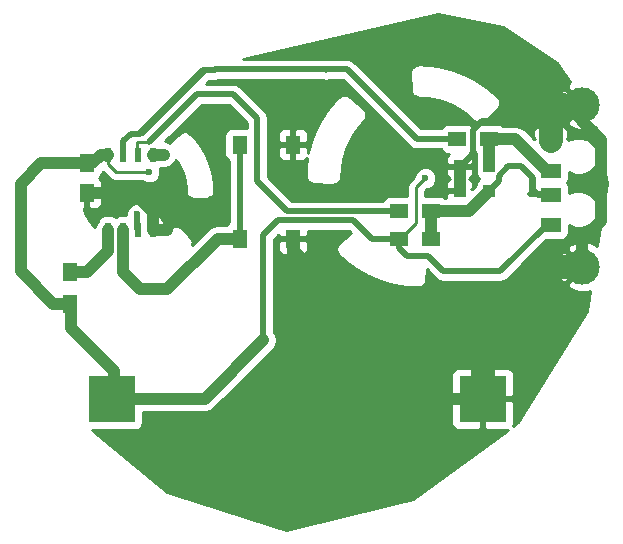
<source format=gtl>
G04 #@! TF.FileFunction,Copper,L1,Top,Signal*
%FSLAX46Y46*%
G04 Gerber Fmt 4.6, Leading zero omitted, Abs format (unit mm)*
G04 Created by KiCad (PCBNEW 4.0.4+e1-6308~48~ubuntu16.04.1-stable) date Tue May  2 22:28:17 2017*
%MOMM*%
%LPD*%
G01*
G04 APERTURE LIST*
%ADD10C,0.100000*%
%ADD11R,1.250000X1.500000*%
%ADD12R,1.000000X1.000000*%
%ADD13R,0.508000X1.143000*%
%ADD14R,1.700000X1.300000*%
%ADD15C,3.000000*%
%ADD16R,1.500000X1.300000*%
%ADD17R,1.300000X1.500000*%
%ADD18R,1.300000X1.550000*%
%ADD19R,4.000000X4.000000*%
%ADD20C,0.600000*%
%ADD21C,0.500000*%
%ADD22C,1.000000*%
%ADD23C,0.250000*%
%ADD24C,2.000000*%
%ADD25C,0.254000*%
G04 APERTURE END LIST*
D10*
D11*
X120700000Y-89150000D03*
X120700000Y-91650000D03*
D12*
X154750000Y-91500000D03*
X152250000Y-91500000D03*
X154750000Y-89400000D03*
X152250000Y-89400000D03*
D13*
X122495000Y-88425000D03*
X123765000Y-88425000D03*
X125035000Y-88425000D03*
X126305000Y-88425000D03*
X126305000Y-94775000D03*
X125035000Y-94775000D03*
X123765000Y-94775000D03*
X122495000Y-94775000D03*
D14*
X159985000Y-87255000D03*
X159985000Y-89795000D03*
X159985000Y-91825000D03*
X159985000Y-94365000D03*
D15*
X162655000Y-84205000D03*
X162655000Y-97925000D03*
D16*
X147150000Y-95600000D03*
X149850000Y-95600000D03*
X147150000Y-93200000D03*
X149850000Y-93200000D03*
X152050000Y-87100000D03*
X154750000Y-87100000D03*
D17*
X119300000Y-98350000D03*
X119300000Y-101050000D03*
D18*
X133640000Y-87590000D03*
X138140000Y-87590000D03*
X138140000Y-95550000D03*
X133640000Y-95550000D03*
D19*
X122800000Y-109100000D03*
X154200000Y-109100000D03*
D20*
X149352000Y-90424000D03*
X125984000Y-89916000D03*
X139954000Y-98298000D03*
X127508000Y-94742000D03*
X127254000Y-88392000D03*
X124968000Y-93472000D03*
D21*
X147150000Y-95600000D02*
X144876000Y-95600000D01*
X143256000Y-93980000D02*
X141986000Y-93980000D01*
X144876000Y-95600000D02*
X143256000Y-93980000D01*
D22*
X130676000Y-109100000D02*
X122800000Y-109100000D01*
D23*
X147150000Y-95600000D02*
X147224000Y-95600000D01*
X147224000Y-95600000D02*
X148590000Y-94234000D01*
X148590000Y-91186000D02*
X149352000Y-90424000D01*
X148590000Y-94234000D02*
X148590000Y-91186000D01*
X159985000Y-94365000D02*
X159635000Y-94365000D01*
D21*
X159635000Y-94365000D02*
X155702000Y-98298000D01*
X155702000Y-98298000D02*
X150876000Y-98298000D01*
X150876000Y-98298000D02*
X149606000Y-97028000D01*
X149606000Y-97028000D02*
X147828000Y-97028000D01*
X147828000Y-97028000D02*
X147150000Y-96350000D01*
X147150000Y-96350000D02*
X147150000Y-95600000D01*
D23*
X122495000Y-88425000D02*
X122495000Y-89221000D01*
X123190000Y-89916000D02*
X125984000Y-89916000D01*
X122495000Y-89221000D02*
X123190000Y-89916000D01*
X120700000Y-89150000D02*
X121162000Y-89150000D01*
D22*
X121162000Y-89150000D02*
X121887000Y-88425000D01*
X121887000Y-88425000D02*
X122495000Y-88425000D01*
X119300000Y-101050000D02*
X117850000Y-101050000D01*
X116850000Y-89150000D02*
X120700000Y-89150000D01*
X115100000Y-90900000D02*
X116850000Y-89150000D01*
X115100000Y-98300000D02*
X115100000Y-90900000D01*
X117850000Y-101050000D02*
X115100000Y-98300000D01*
X119380000Y-103120000D02*
X119380000Y-101130000D01*
D23*
X119380000Y-101130000D02*
X119300000Y-101050000D01*
D22*
X123000000Y-106740000D02*
X119380000Y-103120000D01*
X119380000Y-103120000D02*
X119360000Y-103100000D01*
X123000000Y-108900000D02*
X123000000Y-106740000D01*
X135636000Y-104140000D02*
X130676000Y-109100000D01*
D21*
X135636000Y-95250000D02*
X135636000Y-104140000D01*
X136906000Y-93980000D02*
X135636000Y-95250000D01*
X141986000Y-93980000D02*
X136906000Y-93980000D01*
X152250000Y-89400000D02*
X152408000Y-89400000D01*
X152408000Y-89400000D02*
X153416000Y-88392000D01*
X153416000Y-88392000D02*
X153416000Y-86360000D01*
X153416000Y-86360000D02*
X154178000Y-85598000D01*
X154178000Y-85598000D02*
X159731000Y-85598000D01*
X159731000Y-85598000D02*
X159985000Y-85344000D01*
D23*
X159985000Y-85344000D02*
X156773998Y-85344000D01*
X156718000Y-85399998D02*
X156519998Y-85399998D01*
X156773998Y-85344000D02*
X156718000Y-85399998D01*
D24*
X162655000Y-97925000D02*
X160393000Y-97925000D01*
D22*
X152250000Y-89400000D02*
X152250000Y-91500000D01*
X126305000Y-94775000D02*
X127475000Y-94775000D01*
D23*
X138140000Y-96484000D02*
X138140000Y-95550000D01*
D22*
X139954000Y-98298000D02*
X138140000Y-96484000D01*
D23*
X127475000Y-94775000D02*
X127508000Y-94742000D01*
X152408000Y-89400000D02*
X153416000Y-88392000D01*
X154178000Y-85598000D02*
X156718000Y-85598000D01*
X153416000Y-86360000D02*
X154178000Y-85598000D01*
X153416000Y-88392000D02*
X153416000Y-86360000D01*
D24*
X154200000Y-109100000D02*
X154200000Y-104118000D01*
X154200000Y-104118000D02*
X160393000Y-97925000D01*
D22*
X154200000Y-109100000D02*
X145676000Y-109100000D01*
X145676000Y-109100000D02*
X138140000Y-101564000D01*
X138140000Y-101564000D02*
X138140000Y-95550000D01*
X126305000Y-94775000D02*
X126305000Y-93285000D01*
X124670000Y-91650000D02*
X120700000Y-91650000D01*
X126305000Y-93285000D02*
X124670000Y-91650000D01*
X162655000Y-97925000D02*
X162655000Y-95625000D01*
X162655000Y-95625000D02*
X164210000Y-94070000D01*
X164210000Y-94070000D02*
X164210000Y-87170000D01*
X164210000Y-87170000D02*
X162655000Y-85615000D01*
D23*
X162655000Y-85615000D02*
X162655000Y-84205000D01*
X162655000Y-84205000D02*
X161055000Y-84205000D01*
D24*
X159985000Y-85275000D02*
X159985000Y-85344000D01*
X159985000Y-85344000D02*
X159985000Y-87255000D01*
X161055000Y-84205000D02*
X159985000Y-85275000D01*
D22*
X127221000Y-88425000D02*
X126305000Y-88425000D01*
D23*
X127254000Y-88392000D02*
X127221000Y-88425000D01*
X125035000Y-94775000D02*
X124968000Y-94708000D01*
D21*
X124968000Y-94708000D02*
X124968000Y-93472000D01*
X159985000Y-91825000D02*
X158881000Y-91825000D01*
X155600000Y-90200000D02*
X155600000Y-90650000D01*
X156392000Y-89408000D02*
X155600000Y-90200000D01*
X157480000Y-89408000D02*
X156392000Y-89408000D01*
X158496000Y-90424000D02*
X157480000Y-89408000D01*
X158496000Y-91440000D02*
X158496000Y-90424000D01*
X158881000Y-91825000D02*
X158496000Y-91440000D01*
X155600000Y-90650000D02*
X154750000Y-91500000D01*
D22*
X154750000Y-91500000D02*
X153050000Y-93200000D01*
X153050000Y-93200000D02*
X149850000Y-93200000D01*
X149850000Y-93200000D02*
X149850000Y-95600000D01*
D23*
X159985000Y-91825000D02*
X159960000Y-91800000D01*
D21*
X159960000Y-91800000D02*
X158200000Y-91800000D01*
D23*
X158200000Y-91800000D02*
X158200000Y-90200000D01*
X158200000Y-90200000D02*
X158200000Y-90000000D01*
X155800000Y-90000000D02*
X155800000Y-90100000D01*
X155800000Y-90100000D02*
X155600000Y-90100000D01*
X155600000Y-90100000D02*
X155600000Y-90650000D01*
X155600000Y-90650000D02*
X154750000Y-91500000D01*
X159985000Y-91825000D02*
X159855000Y-91825000D01*
D22*
X154750000Y-87100000D02*
X156950000Y-87100000D01*
X156950000Y-87100000D02*
X159645000Y-89795000D01*
X159645000Y-89795000D02*
X159985000Y-89795000D01*
X154750000Y-89400000D02*
X154750000Y-87100000D01*
D23*
X159985000Y-89795000D02*
X159690000Y-89500000D01*
X159690000Y-89500000D02*
X158800000Y-89500000D01*
X158800000Y-89500000D02*
X158400000Y-89100000D01*
X154850000Y-89300000D02*
X154750000Y-89400000D01*
X159985000Y-89795000D02*
X159295000Y-89795000D01*
X159495000Y-89795000D02*
X159985000Y-89795000D01*
D21*
X140970000Y-81280000D02*
X140970000Y-81200000D01*
X141050000Y-81200000D02*
X140970000Y-81280000D01*
X142712000Y-81200000D02*
X141050000Y-81200000D01*
X148612000Y-87100000D02*
X142712000Y-81200000D01*
X152050000Y-87100000D02*
X148612000Y-87100000D01*
X140970000Y-81200000D02*
X131572000Y-81200000D01*
X125222000Y-86675998D02*
X125222000Y-86614000D01*
X131572000Y-81280000D02*
X131572000Y-81200000D01*
X130556000Y-81280000D02*
X131572000Y-81280000D01*
X125222000Y-86614000D02*
X130556000Y-81280000D01*
X123765000Y-88425000D02*
X123765000Y-87309000D01*
X125222000Y-86675998D02*
X125222000Y-86700000D01*
X124398002Y-86675998D02*
X125222000Y-86675998D01*
X123765000Y-87309000D02*
X124398002Y-86675998D01*
D23*
X125400000Y-86700000D02*
X125222000Y-86700000D01*
X131572000Y-81200000D02*
X130900000Y-81200000D01*
X130900000Y-81200000D02*
X125400000Y-86700000D01*
X125222000Y-86700000D02*
X125222000Y-86700000D01*
X123700000Y-88360000D02*
X123765000Y-88425000D01*
D21*
X147132000Y-93218000D02*
X137668000Y-93218000D01*
X137668000Y-93218000D02*
X135128000Y-90678000D01*
D23*
X147150000Y-93200000D02*
X147132000Y-93218000D01*
X125222000Y-87376000D02*
X124968000Y-87376000D01*
X125984000Y-87376000D02*
X125222000Y-87376000D01*
D21*
X130048000Y-83312000D02*
X125984000Y-87376000D01*
X133096000Y-83312000D02*
X130048000Y-83312000D01*
X135128000Y-85344000D02*
X133096000Y-83312000D01*
X135128000Y-90678000D02*
X135128000Y-85344000D01*
D23*
X124968000Y-87376000D02*
X125035000Y-88425000D01*
X147150000Y-93200000D02*
X147050000Y-93300000D01*
D22*
X133640000Y-95550000D02*
X131780000Y-95550000D01*
X123765000Y-98365000D02*
X123765000Y-94775000D01*
X125222000Y-99822000D02*
X123765000Y-98365000D01*
X127508000Y-99822000D02*
X125222000Y-99822000D01*
X131780000Y-95550000D02*
X127508000Y-99822000D01*
D21*
X133640000Y-87590000D02*
X133640000Y-95550000D01*
D22*
X119300000Y-98350000D02*
X120750000Y-98350000D01*
X122495000Y-96605000D02*
X122495000Y-94775000D01*
X120750000Y-98350000D02*
X122495000Y-96605000D01*
D25*
G36*
X155898224Y-77585613D02*
X160529721Y-80680279D01*
X161621280Y-82313914D01*
X161480418Y-82372261D01*
X161320635Y-82691030D01*
X162655000Y-84025395D01*
X162669143Y-84011253D01*
X162848748Y-84190858D01*
X162834605Y-84205000D01*
X162848748Y-84219143D01*
X162669143Y-84398748D01*
X162655000Y-84384605D01*
X161320635Y-85718970D01*
X161480418Y-86037739D01*
X162271187Y-86347723D01*
X163120387Y-86331497D01*
X163773417Y-86061003D01*
X164730567Y-90872919D01*
X163885694Y-96204206D01*
X163829582Y-96092261D01*
X163038813Y-95782277D01*
X162189613Y-95798503D01*
X161480418Y-96092261D01*
X161320635Y-96411030D01*
X162655000Y-97745395D01*
X162669143Y-97731253D01*
X162848748Y-97910858D01*
X162834605Y-97925000D01*
X162848748Y-97939143D01*
X162669143Y-98118748D01*
X162655000Y-98104605D01*
X161320635Y-99438970D01*
X161480418Y-99757739D01*
X162271187Y-100067723D01*
X163120387Y-100051497D01*
X163286930Y-99982513D01*
X163023532Y-101644595D01*
X157237227Y-111085125D01*
X156745536Y-111442294D01*
X156835000Y-111226310D01*
X156835000Y-109385750D01*
X156676250Y-109227000D01*
X154327000Y-109227000D01*
X154327000Y-111576250D01*
X154485750Y-111735000D01*
X156326309Y-111735000D01*
X156364184Y-111719312D01*
X148278642Y-117592718D01*
X137540389Y-120169747D01*
X127448484Y-117034181D01*
X121094143Y-111747440D01*
X124800000Y-111747440D01*
X125035317Y-111703162D01*
X125251441Y-111564090D01*
X125396431Y-111351890D01*
X125447440Y-111100000D01*
X125447440Y-110235000D01*
X130676000Y-110235000D01*
X131110346Y-110148603D01*
X131478566Y-109902566D01*
X131995382Y-109385750D01*
X151565000Y-109385750D01*
X151565000Y-111226310D01*
X151661673Y-111459699D01*
X151840302Y-111638327D01*
X152073691Y-111735000D01*
X153914250Y-111735000D01*
X154073000Y-111576250D01*
X154073000Y-109227000D01*
X151723750Y-109227000D01*
X151565000Y-109385750D01*
X131995382Y-109385750D01*
X134407442Y-106973690D01*
X151565000Y-106973690D01*
X151565000Y-108814250D01*
X151723750Y-108973000D01*
X154073000Y-108973000D01*
X154073000Y-106623750D01*
X154327000Y-106623750D01*
X154327000Y-108973000D01*
X156676250Y-108973000D01*
X156835000Y-108814250D01*
X156835000Y-106973690D01*
X156738327Y-106740301D01*
X156559698Y-106561673D01*
X156326309Y-106465000D01*
X154485750Y-106465000D01*
X154327000Y-106623750D01*
X154073000Y-106623750D01*
X153914250Y-106465000D01*
X152073691Y-106465000D01*
X151840302Y-106561673D01*
X151661673Y-106740301D01*
X151565000Y-106973690D01*
X134407442Y-106973690D01*
X136438566Y-104942566D01*
X136684603Y-104574345D01*
X136771000Y-104140000D01*
X136684603Y-103705655D01*
X136521000Y-103460805D01*
X136521000Y-95835750D01*
X136855000Y-95835750D01*
X136855000Y-96451309D01*
X136951673Y-96684698D01*
X137130301Y-96863327D01*
X137363690Y-96960000D01*
X137854250Y-96960000D01*
X138013000Y-96801250D01*
X138013000Y-95677000D01*
X138267000Y-95677000D01*
X138267000Y-96801250D01*
X138425750Y-96960000D01*
X138916310Y-96960000D01*
X139149699Y-96863327D01*
X139328327Y-96684698D01*
X139425000Y-96451309D01*
X139425000Y-95835750D01*
X139266250Y-95677000D01*
X138267000Y-95677000D01*
X138013000Y-95677000D01*
X137013750Y-95677000D01*
X136855000Y-95835750D01*
X136521000Y-95835750D01*
X136521000Y-95616580D01*
X136864165Y-95273415D01*
X137013750Y-95423000D01*
X138013000Y-95423000D01*
X138013000Y-95403000D01*
X138267000Y-95403000D01*
X138267000Y-95423000D01*
X139266250Y-95423000D01*
X139425000Y-95264250D01*
X139425000Y-94865000D01*
X142889420Y-94865000D01*
X143101456Y-95077036D01*
X142072279Y-95888346D01*
X142044493Y-95920879D01*
X142009060Y-95944865D01*
X141958425Y-96021647D01*
X141898695Y-96091580D01*
X141885473Y-96132272D01*
X141861918Y-96167990D01*
X141844521Y-96258301D01*
X141816099Y-96345771D01*
X141819455Y-96388424D01*
X141811362Y-96430438D01*
X141829851Y-96520535D01*
X141837065Y-96612221D01*
X141856488Y-96650343D01*
X141865089Y-96692256D01*
X141916648Y-96768419D01*
X141958400Y-96850365D01*
X141990933Y-96878151D01*
X142014919Y-96913584D01*
X142024317Y-96922869D01*
X142025191Y-96923445D01*
X142025780Y-96924310D01*
X142035206Y-96933566D01*
X142035221Y-96933576D01*
X142035232Y-96933592D01*
X142044659Y-96942849D01*
X142045519Y-96943412D01*
X142046100Y-96944260D01*
X142065008Y-96962718D01*
X142065483Y-96963027D01*
X142065805Y-96963495D01*
X142075260Y-96972695D01*
X142075694Y-96972976D01*
X142075987Y-96973401D01*
X142085469Y-96982600D01*
X142086316Y-96983147D01*
X142086892Y-96983977D01*
X142096402Y-96993150D01*
X142096434Y-96993170D01*
X142096455Y-96993201D01*
X142105966Y-97002373D01*
X142106415Y-97002661D01*
X142106720Y-97003099D01*
X142116231Y-97012243D01*
X142116662Y-97012519D01*
X142116956Y-97012939D01*
X142126496Y-97022083D01*
X142126944Y-97022369D01*
X142127253Y-97022809D01*
X142136792Y-97031925D01*
X142137255Y-97032220D01*
X142137571Y-97032668D01*
X142147139Y-97041783D01*
X142147561Y-97042050D01*
X142147848Y-97042457D01*
X142157415Y-97051545D01*
X142157860Y-97051826D01*
X142158166Y-97052258D01*
X142167762Y-97061346D01*
X142168220Y-97061634D01*
X142168531Y-97062072D01*
X142178126Y-97071131D01*
X142178570Y-97071409D01*
X142178876Y-97071839D01*
X142188501Y-97080898D01*
X142188958Y-97081184D01*
X142189272Y-97081623D01*
X142198896Y-97090654D01*
X142199324Y-97090921D01*
X142199620Y-97091333D01*
X142209272Y-97100364D01*
X142209731Y-97100649D01*
X142210047Y-97101088D01*
X142219699Y-97110091D01*
X142220129Y-97110357D01*
X142220424Y-97110766D01*
X142230104Y-97119769D01*
X142230564Y-97120053D01*
X142230883Y-97120493D01*
X142240563Y-97129467D01*
X142241006Y-97129739D01*
X142241313Y-97130162D01*
X142251022Y-97139137D01*
X142251487Y-97139422D01*
X142251808Y-97139862D01*
X142261516Y-97148808D01*
X142261959Y-97149079D01*
X142262265Y-97149497D01*
X142272002Y-97158444D01*
X142272436Y-97158708D01*
X142272736Y-97159117D01*
X142282473Y-97168036D01*
X142282930Y-97168313D01*
X142283249Y-97168747D01*
X142293014Y-97177664D01*
X142293482Y-97177947D01*
X142293807Y-97178387D01*
X142303572Y-97187278D01*
X142303999Y-97187535D01*
X142304294Y-97187934D01*
X142314087Y-97196824D01*
X142314558Y-97197107D01*
X142314884Y-97197546D01*
X142324676Y-97206408D01*
X142325135Y-97206683D01*
X142325453Y-97207109D01*
X142335275Y-97215970D01*
X142335715Y-97216232D01*
X142336022Y-97216643D01*
X142345843Y-97225477D01*
X142346283Y-97225738D01*
X142346590Y-97226148D01*
X142356439Y-97234982D01*
X142356917Y-97235265D01*
X142357248Y-97235705D01*
X142367097Y-97244510D01*
X142367535Y-97244768D01*
X142367843Y-97245177D01*
X142377721Y-97253982D01*
X142378199Y-97254263D01*
X142378531Y-97254702D01*
X142388409Y-97263479D01*
X142388832Y-97263727D01*
X142389129Y-97264118D01*
X142399035Y-97272895D01*
X142399512Y-97273173D01*
X142399848Y-97273615D01*
X142409752Y-97282361D01*
X142409754Y-97282364D01*
X142419660Y-97291112D01*
X142420561Y-97291637D01*
X142421197Y-97292466D01*
X142441065Y-97309908D01*
X142442002Y-97310450D01*
X142442661Y-97311304D01*
X142452598Y-97319974D01*
X142462560Y-97328666D01*
X142463462Y-97329184D01*
X142464100Y-97330006D01*
X142474091Y-97338671D01*
X142474094Y-97338673D01*
X142474095Y-97338674D01*
X142484085Y-97347338D01*
X142485006Y-97347863D01*
X142485658Y-97348698D01*
X142505696Y-97365970D01*
X142506603Y-97366483D01*
X142507247Y-97367303D01*
X142517294Y-97375911D01*
X142517313Y-97375921D01*
X142517324Y-97375936D01*
X142527371Y-97384544D01*
X142528276Y-97385053D01*
X142528920Y-97385867D01*
X142538996Y-97394447D01*
X142538998Y-97394448D01*
X142549045Y-97403005D01*
X142549557Y-97403291D01*
X142549918Y-97403746D01*
X142559993Y-97412298D01*
X142560920Y-97412813D01*
X142561580Y-97413640D01*
X142581788Y-97430686D01*
X142582684Y-97431181D01*
X142583326Y-97431980D01*
X142593457Y-97440475D01*
X142593472Y-97440483D01*
X142593483Y-97440497D01*
X142603615Y-97448992D01*
X142604528Y-97449492D01*
X142605182Y-97450302D01*
X142615343Y-97458769D01*
X142615359Y-97458778D01*
X142615373Y-97458795D01*
X142625533Y-97467261D01*
X142626430Y-97467749D01*
X142627073Y-97468540D01*
X142637261Y-97476979D01*
X142637293Y-97476996D01*
X142637317Y-97477026D01*
X142647506Y-97485463D01*
X142648407Y-97485950D01*
X142649055Y-97486742D01*
X142659270Y-97495152D01*
X142659275Y-97495154D01*
X142669456Y-97503538D01*
X142670405Y-97504047D01*
X142671089Y-97504878D01*
X142691579Y-97521642D01*
X142692087Y-97521912D01*
X142692454Y-97522357D01*
X142702698Y-97530710D01*
X142703107Y-97530927D01*
X142703402Y-97531283D01*
X142713675Y-97539637D01*
X142714183Y-97539906D01*
X142714549Y-97540346D01*
X142724822Y-97548672D01*
X142725251Y-97548898D01*
X142725562Y-97549271D01*
X142735862Y-97557596D01*
X142736354Y-97557854D01*
X142736709Y-97558279D01*
X142747011Y-97566577D01*
X142747451Y-97566807D01*
X142747774Y-97567192D01*
X142758104Y-97575489D01*
X142758601Y-97575748D01*
X142758961Y-97576176D01*
X142769290Y-97584445D01*
X142770227Y-97584931D01*
X142770907Y-97585735D01*
X142781240Y-97593956D01*
X142791597Y-97602197D01*
X142792553Y-97602689D01*
X142793249Y-97603507D01*
X142803634Y-97611719D01*
X142803636Y-97611720D01*
X142813989Y-97619907D01*
X142814912Y-97620379D01*
X142815586Y-97621166D01*
X142826000Y-97629352D01*
X142826019Y-97629362D01*
X142826032Y-97629377D01*
X142836446Y-97637561D01*
X142836965Y-97637825D01*
X142837343Y-97638264D01*
X142847757Y-97646420D01*
X142848163Y-97646625D01*
X142848460Y-97646970D01*
X142858902Y-97655126D01*
X142859421Y-97655388D01*
X142859803Y-97655829D01*
X142870245Y-97663957D01*
X142870666Y-97664168D01*
X142870972Y-97664521D01*
X142881442Y-97672649D01*
X142881949Y-97672903D01*
X142882322Y-97673331D01*
X142892792Y-97681431D01*
X142893734Y-97681900D01*
X142894426Y-97682691D01*
X142904925Y-97690763D01*
X142904930Y-97690765D01*
X142904933Y-97690769D01*
X142915431Y-97698840D01*
X142915951Y-97699097D01*
X142916335Y-97699534D01*
X142926834Y-97707578D01*
X142927256Y-97707786D01*
X142927566Y-97708138D01*
X142938093Y-97716181D01*
X142939022Y-97716637D01*
X142939707Y-97717410D01*
X142960817Y-97733440D01*
X142961343Y-97733696D01*
X142961736Y-97734138D01*
X142972291Y-97742124D01*
X142972705Y-97742325D01*
X142973013Y-97742670D01*
X142983596Y-97750656D01*
X142984113Y-97750906D01*
X142984495Y-97751333D01*
X142995078Y-97759293D01*
X142995511Y-97759501D01*
X142995831Y-97759858D01*
X143006443Y-97767816D01*
X143006941Y-97768055D01*
X143007312Y-97768467D01*
X143017923Y-97776397D01*
X143017955Y-97776412D01*
X143017981Y-97776441D01*
X143028594Y-97784371D01*
X143029510Y-97784808D01*
X143030193Y-97785563D01*
X143040823Y-97793458D01*
X143051463Y-97801361D01*
X143052414Y-97801812D01*
X143053123Y-97802590D01*
X143063791Y-97810464D01*
X143064348Y-97810726D01*
X143064763Y-97811180D01*
X143075431Y-97819025D01*
X143075807Y-97819201D01*
X143076088Y-97819508D01*
X143086784Y-97827354D01*
X143087338Y-97827612D01*
X143087750Y-97828061D01*
X143098447Y-97835879D01*
X143098846Y-97836064D01*
X143099145Y-97836389D01*
X143109869Y-97844206D01*
X143110405Y-97844454D01*
X143110805Y-97844887D01*
X143121531Y-97852677D01*
X143121535Y-97852679D01*
X143121540Y-97852684D01*
X143132264Y-97860473D01*
X143133214Y-97860911D01*
X143133925Y-97861675D01*
X143144652Y-97869418D01*
X143144653Y-97869419D01*
X143155405Y-97877179D01*
X143156354Y-97877613D01*
X143157068Y-97878376D01*
X143167849Y-97886109D01*
X143168394Y-97886356D01*
X143168805Y-97886794D01*
X143179586Y-97894498D01*
X143179995Y-97894683D01*
X143180304Y-97895011D01*
X143191114Y-97902715D01*
X143191640Y-97902952D01*
X143192039Y-97903374D01*
X143202848Y-97911051D01*
X143202868Y-97911060D01*
X143202882Y-97911075D01*
X143213691Y-97918751D01*
X143214624Y-97919169D01*
X143215327Y-97919909D01*
X143226164Y-97927558D01*
X143226172Y-97927561D01*
X143226175Y-97927565D01*
X143237012Y-97935213D01*
X143237963Y-97935636D01*
X143238683Y-97936389D01*
X143249523Y-97943990D01*
X143249525Y-97943992D01*
X143260390Y-97951612D01*
X143261341Y-97952031D01*
X143262063Y-97952782D01*
X143272957Y-97960374D01*
X143273531Y-97960625D01*
X143273966Y-97961076D01*
X143284860Y-97968639D01*
X143285225Y-97968798D01*
X143285502Y-97969084D01*
X143296424Y-97976647D01*
X143296998Y-97976896D01*
X143297436Y-97977347D01*
X143319280Y-97992417D01*
X143320220Y-97992823D01*
X143320936Y-97993556D01*
X143331851Y-98001039D01*
X143342801Y-98008547D01*
X143343796Y-98008973D01*
X143344553Y-98009744D01*
X143355532Y-98017222D01*
X143356058Y-98017446D01*
X143356460Y-98017853D01*
X143367439Y-98025305D01*
X143367451Y-98025310D01*
X143367462Y-98025321D01*
X143378442Y-98032772D01*
X143379390Y-98033173D01*
X143380115Y-98033904D01*
X143391121Y-98041326D01*
X143391123Y-98041327D01*
X143402116Y-98048741D01*
X143403080Y-98049145D01*
X143403816Y-98049883D01*
X143414850Y-98057277D01*
X143414853Y-98057278D01*
X143425885Y-98064671D01*
X143426827Y-98065063D01*
X143427550Y-98065783D01*
X143438614Y-98073149D01*
X143439179Y-98073382D01*
X143439615Y-98073815D01*
X143461741Y-98088491D01*
X143462703Y-98088886D01*
X143463446Y-98089619D01*
X143474538Y-98096928D01*
X143474540Y-98096929D01*
X143485617Y-98104229D01*
X143486567Y-98104615D01*
X143487300Y-98105335D01*
X143498419Y-98112616D01*
X143498432Y-98112621D01*
X143498443Y-98112632D01*
X143509563Y-98119913D01*
X143510101Y-98120130D01*
X143510515Y-98120535D01*
X143521634Y-98127789D01*
X143522041Y-98127952D01*
X143522354Y-98128258D01*
X143533502Y-98135511D01*
X143534075Y-98135740D01*
X143534517Y-98136170D01*
X143545665Y-98143395D01*
X143546630Y-98143779D01*
X143547377Y-98144501D01*
X143558516Y-98151673D01*
X143558517Y-98151674D01*
X143569693Y-98158871D01*
X143570289Y-98159106D01*
X143570751Y-98159551D01*
X143581927Y-98166719D01*
X143582277Y-98166856D01*
X143582546Y-98167115D01*
X143593750Y-98174284D01*
X143594348Y-98174518D01*
X143594812Y-98174962D01*
X143606016Y-98182102D01*
X143606974Y-98182475D01*
X143607720Y-98183185D01*
X143618953Y-98190297D01*
X143618955Y-98190298D01*
X143630162Y-98197394D01*
X143631121Y-98197764D01*
X143631868Y-98198471D01*
X143654390Y-98212639D01*
X143654979Y-98212864D01*
X143655438Y-98213297D01*
X143666699Y-98220352D01*
X143667055Y-98220487D01*
X143667333Y-98220749D01*
X143678622Y-98227805D01*
X143679225Y-98228034D01*
X143679697Y-98228476D01*
X143690985Y-98235502D01*
X143691349Y-98235639D01*
X143691632Y-98235904D01*
X143702949Y-98242931D01*
X143703534Y-98243151D01*
X143703990Y-98243576D01*
X143715306Y-98250575D01*
X143715892Y-98250794D01*
X143716351Y-98251220D01*
X143727668Y-98258191D01*
X143728043Y-98258330D01*
X143728335Y-98258601D01*
X143739680Y-98265572D01*
X143740256Y-98265785D01*
X143740705Y-98266200D01*
X143752050Y-98273143D01*
X143752422Y-98273280D01*
X143752714Y-98273549D01*
X143764088Y-98280492D01*
X143764684Y-98280711D01*
X143765153Y-98281141D01*
X143776526Y-98288055D01*
X143777130Y-98288275D01*
X143777603Y-98288708D01*
X143788977Y-98295594D01*
X143789321Y-98295719D01*
X143789592Y-98295966D01*
X143800993Y-98302852D01*
X143801597Y-98303071D01*
X143802073Y-98303503D01*
X143813475Y-98310361D01*
X143813829Y-98310488D01*
X143814110Y-98310743D01*
X143825541Y-98317601D01*
X143826133Y-98317813D01*
X143826600Y-98318235D01*
X143838030Y-98325065D01*
X143838624Y-98325277D01*
X143839093Y-98325699D01*
X143850523Y-98332501D01*
X143850898Y-98332634D01*
X143851194Y-98332900D01*
X143862652Y-98339701D01*
X143863240Y-98339909D01*
X143863703Y-98340323D01*
X143875161Y-98347097D01*
X143875522Y-98347224D01*
X143875808Y-98347479D01*
X143887293Y-98354251D01*
X143887902Y-98354464D01*
X143888385Y-98354894D01*
X143899872Y-98361639D01*
X143900458Y-98361843D01*
X143900922Y-98362254D01*
X143912408Y-98368971D01*
X143912772Y-98369097D01*
X143913058Y-98369350D01*
X143924573Y-98376067D01*
X143925159Y-98376269D01*
X143925625Y-98376680D01*
X143937139Y-98383369D01*
X143937172Y-98383380D01*
X143937200Y-98383405D01*
X143948715Y-98390092D01*
X143949641Y-98390409D01*
X143950379Y-98391056D01*
X143961922Y-98397717D01*
X143961945Y-98397725D01*
X143961961Y-98397739D01*
X143973504Y-98404400D01*
X143974453Y-98404722D01*
X143975207Y-98405379D01*
X143986778Y-98412011D01*
X143987381Y-98412214D01*
X143987862Y-98412631D01*
X143999433Y-98419235D01*
X143999779Y-98419351D01*
X144000052Y-98419587D01*
X144011651Y-98426191D01*
X144012268Y-98426396D01*
X144012760Y-98426821D01*
X144024338Y-98433385D01*
X144035936Y-98439961D01*
X144036919Y-98440286D01*
X144037703Y-98440959D01*
X144049331Y-98447506D01*
X144049904Y-98447694D01*
X144050363Y-98448086D01*
X144061990Y-98454606D01*
X144062365Y-98454728D01*
X144062664Y-98454983D01*
X144074320Y-98461502D01*
X144074928Y-98461699D01*
X144075416Y-98462114D01*
X144087071Y-98468605D01*
X144087072Y-98468605D01*
X144098705Y-98475084D01*
X144099665Y-98475393D01*
X144100435Y-98476044D01*
X144112119Y-98482507D01*
X144112731Y-98482702D01*
X144113221Y-98483115D01*
X144136589Y-98495985D01*
X144137572Y-98496297D01*
X144138361Y-98496957D01*
X144150050Y-98503351D01*
X144150052Y-98503352D01*
X144161764Y-98509757D01*
X144162354Y-98509942D01*
X144162832Y-98510341D01*
X144174544Y-98516720D01*
X144175526Y-98517026D01*
X144176318Y-98517683D01*
X144188037Y-98524020D01*
X144188038Y-98524021D01*
X144199778Y-98530371D01*
X144200760Y-98530674D01*
X144201552Y-98531327D01*
X144213260Y-98537615D01*
X144225028Y-98543937D01*
X144225985Y-98544230D01*
X144226762Y-98544866D01*
X144238559Y-98551160D01*
X144239200Y-98551354D01*
X144239717Y-98551776D01*
X144263311Y-98564306D01*
X144264236Y-98564584D01*
X144264985Y-98565192D01*
X144276810Y-98571430D01*
X144276832Y-98571437D01*
X144276851Y-98571452D01*
X144288676Y-98577689D01*
X144289298Y-98577874D01*
X144289800Y-98578280D01*
X144301625Y-98584489D01*
X144302605Y-98584778D01*
X144303402Y-98585419D01*
X144315195Y-98591567D01*
X144327048Y-98597748D01*
X144328026Y-98598034D01*
X144328825Y-98598672D01*
X144340707Y-98604824D01*
X144340709Y-98604825D01*
X144352527Y-98610945D01*
X144353183Y-98611135D01*
X144353720Y-98611562D01*
X144365602Y-98617685D01*
X144366536Y-98617953D01*
X144367299Y-98618557D01*
X144379209Y-98624653D01*
X144379219Y-98624656D01*
X144379229Y-98624664D01*
X144391139Y-98630760D01*
X144391766Y-98630938D01*
X144392277Y-98631341D01*
X144404187Y-98637409D01*
X144404505Y-98637499D01*
X144404766Y-98637704D01*
X144416705Y-98643772D01*
X144417355Y-98643955D01*
X144417885Y-98644370D01*
X144429823Y-98650409D01*
X144430451Y-98650584D01*
X144430966Y-98650986D01*
X144442904Y-98656997D01*
X144443198Y-98657079D01*
X144443439Y-98657266D01*
X144455404Y-98663278D01*
X144456056Y-98663458D01*
X144456591Y-98663873D01*
X144468556Y-98669855D01*
X144468882Y-98669944D01*
X144469150Y-98670152D01*
X144481144Y-98676135D01*
X144481764Y-98676304D01*
X144482272Y-98676696D01*
X144494266Y-98682651D01*
X144494909Y-98682825D01*
X144495437Y-98683231D01*
X144507431Y-98689157D01*
X144507755Y-98689244D01*
X144508021Y-98689448D01*
X144520043Y-98695374D01*
X144520664Y-98695540D01*
X144521175Y-98695931D01*
X144533198Y-98701830D01*
X144533854Y-98702004D01*
X144534395Y-98702416D01*
X144546418Y-98708286D01*
X144546727Y-98708368D01*
X144546982Y-98708561D01*
X144559034Y-98714431D01*
X144559667Y-98714597D01*
X144560191Y-98714994D01*
X144572242Y-98720836D01*
X144573187Y-98721082D01*
X144573964Y-98721667D01*
X144586042Y-98727481D01*
X144586044Y-98727482D01*
X144598121Y-98733295D01*
X144598780Y-98733465D01*
X144599326Y-98733874D01*
X144611406Y-98739659D01*
X144611689Y-98739731D01*
X144611921Y-98739905D01*
X144624028Y-98745692D01*
X144624700Y-98745863D01*
X144625254Y-98746276D01*
X144637363Y-98752033D01*
X144637990Y-98752191D01*
X144638511Y-98752578D01*
X144650618Y-98758307D01*
X144650921Y-98758383D01*
X144651171Y-98758568D01*
X144663305Y-98764297D01*
X144663956Y-98764460D01*
X144664496Y-98764858D01*
X144676631Y-98770559D01*
X144677273Y-98770718D01*
X144677805Y-98771109D01*
X144689941Y-98776781D01*
X144690230Y-98776852D01*
X144690470Y-98777028D01*
X144702633Y-98782701D01*
X144703307Y-98782866D01*
X144703870Y-98783277D01*
X144716034Y-98788921D01*
X144716333Y-98788994D01*
X144716579Y-98789173D01*
X144728771Y-98794817D01*
X144729389Y-98794966D01*
X144729906Y-98795342D01*
X144742098Y-98800959D01*
X144742767Y-98801119D01*
X144743321Y-98801520D01*
X144755513Y-98807109D01*
X144755808Y-98807179D01*
X144756053Y-98807356D01*
X144768273Y-98812944D01*
X144768952Y-98813105D01*
X144769517Y-98813511D01*
X144781675Y-98819041D01*
X144781676Y-98819042D01*
X144793896Y-98824602D01*
X144794833Y-98824822D01*
X144795618Y-98825383D01*
X144807865Y-98830914D01*
X144808544Y-98831072D01*
X144809114Y-98831477D01*
X144821363Y-98836980D01*
X144821365Y-98836980D01*
X144833592Y-98842474D01*
X144834514Y-98842686D01*
X144835290Y-98843235D01*
X144847567Y-98848711D01*
X144848253Y-98848867D01*
X144848825Y-98849270D01*
X144861075Y-98854704D01*
X144861077Y-98854706D01*
X144873354Y-98860153D01*
X144874291Y-98860364D01*
X144875076Y-98860914D01*
X144887381Y-98866332D01*
X144888053Y-98866481D01*
X144888620Y-98866877D01*
X144900881Y-98872247D01*
X144900882Y-98872248D01*
X144913187Y-98877639D01*
X144914146Y-98877850D01*
X144914952Y-98878409D01*
X144939618Y-98889133D01*
X144940270Y-98889274D01*
X144940819Y-98889654D01*
X144953152Y-98894988D01*
X144954086Y-98895189D01*
X144954874Y-98895730D01*
X144967235Y-98901036D01*
X144967899Y-98901177D01*
X144968459Y-98901560D01*
X144980821Y-98906838D01*
X144981113Y-98906899D01*
X144981360Y-98907068D01*
X144993749Y-98912345D01*
X144994390Y-98912479D01*
X144994931Y-98912847D01*
X145007321Y-98918097D01*
X145007336Y-98918100D01*
X145007346Y-98918107D01*
X145019735Y-98923356D01*
X145020400Y-98923494D01*
X145020963Y-98923875D01*
X145033353Y-98929096D01*
X145034284Y-98929287D01*
X145035074Y-98929819D01*
X145059910Y-98940205D01*
X145060863Y-98940398D01*
X145061672Y-98940939D01*
X145074119Y-98946103D01*
X145074753Y-98946230D01*
X145075291Y-98946588D01*
X145087736Y-98951725D01*
X145087760Y-98951730D01*
X145087780Y-98951743D01*
X145100226Y-98956879D01*
X145101131Y-98957058D01*
X145101901Y-98957568D01*
X145114376Y-98962677D01*
X145114398Y-98962681D01*
X145114419Y-98962695D01*
X145126893Y-98967802D01*
X145127551Y-98967930D01*
X145128113Y-98968301D01*
X145140587Y-98973381D01*
X145141524Y-98973561D01*
X145142322Y-98974085D01*
X145154825Y-98979137D01*
X145154840Y-98979140D01*
X145154851Y-98979147D01*
X145167354Y-98984198D01*
X145168000Y-98984321D01*
X145168552Y-98984681D01*
X145181055Y-98989705D01*
X145181995Y-98989882D01*
X145182798Y-98990403D01*
X145195328Y-98995398D01*
X145195329Y-98995398D01*
X145207832Y-99000383D01*
X145208519Y-99000510D01*
X145209105Y-99000889D01*
X145221636Y-99005856D01*
X145222289Y-99005975D01*
X145222849Y-99006336D01*
X145235379Y-99011275D01*
X145235675Y-99011329D01*
X145235926Y-99011490D01*
X145248485Y-99016428D01*
X145249125Y-99016543D01*
X145249673Y-99016894D01*
X145262232Y-99021805D01*
X145263155Y-99021970D01*
X145263947Y-99022473D01*
X145276534Y-99027356D01*
X145276558Y-99027360D01*
X145276578Y-99027373D01*
X145289165Y-99032255D01*
X145289830Y-99032372D01*
X145290401Y-99032733D01*
X145302989Y-99037587D01*
X145303918Y-99037748D01*
X145304719Y-99038252D01*
X145317335Y-99043078D01*
X145317337Y-99043078D01*
X145329933Y-99047897D01*
X145330600Y-99048011D01*
X145331173Y-99048370D01*
X145343788Y-99053168D01*
X145344717Y-99053325D01*
X145345517Y-99053823D01*
X145358162Y-99058593D01*
X145358175Y-99058595D01*
X145358189Y-99058604D01*
X145370832Y-99063373D01*
X145371510Y-99063485D01*
X145372093Y-99063847D01*
X145384737Y-99068588D01*
X145385632Y-99068735D01*
X145386403Y-99069210D01*
X145399075Y-99073924D01*
X145399099Y-99073928D01*
X145399120Y-99073941D01*
X145411792Y-99078654D01*
X145412454Y-99078761D01*
X145413023Y-99079110D01*
X145425693Y-99083795D01*
X145425726Y-99083800D01*
X145425755Y-99083818D01*
X145438427Y-99088502D01*
X145439320Y-99088644D01*
X145440092Y-99089115D01*
X145452792Y-99093772D01*
X145453464Y-99093877D01*
X145454043Y-99094229D01*
X145466743Y-99098858D01*
X145467682Y-99099003D01*
X145468495Y-99099494D01*
X145481224Y-99104094D01*
X145481232Y-99104095D01*
X145481240Y-99104100D01*
X145493969Y-99108700D01*
X145494632Y-99108801D01*
X145495207Y-99109146D01*
X145520663Y-99118290D01*
X145521575Y-99118426D01*
X145522369Y-99118901D01*
X145535125Y-99123445D01*
X145535832Y-99123549D01*
X145536444Y-99123913D01*
X145549138Y-99128406D01*
X145549140Y-99128407D01*
X145561897Y-99132923D01*
X145562840Y-99133060D01*
X145563661Y-99133545D01*
X145576447Y-99138032D01*
X145577122Y-99138128D01*
X145577708Y-99138473D01*
X145590493Y-99142932D01*
X145591160Y-99143025D01*
X145591741Y-99143366D01*
X145604525Y-99147797D01*
X145604768Y-99147831D01*
X145604979Y-99147954D01*
X145617792Y-99152385D01*
X145618468Y-99152478D01*
X145619057Y-99152821D01*
X145631869Y-99157224D01*
X145632571Y-99157319D01*
X145633183Y-99157674D01*
X145645995Y-99162048D01*
X145646203Y-99162076D01*
X145646383Y-99162180D01*
X145659224Y-99166555D01*
X145659924Y-99166648D01*
X145660537Y-99167001D01*
X145686219Y-99175693D01*
X145686899Y-99175782D01*
X145687490Y-99176121D01*
X145700331Y-99180440D01*
X145701245Y-99180558D01*
X145702044Y-99181013D01*
X145714899Y-99185298D01*
X145727768Y-99189588D01*
X145728703Y-99189706D01*
X145729524Y-99190171D01*
X145742422Y-99194432D01*
X145743069Y-99194512D01*
X145743635Y-99194831D01*
X145756532Y-99199065D01*
X145757244Y-99199151D01*
X145757870Y-99199503D01*
X145770767Y-99203708D01*
X145770769Y-99203708D01*
X145783650Y-99207908D01*
X145784560Y-99208017D01*
X145785358Y-99208462D01*
X145811210Y-99216816D01*
X145811914Y-99216898D01*
X145812535Y-99217243D01*
X145825461Y-99221391D01*
X145826335Y-99221491D01*
X145827106Y-99221917D01*
X145840060Y-99226038D01*
X145840766Y-99226117D01*
X145841388Y-99226459D01*
X145867296Y-99234643D01*
X145868192Y-99234742D01*
X145868984Y-99235174D01*
X145881966Y-99239237D01*
X145882646Y-99239310D01*
X145883251Y-99239639D01*
X145909215Y-99247711D01*
X145909932Y-99247787D01*
X145910563Y-99248128D01*
X145923546Y-99252135D01*
X145924409Y-99252224D01*
X145925171Y-99252634D01*
X145938181Y-99256614D01*
X145938206Y-99256616D01*
X145938227Y-99256628D01*
X145951237Y-99260607D01*
X145951927Y-99260677D01*
X145952541Y-99261005D01*
X145965553Y-99264956D01*
X145966444Y-99265044D01*
X145967234Y-99265464D01*
X145980258Y-99269383D01*
X145980259Y-99269383D01*
X145993297Y-99273306D01*
X145994013Y-99273375D01*
X145994650Y-99273712D01*
X146007689Y-99277606D01*
X146008555Y-99277687D01*
X146009322Y-99278091D01*
X146022389Y-99281958D01*
X146022412Y-99281960D01*
X146022435Y-99281972D01*
X146035502Y-99285838D01*
X146036163Y-99285899D01*
X146036751Y-99286206D01*
X146049818Y-99290045D01*
X146050730Y-99290127D01*
X146051540Y-99290548D01*
X146077730Y-99298168D01*
X146078439Y-99298230D01*
X146079074Y-99298558D01*
X146092169Y-99302339D01*
X146092831Y-99302395D01*
X146093423Y-99302700D01*
X146106517Y-99306454D01*
X146107426Y-99306529D01*
X146108236Y-99306944D01*
X146121324Y-99310659D01*
X146121326Y-99310660D01*
X146134450Y-99314386D01*
X146135157Y-99314443D01*
X146135786Y-99314763D01*
X146148909Y-99318460D01*
X146149597Y-99318514D01*
X146150213Y-99318826D01*
X146163336Y-99322495D01*
X146163558Y-99322512D01*
X146163760Y-99322614D01*
X146176912Y-99326282D01*
X146177569Y-99326332D01*
X146178157Y-99326628D01*
X146191308Y-99330269D01*
X146192005Y-99330321D01*
X146192627Y-99330632D01*
X146205779Y-99334245D01*
X146205990Y-99334260D01*
X146206184Y-99334357D01*
X146219364Y-99337969D01*
X146220055Y-99338018D01*
X146220671Y-99338325D01*
X146233851Y-99341909D01*
X146234534Y-99341956D01*
X146235147Y-99342260D01*
X146248326Y-99345816D01*
X146249206Y-99345875D01*
X146250000Y-99346266D01*
X146276416Y-99353322D01*
X146277130Y-99353368D01*
X146277773Y-99353683D01*
X146290981Y-99357182D01*
X146291834Y-99357236D01*
X146292604Y-99357610D01*
X146305841Y-99361082D01*
X146305859Y-99361083D01*
X146305875Y-99361091D01*
X146319112Y-99364562D01*
X146319803Y-99364604D01*
X146320424Y-99364904D01*
X146333659Y-99368347D01*
X146334349Y-99368387D01*
X146334974Y-99368688D01*
X146348210Y-99372103D01*
X146348396Y-99372113D01*
X146348561Y-99372193D01*
X146361827Y-99375609D01*
X146362512Y-99375647D01*
X146363128Y-99375942D01*
X146376393Y-99379329D01*
X146377114Y-99379368D01*
X146377768Y-99379679D01*
X146391032Y-99383037D01*
X146391033Y-99383037D01*
X146404284Y-99386392D01*
X146405134Y-99386436D01*
X146405899Y-99386798D01*
X146419192Y-99390129D01*
X146419901Y-99390164D01*
X146420545Y-99390467D01*
X146433837Y-99393769D01*
X146433843Y-99393769D01*
X146433849Y-99393772D01*
X146447142Y-99397074D01*
X146448028Y-99397116D01*
X146448833Y-99397492D01*
X146462154Y-99400765D01*
X146462822Y-99400795D01*
X146463427Y-99401076D01*
X146476748Y-99404322D01*
X146477464Y-99404353D01*
X146478116Y-99404654D01*
X146491388Y-99407859D01*
X146491390Y-99407860D01*
X146504711Y-99411078D01*
X146505595Y-99411114D01*
X146506398Y-99411483D01*
X146519748Y-99414672D01*
X146520439Y-99414698D01*
X146521070Y-99414987D01*
X146534419Y-99418148D01*
X146535138Y-99418174D01*
X146535791Y-99418471D01*
X146549140Y-99421603D01*
X146549278Y-99421608D01*
X146549404Y-99421665D01*
X146562781Y-99424798D01*
X146563504Y-99424822D01*
X146564163Y-99425120D01*
X146577541Y-99428224D01*
X146578204Y-99428245D01*
X146578809Y-99428517D01*
X146592186Y-99431594D01*
X146592210Y-99431595D01*
X146592233Y-99431605D01*
X146605610Y-99434681D01*
X146606469Y-99434706D01*
X146607252Y-99435056D01*
X146620657Y-99438104D01*
X146621345Y-99438123D01*
X146621974Y-99438402D01*
X146635379Y-99441422D01*
X146636104Y-99441440D01*
X146636767Y-99441733D01*
X146650115Y-99444711D01*
X146663520Y-99447703D01*
X146664397Y-99447723D01*
X146665203Y-99448077D01*
X146678637Y-99451040D01*
X146679331Y-99451054D01*
X146679967Y-99451332D01*
X146706835Y-99457202D01*
X146707679Y-99457218D01*
X146708455Y-99457554D01*
X146721917Y-99460461D01*
X146722611Y-99460472D01*
X146723248Y-99460747D01*
X146750172Y-99466505D01*
X146750891Y-99466515D01*
X146751553Y-99466799D01*
X146765015Y-99469649D01*
X146765858Y-99469659D01*
X146766630Y-99469988D01*
X146780120Y-99472810D01*
X146793562Y-99475622D01*
X146807052Y-99478445D01*
X146807083Y-99478445D01*
X146807110Y-99478457D01*
X146820601Y-99481279D01*
X146820738Y-99481280D01*
X146820869Y-99481336D01*
X146834387Y-99484157D01*
X146834390Y-99484157D01*
X146834397Y-99484160D01*
X146847858Y-99486970D01*
X146861377Y-99489793D01*
X146861401Y-99489793D01*
X146861424Y-99489803D01*
X146874942Y-99492624D01*
X146882070Y-99492691D01*
X146888689Y-99495348D01*
X146915783Y-99500428D01*
X146915785Y-99500428D01*
X146929320Y-99502966D01*
X146929455Y-99502965D01*
X146929581Y-99503015D01*
X146983881Y-99513175D01*
X146984010Y-99513174D01*
X146984131Y-99513222D01*
X147038543Y-99523382D01*
X147038678Y-99523380D01*
X147038802Y-99523430D01*
X147052422Y-99525968D01*
X147052425Y-99525969D01*
X147079687Y-99531049D01*
X147086686Y-99530964D01*
X147093232Y-99533432D01*
X147106864Y-99535690D01*
X147107000Y-99535686D01*
X147107128Y-99535734D01*
X147120786Y-99537991D01*
X147120788Y-99537991D01*
X147134396Y-99540240D01*
X147134398Y-99540241D01*
X147148057Y-99542499D01*
X147148062Y-99542499D01*
X147148065Y-99542500D01*
X147161725Y-99544758D01*
X147161864Y-99544753D01*
X147161996Y-99544803D01*
X147175684Y-99547060D01*
X147189324Y-99549310D01*
X147189327Y-99549310D01*
X147203003Y-99551566D01*
X147203005Y-99551566D01*
X147203011Y-99551568D01*
X147216699Y-99553826D01*
X147216814Y-99553822D01*
X147216920Y-99553862D01*
X147230637Y-99556120D01*
X147230661Y-99556119D01*
X147230684Y-99556128D01*
X147244400Y-99558385D01*
X147258067Y-99560635D01*
X147258068Y-99560635D01*
X147271785Y-99562893D01*
X147278904Y-99562657D01*
X147285622Y-99565026D01*
X147299366Y-99567001D01*
X147299367Y-99567001D01*
X147313069Y-99568971D01*
X147313070Y-99568971D01*
X147326806Y-99570946D01*
X147326831Y-99570945D01*
X147326855Y-99570953D01*
X147340599Y-99572928D01*
X147340674Y-99572924D01*
X147340745Y-99572949D01*
X147354517Y-99574925D01*
X147354545Y-99574923D01*
X147354572Y-99574933D01*
X147368345Y-99576908D01*
X147368346Y-99576908D01*
X147382062Y-99578876D01*
X147382090Y-99578874D01*
X147382117Y-99578884D01*
X147395890Y-99580859D01*
X147395960Y-99580855D01*
X147396028Y-99580879D01*
X147409828Y-99582855D01*
X147409856Y-99582853D01*
X147409883Y-99582863D01*
X147423636Y-99584831D01*
X147437430Y-99586806D01*
X147451230Y-99588782D01*
X147451359Y-99588775D01*
X147451478Y-99588817D01*
X147465307Y-99590792D01*
X147465308Y-99590792D01*
X147479087Y-99592761D01*
X147486084Y-99592380D01*
X147492743Y-99594573D01*
X147520401Y-99597959D01*
X147520402Y-99597959D01*
X147534181Y-99599647D01*
X147534292Y-99599639D01*
X147534396Y-99599673D01*
X147548253Y-99601366D01*
X147562061Y-99603053D01*
X147575918Y-99604747D01*
X147575943Y-99604745D01*
X147575967Y-99604753D01*
X147589824Y-99606446D01*
X147589911Y-99606439D01*
X147589995Y-99606467D01*
X147603881Y-99608160D01*
X147603883Y-99608160D01*
X147617712Y-99609847D01*
X147617736Y-99609845D01*
X147617760Y-99609853D01*
X147631645Y-99611546D01*
X147631647Y-99611546D01*
X147631651Y-99611547D01*
X147645537Y-99613240D01*
X147645594Y-99613236D01*
X147645647Y-99613253D01*
X147659560Y-99614947D01*
X147659587Y-99614945D01*
X147659614Y-99614954D01*
X147673529Y-99616647D01*
X147680484Y-99616122D01*
X147687151Y-99618166D01*
X147701063Y-99619577D01*
X147701065Y-99619577D01*
X147701069Y-99619578D01*
X147714982Y-99620989D01*
X147715052Y-99620982D01*
X147715120Y-99621003D01*
X147729062Y-99622414D01*
X147729065Y-99622414D01*
X147742953Y-99623819D01*
X147742955Y-99623820D01*
X147756896Y-99625232D01*
X147756921Y-99625230D01*
X147756945Y-99625237D01*
X147784829Y-99628059D01*
X147784899Y-99628052D01*
X147784966Y-99628073D01*
X147840846Y-99633717D01*
X147840917Y-99633710D01*
X147840982Y-99633730D01*
X147868978Y-99636552D01*
X147875909Y-99635885D01*
X147882609Y-99637789D01*
X147896606Y-99638918D01*
X147896610Y-99638918D01*
X147910605Y-99640047D01*
X147910606Y-99640047D01*
X147924603Y-99641176D01*
X147924659Y-99641170D01*
X147924713Y-99641185D01*
X147938738Y-99642314D01*
X147938743Y-99642314D01*
X147952765Y-99643443D01*
X147952766Y-99643443D01*
X147966791Y-99644572D01*
X147966796Y-99644572D01*
X147980822Y-99645701D01*
X147980877Y-99645695D01*
X147980928Y-99645709D01*
X147994981Y-99646838D01*
X147995006Y-99646835D01*
X147995034Y-99646843D01*
X148009089Y-99647971D01*
X148023095Y-99649096D01*
X148023099Y-99649096D01*
X148037145Y-99650224D01*
X148037149Y-99650225D01*
X148051204Y-99651354D01*
X148051261Y-99651347D01*
X148051313Y-99651362D01*
X148065396Y-99652491D01*
X148072294Y-99651685D01*
X148079011Y-99653446D01*
X148093094Y-99654293D01*
X148093118Y-99654290D01*
X148093142Y-99654296D01*
X148107225Y-99655142D01*
X148107226Y-99655142D01*
X148121260Y-99655986D01*
X148121301Y-99655980D01*
X148121341Y-99655991D01*
X148135452Y-99656838D01*
X148135477Y-99656835D01*
X148135501Y-99656841D01*
X148149611Y-99657687D01*
X148149612Y-99657687D01*
X148163674Y-99658531D01*
X148177785Y-99659378D01*
X148177810Y-99659375D01*
X148177834Y-99659381D01*
X148191944Y-99660227D01*
X148191961Y-99660225D01*
X148191977Y-99660229D01*
X148206116Y-99661076D01*
X148206119Y-99661076D01*
X148220259Y-99661923D01*
X148220282Y-99661920D01*
X148220305Y-99661926D01*
X148234443Y-99662772D01*
X148234444Y-99662772D01*
X148248534Y-99663616D01*
X148248537Y-99663616D01*
X148262677Y-99664463D01*
X148269595Y-99663513D01*
X148276387Y-99665147D01*
X148290554Y-99665711D01*
X148290555Y-99665711D01*
X148304676Y-99666274D01*
X148304699Y-99666270D01*
X148304722Y-99666276D01*
X148318889Y-99666840D01*
X148318891Y-99666840D01*
X148333059Y-99667404D01*
X148347179Y-99667967D01*
X148347229Y-99667959D01*
X148347279Y-99667971D01*
X148361474Y-99668535D01*
X148361475Y-99668535D01*
X148375623Y-99669098D01*
X148375648Y-99669094D01*
X148375672Y-99669100D01*
X148389868Y-99669664D01*
X148404015Y-99670227D01*
X148404038Y-99670223D01*
X148404062Y-99670229D01*
X148418257Y-99670793D01*
X148418261Y-99670792D01*
X148418264Y-99670793D01*
X148432488Y-99671358D01*
X148432512Y-99671354D01*
X148432536Y-99671360D01*
X148460984Y-99672488D01*
X148467780Y-99671414D01*
X148474498Y-99672890D01*
X148488722Y-99673173D01*
X148488746Y-99673169D01*
X148488770Y-99673174D01*
X148502994Y-99673456D01*
X148503007Y-99673454D01*
X148503022Y-99673457D01*
X148531526Y-99674021D01*
X148545730Y-99674303D01*
X148545754Y-99674299D01*
X148545778Y-99674304D01*
X148560030Y-99674586D01*
X148560102Y-99674573D01*
X148560175Y-99674589D01*
X148574428Y-99674868D01*
X148574971Y-99674771D01*
X148575508Y-99674888D01*
X148589788Y-99675145D01*
X148590341Y-99675045D01*
X148590891Y-99675164D01*
X148605171Y-99675398D01*
X148605629Y-99675315D01*
X148606083Y-99675412D01*
X148620364Y-99675627D01*
X148620988Y-99675513D01*
X148621610Y-99675645D01*
X148635889Y-99675834D01*
X148636370Y-99675745D01*
X148636849Y-99675846D01*
X148651130Y-99676015D01*
X148651738Y-99675902D01*
X148652342Y-99676028D01*
X148666651Y-99676172D01*
X148667130Y-99676082D01*
X148667608Y-99676181D01*
X148681918Y-99676305D01*
X148682515Y-99676192D01*
X148683114Y-99676315D01*
X148697422Y-99676414D01*
X148697901Y-99676322D01*
X148698380Y-99676420D01*
X148712688Y-99676499D01*
X148713240Y-99676392D01*
X148713789Y-99676504D01*
X148728098Y-99676560D01*
X148728628Y-99676457D01*
X148729155Y-99676563D01*
X148743491Y-99676597D01*
X148744016Y-99676494D01*
X148744543Y-99676599D01*
X148758880Y-99676611D01*
X148878004Y-99653019D01*
X148997881Y-99633776D01*
X149008652Y-99627145D01*
X149021061Y-99624687D01*
X149122076Y-99557313D01*
X149225478Y-99493652D01*
X149232892Y-99483402D01*
X149243415Y-99476384D01*
X149310956Y-99375485D01*
X149382127Y-99277096D01*
X149385054Y-99264789D01*
X149392090Y-99254279D01*
X149415879Y-99135207D01*
X149443979Y-99017078D01*
X149476244Y-98149824D01*
X150250208Y-98923787D01*
X150250210Y-98923790D01*
X150529077Y-99110122D01*
X150537325Y-99115633D01*
X150876000Y-99183001D01*
X150876005Y-99183000D01*
X155701995Y-99183000D01*
X155702000Y-99183001D01*
X155999049Y-99123913D01*
X156040675Y-99115633D01*
X156327790Y-98923790D01*
X156327791Y-98923789D01*
X157710392Y-97541187D01*
X160512277Y-97541187D01*
X160528503Y-98390387D01*
X160822261Y-99099582D01*
X161141030Y-99259365D01*
X162475395Y-97925000D01*
X161141030Y-96590635D01*
X160822261Y-96750418D01*
X160512277Y-97541187D01*
X157710392Y-97541187D01*
X159589139Y-95662440D01*
X160835000Y-95662440D01*
X161070317Y-95618162D01*
X161286441Y-95479090D01*
X161431431Y-95266890D01*
X161482440Y-95015000D01*
X161482440Y-94427199D01*
X162018341Y-94649724D01*
X162648893Y-94650275D01*
X163231657Y-94409481D01*
X163677914Y-93964003D01*
X163919724Y-93381659D01*
X163920275Y-92751107D01*
X163679481Y-92168343D01*
X163234003Y-91722086D01*
X162651659Y-91480276D01*
X162021107Y-91479725D01*
X161482440Y-91702298D01*
X161482440Y-91175000D01*
X161438162Y-90939683D01*
X161354438Y-90809573D01*
X161431431Y-90696890D01*
X161482440Y-90445000D01*
X161482440Y-89927199D01*
X162018341Y-90149724D01*
X162648893Y-90150275D01*
X163231657Y-89909481D01*
X163677914Y-89464003D01*
X163919724Y-88881659D01*
X163920275Y-88251107D01*
X163679481Y-87668343D01*
X163234003Y-87222086D01*
X162651659Y-86980276D01*
X162021107Y-86979725D01*
X161470000Y-87207439D01*
X161470000Y-87127998D01*
X161311252Y-87127998D01*
X161470000Y-86969250D01*
X161470000Y-86478690D01*
X161373327Y-86245301D01*
X161194698Y-86066673D01*
X160961309Y-85970000D01*
X160270750Y-85970000D01*
X160112000Y-86128750D01*
X160112000Y-87128000D01*
X160132000Y-87128000D01*
X160132000Y-87382000D01*
X160112000Y-87382000D01*
X160112000Y-87402000D01*
X159858000Y-87402000D01*
X159858000Y-87382000D01*
X159838000Y-87382000D01*
X159838000Y-87128000D01*
X159858000Y-87128000D01*
X159858000Y-86128750D01*
X159699250Y-85970000D01*
X159008691Y-85970000D01*
X158775302Y-86066673D01*
X158596673Y-86245301D01*
X158500000Y-86478690D01*
X158500000Y-86969250D01*
X158658748Y-87127998D01*
X158583130Y-87127998D01*
X157752566Y-86297434D01*
X157747509Y-86294055D01*
X157384346Y-86051397D01*
X156950000Y-85965000D01*
X155914975Y-85965000D01*
X155751890Y-85853569D01*
X155500000Y-85802560D01*
X154000000Y-85802560D01*
X153764683Y-85846838D01*
X153548559Y-85985910D01*
X153403569Y-86198110D01*
X153400919Y-86211197D01*
X153264090Y-85998559D01*
X153051890Y-85853569D01*
X152800000Y-85802560D01*
X151300000Y-85802560D01*
X151064683Y-85846838D01*
X150848559Y-85985910D01*
X150703569Y-86198110D01*
X150700149Y-86215000D01*
X148978579Y-86215000D01*
X144233986Y-81470406D01*
X148074325Y-81470406D01*
X148077071Y-81484764D01*
X148074717Y-81499190D01*
X148124905Y-82947899D01*
X148152715Y-83066150D01*
X148176224Y-83185321D01*
X148183207Y-83195808D01*
X148186092Y-83208075D01*
X148257048Y-83306697D01*
X148324362Y-83407785D01*
X148334825Y-83414800D01*
X148342186Y-83425031D01*
X148445477Y-83488988D01*
X148546357Y-83556625D01*
X148558711Y-83559103D01*
X148569424Y-83565736D01*
X148689306Y-83585294D01*
X148808412Y-83609182D01*
X148830690Y-83609217D01*
X148851809Y-83609319D01*
X148873226Y-83609492D01*
X148895343Y-83609740D01*
X148918168Y-83610016D01*
X148918170Y-83610016D01*
X148937422Y-83610249D01*
X148956556Y-83610712D01*
X148956557Y-83610712D01*
X148979869Y-83611277D01*
X148979874Y-83611276D01*
X148979878Y-83611277D01*
X148998985Y-83611740D01*
X149018071Y-83612435D01*
X149018087Y-83612432D01*
X149018102Y-83612436D01*
X149041295Y-83613280D01*
X149041296Y-83613280D01*
X149064493Y-83614126D01*
X149083569Y-83614822D01*
X149102572Y-83615747D01*
X149102575Y-83615748D01*
X149125745Y-83616876D01*
X149125748Y-83616876D01*
X149148818Y-83618001D01*
X149148819Y-83618001D01*
X149167770Y-83618926D01*
X149186661Y-83620079D01*
X149186662Y-83620079D01*
X149209747Y-83621490D01*
X149209749Y-83621490D01*
X149232784Y-83622899D01*
X149232785Y-83622899D01*
X149251675Y-83624055D01*
X149270488Y-83625438D01*
X149293427Y-83627124D01*
X149293429Y-83627125D01*
X149316431Y-83628819D01*
X149316433Y-83628819D01*
X149335166Y-83630199D01*
X149353984Y-83631818D01*
X149353986Y-83631818D01*
X149376779Y-83633780D01*
X149376784Y-83633781D01*
X149399700Y-83635757D01*
X149399703Y-83635757D01*
X149418326Y-83637364D01*
X149436992Y-83639205D01*
X149459770Y-83641455D01*
X149482602Y-83643713D01*
X149482605Y-83643713D01*
X149501160Y-83645549D01*
X149519795Y-83647625D01*
X149519797Y-83647625D01*
X149542381Y-83650144D01*
X149542382Y-83650144D01*
X149565129Y-83652684D01*
X149583672Y-83654755D01*
X149602071Y-83657041D01*
X149602072Y-83657041D01*
X149623371Y-83659690D01*
X149644124Y-83662352D01*
X149664571Y-83665028D01*
X149685309Y-83667796D01*
X149705502Y-83670567D01*
X149726171Y-83673461D01*
X149746664Y-83676411D01*
X149766875Y-83679371D01*
X149787521Y-83682475D01*
X149807487Y-83685531D01*
X149827721Y-83688709D01*
X149848329Y-83692001D01*
X149868300Y-83695267D01*
X149888710Y-83698660D01*
X149908819Y-83702083D01*
X149928936Y-83705563D01*
X149949104Y-83709132D01*
X149969088Y-83712725D01*
X149989378Y-83716449D01*
X150009823Y-83720259D01*
X150029989Y-83724072D01*
X150049832Y-83727905D01*
X150069805Y-83731818D01*
X150089846Y-83735826D01*
X150109810Y-83739875D01*
X150129773Y-83744000D01*
X150149849Y-83748205D01*
X150169885Y-83752457D01*
X150189543Y-83756712D01*
X150209548Y-83761098D01*
X150229044Y-83765452D01*
X150248875Y-83769939D01*
X150268739Y-83774513D01*
X150288610Y-83779143D01*
X150308789Y-83783901D01*
X150328153Y-83788549D01*
X150348379Y-83793461D01*
X150367667Y-83798202D01*
X150387470Y-83803153D01*
X150407426Y-83808200D01*
X150426918Y-83813187D01*
X150446265Y-83818218D01*
X150465802Y-83823357D01*
X150485188Y-83828539D01*
X150504882Y-83833861D01*
X150524463Y-83839210D01*
X150544140Y-83844663D01*
X150563581Y-83850109D01*
X150583491Y-83855745D01*
X150602738Y-83861252D01*
X150621865Y-83866807D01*
X150641723Y-83872634D01*
X150660721Y-83878266D01*
X150679974Y-83884057D01*
X150699513Y-83889994D01*
X150718581Y-83895845D01*
X150737574Y-83901757D01*
X150757136Y-83907906D01*
X150776114Y-83913929D01*
X150795051Y-83920024D01*
X150814407Y-83926312D01*
X150833699Y-83932640D01*
X150852837Y-83938976D01*
X150871821Y-83945347D01*
X150890807Y-83951777D01*
X150910312Y-83958445D01*
X150928881Y-83964850D01*
X150947781Y-83971455D01*
X150966988Y-83978228D01*
X150985843Y-83984936D01*
X151004815Y-83991746D01*
X151023561Y-83998561D01*
X151042376Y-84005460D01*
X151061484Y-84012530D01*
X151079916Y-84019417D01*
X151098446Y-84026415D01*
X151117205Y-84033571D01*
X151136019Y-84040809D01*
X151154968Y-84048161D01*
X151173375Y-84055363D01*
X151192037Y-84062751D01*
X151210560Y-84070145D01*
X151229359Y-84077712D01*
X151248073Y-84085305D01*
X151266851Y-84092987D01*
X151284784Y-84100383D01*
X151302981Y-84107984D01*
X151321735Y-84115880D01*
X151339959Y-84123614D01*
X151358747Y-84131652D01*
X151377161Y-84139592D01*
X151395215Y-84147437D01*
X151413247Y-84155359D01*
X151431691Y-84163524D01*
X151450038Y-84171710D01*
X151468066Y-84179827D01*
X151486489Y-84188184D01*
X151504607Y-84196466D01*
X151522554Y-84204732D01*
X151540308Y-84212994D01*
X151558705Y-84221620D01*
X151576573Y-84230062D01*
X151594620Y-84238662D01*
X151612944Y-84247460D01*
X151630841Y-84256117D01*
X151648992Y-84264959D01*
X151666866Y-84273730D01*
X151684387Y-84282391D01*
X151701750Y-84291072D01*
X151719877Y-84300201D01*
X151737561Y-84309170D01*
X151755256Y-84318209D01*
X151772993Y-84327346D01*
X151790741Y-84336553D01*
X151808569Y-84345867D01*
X151826225Y-84355156D01*
X151843768Y-84364449D01*
X151861061Y-84373688D01*
X151878806Y-84383233D01*
X151896201Y-84392653D01*
X151913877Y-84402292D01*
X151931247Y-84411843D01*
X151948651Y-84421478D01*
X151966093Y-84431199D01*
X151983434Y-84440929D01*
X152000325Y-84450485D01*
X152018064Y-84460615D01*
X152035276Y-84470483D01*
X152052543Y-84480449D01*
X152069471Y-84490299D01*
X152086615Y-84500340D01*
X152103906Y-84510533D01*
X152120758Y-84520549D01*
X152137848Y-84530772D01*
X152155056Y-84541132D01*
X152171773Y-84551264D01*
X152188946Y-84561754D01*
X152205896Y-84572174D01*
X152222640Y-84582536D01*
X152239666Y-84593139D01*
X152256224Y-84603531D01*
X152272921Y-84614078D01*
X152289766Y-84624785D01*
X152306240Y-84635340D01*
X152322868Y-84646059D01*
X152339584Y-84656904D01*
X152356367Y-84667876D01*
X152372850Y-84678721D01*
X152389251Y-84689579D01*
X152405680Y-84700539D01*
X152422099Y-84711563D01*
X152438845Y-84722891D01*
X152455643Y-84734299D01*
X152471760Y-84745313D01*
X152487878Y-84756410D01*
X152504463Y-84767900D01*
X152520493Y-84779073D01*
X152536727Y-84790475D01*
X152552826Y-84801851D01*
X152569076Y-84813421D01*
X152585108Y-84824905D01*
X152601774Y-84836889D01*
X152617579Y-84848341D01*
X152633765Y-84860139D01*
X152649485Y-84871665D01*
X152665351Y-84883385D01*
X152681129Y-84895111D01*
X152697047Y-84907030D01*
X152713296Y-84919242D01*
X152728967Y-84931110D01*
X152744690Y-84943086D01*
X152760510Y-84955208D01*
X152775869Y-84967065D01*
X152791325Y-84979085D01*
X152807343Y-84991618D01*
X152823120Y-85004006D01*
X152838415Y-85016106D01*
X152853808Y-85028353D01*
X152869208Y-85040699D01*
X152884914Y-85053360D01*
X152900417Y-85065930D01*
X152915679Y-85078372D01*
X152930682Y-85090694D01*
X152946103Y-85103433D01*
X152961517Y-85116261D01*
X152976799Y-85129025D01*
X152991977Y-85141798D01*
X153006902Y-85154429D01*
X153021946Y-85167254D01*
X153037386Y-85180465D01*
X153052032Y-85193091D01*
X153067152Y-85206197D01*
X153082067Y-85219223D01*
X153097122Y-85232419D01*
X153111985Y-85245542D01*
X153126622Y-85258538D01*
X153141652Y-85271982D01*
X153156468Y-85285282D01*
X153171182Y-85298590D01*
X153185524Y-85311633D01*
X153200156Y-85325035D01*
X153215256Y-85338918D01*
X153229362Y-85351984D01*
X153243998Y-85365638D01*
X153258601Y-85379312D01*
X153273050Y-85392940D01*
X153287664Y-85406803D01*
X153301897Y-85420378D01*
X153315840Y-85433771D01*
X153330360Y-85447797D01*
X153344657Y-85461684D01*
X153358803Y-85475498D01*
X153372685Y-85489154D01*
X153386782Y-85503123D01*
X153401007Y-85517271D01*
X153415366Y-85531656D01*
X153429124Y-85545489D01*
X153443778Y-85560331D01*
X153549249Y-85631784D01*
X153653446Y-85705217D01*
X153659728Y-85706630D01*
X153665054Y-85710238D01*
X153789834Y-85735889D01*
X153914207Y-85763859D01*
X153920550Y-85762760D01*
X153926853Y-85764056D01*
X154051974Y-85739999D01*
X154177560Y-85718248D01*
X154182999Y-85714806D01*
X154189319Y-85713591D01*
X154295718Y-85643478D01*
X154403413Y-85575329D01*
X155494622Y-84537068D01*
X155499611Y-84529988D01*
X155506812Y-84525177D01*
X155509062Y-84521810D01*
X155512407Y-84519518D01*
X155578682Y-84417792D01*
X155648589Y-84318597D01*
X155650489Y-84310149D01*
X155655301Y-84302947D01*
X155656091Y-84298974D01*
X155658304Y-84295578D01*
X155680604Y-84176239D01*
X155707232Y-84057836D01*
X155705754Y-84049304D01*
X155707444Y-84040809D01*
X155706654Y-84036836D01*
X155707398Y-84032852D01*
X155682333Y-83914073D01*
X155666246Y-83821187D01*
X160512277Y-83821187D01*
X160528503Y-84670387D01*
X160822261Y-85379582D01*
X161141030Y-85539365D01*
X162475395Y-84205000D01*
X161141030Y-82870635D01*
X160822261Y-83030418D01*
X160512277Y-83821187D01*
X155666246Y-83821187D01*
X155661621Y-83794483D01*
X155656991Y-83787166D01*
X155655301Y-83778671D01*
X155653050Y-83775302D01*
X155652213Y-83771337D01*
X155583602Y-83671190D01*
X155518702Y-83568631D01*
X155511624Y-83563643D01*
X155506812Y-83556441D01*
X155503443Y-83554190D01*
X155501153Y-83550847D01*
X155425571Y-83477001D01*
X155422090Y-83474733D01*
X155419701Y-83471334D01*
X155343234Y-83398382D01*
X155339721Y-83396152D01*
X155337291Y-83392781D01*
X155259945Y-83320733D01*
X155256419Y-83318554D01*
X155253954Y-83315218D01*
X155175740Y-83244078D01*
X155172166Y-83241927D01*
X155169649Y-83238605D01*
X155090570Y-83168388D01*
X155086990Y-83166292D01*
X155084445Y-83163014D01*
X155004517Y-83093726D01*
X155000907Y-83091669D01*
X154998319Y-83088417D01*
X154917544Y-83020063D01*
X154913908Y-83018049D01*
X154911283Y-83014829D01*
X154829675Y-82947422D01*
X154826008Y-82945447D01*
X154823337Y-82942250D01*
X154740903Y-82875801D01*
X154737230Y-82873879D01*
X154734535Y-82870730D01*
X154651285Y-82805240D01*
X154647568Y-82803351D01*
X154644820Y-82800217D01*
X154560761Y-82735701D01*
X154557027Y-82733859D01*
X154554247Y-82730764D01*
X154469385Y-82667227D01*
X154465636Y-82665433D01*
X154462822Y-82662374D01*
X154377171Y-82599825D01*
X154373389Y-82598070D01*
X154370529Y-82595035D01*
X154284095Y-82533484D01*
X154280293Y-82531775D01*
X154277401Y-82528778D01*
X154190192Y-82468233D01*
X154186370Y-82466570D01*
X154183438Y-82463603D01*
X154095466Y-82404074D01*
X154091621Y-82402455D01*
X154088653Y-82399523D01*
X153999923Y-82341016D01*
X153996052Y-82339440D01*
X153993046Y-82336541D01*
X153903567Y-82279065D01*
X153899682Y-82277537D01*
X153896643Y-82274676D01*
X153806425Y-82218240D01*
X153802508Y-82216754D01*
X153799424Y-82213919D01*
X153708478Y-82158536D01*
X153704547Y-82157098D01*
X153701434Y-82154305D01*
X153609764Y-82099977D01*
X153605811Y-82098585D01*
X153602660Y-82095825D01*
X153510277Y-82042563D01*
X153506312Y-82041220D01*
X153503133Y-82038502D01*
X153410048Y-81986314D01*
X153406048Y-81985012D01*
X153402815Y-81982315D01*
X153309032Y-81931213D01*
X153305026Y-81929963D01*
X153301775Y-81927316D01*
X153207304Y-81877302D01*
X153203264Y-81876094D01*
X153199966Y-81873475D01*
X153104819Y-81824566D01*
X153100781Y-81823411D01*
X153097460Y-81820839D01*
X153001642Y-81773036D01*
X152997568Y-81771924D01*
X152994195Y-81769376D01*
X152897718Y-81722695D01*
X152893641Y-81721635D01*
X152890247Y-81719135D01*
X152793113Y-81673576D01*
X152789011Y-81672563D01*
X152785578Y-81670097D01*
X152687805Y-81625675D01*
X152683683Y-81624709D01*
X152680216Y-81622283D01*
X152581805Y-81579004D01*
X152577674Y-81578089D01*
X152574180Y-81575706D01*
X152475146Y-81533578D01*
X152470988Y-81532710D01*
X152467452Y-81530361D01*
X152367800Y-81489396D01*
X152363635Y-81488579D01*
X152360070Y-81486273D01*
X152259808Y-81446478D01*
X152255632Y-81445712D01*
X152252038Y-81443448D01*
X152151177Y-81404829D01*
X152146977Y-81404111D01*
X152143343Y-81401884D01*
X152041890Y-81364453D01*
X152037685Y-81363787D01*
X152034030Y-81361608D01*
X151931993Y-81325369D01*
X151927766Y-81324752D01*
X151924072Y-81322611D01*
X151821464Y-81287579D01*
X151817234Y-81287015D01*
X151813517Y-81284920D01*
X151710342Y-81251098D01*
X151706088Y-81250583D01*
X151702328Y-81248525D01*
X151598595Y-81215926D01*
X151594337Y-81215464D01*
X151590556Y-81213454D01*
X151486277Y-81182085D01*
X151482003Y-81181674D01*
X151478188Y-81179706D01*
X151373368Y-81149576D01*
X151369097Y-81149218D01*
X151365263Y-81147300D01*
X151259916Y-81118415D01*
X151255628Y-81118109D01*
X151251761Y-81116233D01*
X151145891Y-81088603D01*
X151141572Y-81088348D01*
X151137658Y-81086509D01*
X151031272Y-81060149D01*
X151026975Y-81059949D01*
X151023060Y-81058168D01*
X150916174Y-81033079D01*
X150911898Y-81032933D01*
X150907980Y-81031208D01*
X150800594Y-81007388D01*
X150796247Y-81007293D01*
X150792249Y-81005592D01*
X150684378Y-80983071D01*
X150680056Y-80983030D01*
X150676056Y-80981387D01*
X150567706Y-80960164D01*
X150563404Y-80960177D01*
X150559407Y-80958592D01*
X150450587Y-80938667D01*
X150446220Y-80938734D01*
X150442140Y-80937175D01*
X150332861Y-80918577D01*
X150328522Y-80918698D01*
X150324445Y-80917198D01*
X150214714Y-80899926D01*
X150210394Y-80900100D01*
X150206322Y-80898659D01*
X150096145Y-80882713D01*
X150091766Y-80882944D01*
X150087611Y-80881532D01*
X149977000Y-80866941D01*
X149972730Y-80867220D01*
X149968665Y-80865894D01*
X149857628Y-80852630D01*
X149853219Y-80852972D01*
X149848996Y-80851654D01*
X149737542Y-80839772D01*
X149733242Y-80840161D01*
X149729104Y-80838925D01*
X149617241Y-80828398D01*
X149612884Y-80828846D01*
X149608672Y-80827646D01*
X149496409Y-80818502D01*
X149492082Y-80819002D01*
X149487879Y-80817861D01*
X149375225Y-80810100D01*
X149370928Y-80810651D01*
X149366734Y-80809568D01*
X149253694Y-80803190D01*
X149249345Y-80803803D01*
X149245078Y-80802758D01*
X149131667Y-80797791D01*
X149127350Y-80798455D01*
X149123094Y-80797469D01*
X149009319Y-80793913D01*
X149005374Y-80794570D01*
X149001469Y-80793713D01*
X148887336Y-80791455D01*
X148883084Y-80792214D01*
X148878855Y-80791340D01*
X148764374Y-80790493D01*
X148750016Y-80793239D01*
X148735590Y-80790885D01*
X148619245Y-80818247D01*
X148501857Y-80840695D01*
X148489644Y-80848725D01*
X148475414Y-80852072D01*
X148378388Y-80921880D01*
X148278535Y-80987536D01*
X148270326Y-80999628D01*
X148258458Y-81008166D01*
X148195533Y-81109790D01*
X148128406Y-81208661D01*
X148125448Y-81222976D01*
X148117753Y-81235404D01*
X148098509Y-81353358D01*
X148074325Y-81470406D01*
X144233986Y-81470406D01*
X143337790Y-80574210D01*
X143320793Y-80562853D01*
X143050675Y-80382367D01*
X142994484Y-80371190D01*
X142712000Y-80314999D01*
X142711995Y-80315000D01*
X141050005Y-80315000D01*
X141050000Y-80314999D01*
X141009998Y-80322956D01*
X140970000Y-80315000D01*
X133946904Y-80315000D01*
X150465707Y-76505018D01*
X155898224Y-77585613D01*
X155898224Y-77585613D01*
G37*
X155898224Y-77585613D02*
X160529721Y-80680279D01*
X161621280Y-82313914D01*
X161480418Y-82372261D01*
X161320635Y-82691030D01*
X162655000Y-84025395D01*
X162669143Y-84011253D01*
X162848748Y-84190858D01*
X162834605Y-84205000D01*
X162848748Y-84219143D01*
X162669143Y-84398748D01*
X162655000Y-84384605D01*
X161320635Y-85718970D01*
X161480418Y-86037739D01*
X162271187Y-86347723D01*
X163120387Y-86331497D01*
X163773417Y-86061003D01*
X164730567Y-90872919D01*
X163885694Y-96204206D01*
X163829582Y-96092261D01*
X163038813Y-95782277D01*
X162189613Y-95798503D01*
X161480418Y-96092261D01*
X161320635Y-96411030D01*
X162655000Y-97745395D01*
X162669143Y-97731253D01*
X162848748Y-97910858D01*
X162834605Y-97925000D01*
X162848748Y-97939143D01*
X162669143Y-98118748D01*
X162655000Y-98104605D01*
X161320635Y-99438970D01*
X161480418Y-99757739D01*
X162271187Y-100067723D01*
X163120387Y-100051497D01*
X163286930Y-99982513D01*
X163023532Y-101644595D01*
X157237227Y-111085125D01*
X156745536Y-111442294D01*
X156835000Y-111226310D01*
X156835000Y-109385750D01*
X156676250Y-109227000D01*
X154327000Y-109227000D01*
X154327000Y-111576250D01*
X154485750Y-111735000D01*
X156326309Y-111735000D01*
X156364184Y-111719312D01*
X148278642Y-117592718D01*
X137540389Y-120169747D01*
X127448484Y-117034181D01*
X121094143Y-111747440D01*
X124800000Y-111747440D01*
X125035317Y-111703162D01*
X125251441Y-111564090D01*
X125396431Y-111351890D01*
X125447440Y-111100000D01*
X125447440Y-110235000D01*
X130676000Y-110235000D01*
X131110346Y-110148603D01*
X131478566Y-109902566D01*
X131995382Y-109385750D01*
X151565000Y-109385750D01*
X151565000Y-111226310D01*
X151661673Y-111459699D01*
X151840302Y-111638327D01*
X152073691Y-111735000D01*
X153914250Y-111735000D01*
X154073000Y-111576250D01*
X154073000Y-109227000D01*
X151723750Y-109227000D01*
X151565000Y-109385750D01*
X131995382Y-109385750D01*
X134407442Y-106973690D01*
X151565000Y-106973690D01*
X151565000Y-108814250D01*
X151723750Y-108973000D01*
X154073000Y-108973000D01*
X154073000Y-106623750D01*
X154327000Y-106623750D01*
X154327000Y-108973000D01*
X156676250Y-108973000D01*
X156835000Y-108814250D01*
X156835000Y-106973690D01*
X156738327Y-106740301D01*
X156559698Y-106561673D01*
X156326309Y-106465000D01*
X154485750Y-106465000D01*
X154327000Y-106623750D01*
X154073000Y-106623750D01*
X153914250Y-106465000D01*
X152073691Y-106465000D01*
X151840302Y-106561673D01*
X151661673Y-106740301D01*
X151565000Y-106973690D01*
X134407442Y-106973690D01*
X136438566Y-104942566D01*
X136684603Y-104574345D01*
X136771000Y-104140000D01*
X136684603Y-103705655D01*
X136521000Y-103460805D01*
X136521000Y-95835750D01*
X136855000Y-95835750D01*
X136855000Y-96451309D01*
X136951673Y-96684698D01*
X137130301Y-96863327D01*
X137363690Y-96960000D01*
X137854250Y-96960000D01*
X138013000Y-96801250D01*
X138013000Y-95677000D01*
X138267000Y-95677000D01*
X138267000Y-96801250D01*
X138425750Y-96960000D01*
X138916310Y-96960000D01*
X139149699Y-96863327D01*
X139328327Y-96684698D01*
X139425000Y-96451309D01*
X139425000Y-95835750D01*
X139266250Y-95677000D01*
X138267000Y-95677000D01*
X138013000Y-95677000D01*
X137013750Y-95677000D01*
X136855000Y-95835750D01*
X136521000Y-95835750D01*
X136521000Y-95616580D01*
X136864165Y-95273415D01*
X137013750Y-95423000D01*
X138013000Y-95423000D01*
X138013000Y-95403000D01*
X138267000Y-95403000D01*
X138267000Y-95423000D01*
X139266250Y-95423000D01*
X139425000Y-95264250D01*
X139425000Y-94865000D01*
X142889420Y-94865000D01*
X143101456Y-95077036D01*
X142072279Y-95888346D01*
X142044493Y-95920879D01*
X142009060Y-95944865D01*
X141958425Y-96021647D01*
X141898695Y-96091580D01*
X141885473Y-96132272D01*
X141861918Y-96167990D01*
X141844521Y-96258301D01*
X141816099Y-96345771D01*
X141819455Y-96388424D01*
X141811362Y-96430438D01*
X141829851Y-96520535D01*
X141837065Y-96612221D01*
X141856488Y-96650343D01*
X141865089Y-96692256D01*
X141916648Y-96768419D01*
X141958400Y-96850365D01*
X141990933Y-96878151D01*
X142014919Y-96913584D01*
X142024317Y-96922869D01*
X142025191Y-96923445D01*
X142025780Y-96924310D01*
X142035206Y-96933566D01*
X142035221Y-96933576D01*
X142035232Y-96933592D01*
X142044659Y-96942849D01*
X142045519Y-96943412D01*
X142046100Y-96944260D01*
X142065008Y-96962718D01*
X142065483Y-96963027D01*
X142065805Y-96963495D01*
X142075260Y-96972695D01*
X142075694Y-96972976D01*
X142075987Y-96973401D01*
X142085469Y-96982600D01*
X142086316Y-96983147D01*
X142086892Y-96983977D01*
X142096402Y-96993150D01*
X142096434Y-96993170D01*
X142096455Y-96993201D01*
X142105966Y-97002373D01*
X142106415Y-97002661D01*
X142106720Y-97003099D01*
X142116231Y-97012243D01*
X142116662Y-97012519D01*
X142116956Y-97012939D01*
X142126496Y-97022083D01*
X142126944Y-97022369D01*
X142127253Y-97022809D01*
X142136792Y-97031925D01*
X142137255Y-97032220D01*
X142137571Y-97032668D01*
X142147139Y-97041783D01*
X142147561Y-97042050D01*
X142147848Y-97042457D01*
X142157415Y-97051545D01*
X142157860Y-97051826D01*
X142158166Y-97052258D01*
X142167762Y-97061346D01*
X142168220Y-97061634D01*
X142168531Y-97062072D01*
X142178126Y-97071131D01*
X142178570Y-97071409D01*
X142178876Y-97071839D01*
X142188501Y-97080898D01*
X142188958Y-97081184D01*
X142189272Y-97081623D01*
X142198896Y-97090654D01*
X142199324Y-97090921D01*
X142199620Y-97091333D01*
X142209272Y-97100364D01*
X142209731Y-97100649D01*
X142210047Y-97101088D01*
X142219699Y-97110091D01*
X142220129Y-97110357D01*
X142220424Y-97110766D01*
X142230104Y-97119769D01*
X142230564Y-97120053D01*
X142230883Y-97120493D01*
X142240563Y-97129467D01*
X142241006Y-97129739D01*
X142241313Y-97130162D01*
X142251022Y-97139137D01*
X142251487Y-97139422D01*
X142251808Y-97139862D01*
X142261516Y-97148808D01*
X142261959Y-97149079D01*
X142262265Y-97149497D01*
X142272002Y-97158444D01*
X142272436Y-97158708D01*
X142272736Y-97159117D01*
X142282473Y-97168036D01*
X142282930Y-97168313D01*
X142283249Y-97168747D01*
X142293014Y-97177664D01*
X142293482Y-97177947D01*
X142293807Y-97178387D01*
X142303572Y-97187278D01*
X142303999Y-97187535D01*
X142304294Y-97187934D01*
X142314087Y-97196824D01*
X142314558Y-97197107D01*
X142314884Y-97197546D01*
X142324676Y-97206408D01*
X142325135Y-97206683D01*
X142325453Y-97207109D01*
X142335275Y-97215970D01*
X142335715Y-97216232D01*
X142336022Y-97216643D01*
X142345843Y-97225477D01*
X142346283Y-97225738D01*
X142346590Y-97226148D01*
X142356439Y-97234982D01*
X142356917Y-97235265D01*
X142357248Y-97235705D01*
X142367097Y-97244510D01*
X142367535Y-97244768D01*
X142367843Y-97245177D01*
X142377721Y-97253982D01*
X142378199Y-97254263D01*
X142378531Y-97254702D01*
X142388409Y-97263479D01*
X142388832Y-97263727D01*
X142389129Y-97264118D01*
X142399035Y-97272895D01*
X142399512Y-97273173D01*
X142399848Y-97273615D01*
X142409752Y-97282361D01*
X142409754Y-97282364D01*
X142419660Y-97291112D01*
X142420561Y-97291637D01*
X142421197Y-97292466D01*
X142441065Y-97309908D01*
X142442002Y-97310450D01*
X142442661Y-97311304D01*
X142452598Y-97319974D01*
X142462560Y-97328666D01*
X142463462Y-97329184D01*
X142464100Y-97330006D01*
X142474091Y-97338671D01*
X142474094Y-97338673D01*
X142474095Y-97338674D01*
X142484085Y-97347338D01*
X142485006Y-97347863D01*
X142485658Y-97348698D01*
X142505696Y-97365970D01*
X142506603Y-97366483D01*
X142507247Y-97367303D01*
X142517294Y-97375911D01*
X142517313Y-97375921D01*
X142517324Y-97375936D01*
X142527371Y-97384544D01*
X142528276Y-97385053D01*
X142528920Y-97385867D01*
X142538996Y-97394447D01*
X142538998Y-97394448D01*
X142549045Y-97403005D01*
X142549557Y-97403291D01*
X142549918Y-97403746D01*
X142559993Y-97412298D01*
X142560920Y-97412813D01*
X142561580Y-97413640D01*
X142581788Y-97430686D01*
X142582684Y-97431181D01*
X142583326Y-97431980D01*
X142593457Y-97440475D01*
X142593472Y-97440483D01*
X142593483Y-97440497D01*
X142603615Y-97448992D01*
X142604528Y-97449492D01*
X142605182Y-97450302D01*
X142615343Y-97458769D01*
X142615359Y-97458778D01*
X142615373Y-97458795D01*
X142625533Y-97467261D01*
X142626430Y-97467749D01*
X142627073Y-97468540D01*
X142637261Y-97476979D01*
X142637293Y-97476996D01*
X142637317Y-97477026D01*
X142647506Y-97485463D01*
X142648407Y-97485950D01*
X142649055Y-97486742D01*
X142659270Y-97495152D01*
X142659275Y-97495154D01*
X142669456Y-97503538D01*
X142670405Y-97504047D01*
X142671089Y-97504878D01*
X142691579Y-97521642D01*
X142692087Y-97521912D01*
X142692454Y-97522357D01*
X142702698Y-97530710D01*
X142703107Y-97530927D01*
X142703402Y-97531283D01*
X142713675Y-97539637D01*
X142714183Y-97539906D01*
X142714549Y-97540346D01*
X142724822Y-97548672D01*
X142725251Y-97548898D01*
X142725562Y-97549271D01*
X142735862Y-97557596D01*
X142736354Y-97557854D01*
X142736709Y-97558279D01*
X142747011Y-97566577D01*
X142747451Y-97566807D01*
X142747774Y-97567192D01*
X142758104Y-97575489D01*
X142758601Y-97575748D01*
X142758961Y-97576176D01*
X142769290Y-97584445D01*
X142770227Y-97584931D01*
X142770907Y-97585735D01*
X142781240Y-97593956D01*
X142791597Y-97602197D01*
X142792553Y-97602689D01*
X142793249Y-97603507D01*
X142803634Y-97611719D01*
X142803636Y-97611720D01*
X142813989Y-97619907D01*
X142814912Y-97620379D01*
X142815586Y-97621166D01*
X142826000Y-97629352D01*
X142826019Y-97629362D01*
X142826032Y-97629377D01*
X142836446Y-97637561D01*
X142836965Y-97637825D01*
X142837343Y-97638264D01*
X142847757Y-97646420D01*
X142848163Y-97646625D01*
X142848460Y-97646970D01*
X142858902Y-97655126D01*
X142859421Y-97655388D01*
X142859803Y-97655829D01*
X142870245Y-97663957D01*
X142870666Y-97664168D01*
X142870972Y-97664521D01*
X142881442Y-97672649D01*
X142881949Y-97672903D01*
X142882322Y-97673331D01*
X142892792Y-97681431D01*
X142893734Y-97681900D01*
X142894426Y-97682691D01*
X142904925Y-97690763D01*
X142904930Y-97690765D01*
X142904933Y-97690769D01*
X142915431Y-97698840D01*
X142915951Y-97699097D01*
X142916335Y-97699534D01*
X142926834Y-97707578D01*
X142927256Y-97707786D01*
X142927566Y-97708138D01*
X142938093Y-97716181D01*
X142939022Y-97716637D01*
X142939707Y-97717410D01*
X142960817Y-97733440D01*
X142961343Y-97733696D01*
X142961736Y-97734138D01*
X142972291Y-97742124D01*
X142972705Y-97742325D01*
X142973013Y-97742670D01*
X142983596Y-97750656D01*
X142984113Y-97750906D01*
X142984495Y-97751333D01*
X142995078Y-97759293D01*
X142995511Y-97759501D01*
X142995831Y-97759858D01*
X143006443Y-97767816D01*
X143006941Y-97768055D01*
X143007312Y-97768467D01*
X143017923Y-97776397D01*
X143017955Y-97776412D01*
X143017981Y-97776441D01*
X143028594Y-97784371D01*
X143029510Y-97784808D01*
X143030193Y-97785563D01*
X143040823Y-97793458D01*
X143051463Y-97801361D01*
X143052414Y-97801812D01*
X143053123Y-97802590D01*
X143063791Y-97810464D01*
X143064348Y-97810726D01*
X143064763Y-97811180D01*
X143075431Y-97819025D01*
X143075807Y-97819201D01*
X143076088Y-97819508D01*
X143086784Y-97827354D01*
X143087338Y-97827612D01*
X143087750Y-97828061D01*
X143098447Y-97835879D01*
X143098846Y-97836064D01*
X143099145Y-97836389D01*
X143109869Y-97844206D01*
X143110405Y-97844454D01*
X143110805Y-97844887D01*
X143121531Y-97852677D01*
X143121535Y-97852679D01*
X143121540Y-97852684D01*
X143132264Y-97860473D01*
X143133214Y-97860911D01*
X143133925Y-97861675D01*
X143144652Y-97869418D01*
X143144653Y-97869419D01*
X143155405Y-97877179D01*
X143156354Y-97877613D01*
X143157068Y-97878376D01*
X143167849Y-97886109D01*
X143168394Y-97886356D01*
X143168805Y-97886794D01*
X143179586Y-97894498D01*
X143179995Y-97894683D01*
X143180304Y-97895011D01*
X143191114Y-97902715D01*
X143191640Y-97902952D01*
X143192039Y-97903374D01*
X143202848Y-97911051D01*
X143202868Y-97911060D01*
X143202882Y-97911075D01*
X143213691Y-97918751D01*
X143214624Y-97919169D01*
X143215327Y-97919909D01*
X143226164Y-97927558D01*
X143226172Y-97927561D01*
X143226175Y-97927565D01*
X143237012Y-97935213D01*
X143237963Y-97935636D01*
X143238683Y-97936389D01*
X143249523Y-97943990D01*
X143249525Y-97943992D01*
X143260390Y-97951612D01*
X143261341Y-97952031D01*
X143262063Y-97952782D01*
X143272957Y-97960374D01*
X143273531Y-97960625D01*
X143273966Y-97961076D01*
X143284860Y-97968639D01*
X143285225Y-97968798D01*
X143285502Y-97969084D01*
X143296424Y-97976647D01*
X143296998Y-97976896D01*
X143297436Y-97977347D01*
X143319280Y-97992417D01*
X143320220Y-97992823D01*
X143320936Y-97993556D01*
X143331851Y-98001039D01*
X143342801Y-98008547D01*
X143343796Y-98008973D01*
X143344553Y-98009744D01*
X143355532Y-98017222D01*
X143356058Y-98017446D01*
X143356460Y-98017853D01*
X143367439Y-98025305D01*
X143367451Y-98025310D01*
X143367462Y-98025321D01*
X143378442Y-98032772D01*
X143379390Y-98033173D01*
X143380115Y-98033904D01*
X143391121Y-98041326D01*
X143391123Y-98041327D01*
X143402116Y-98048741D01*
X143403080Y-98049145D01*
X143403816Y-98049883D01*
X143414850Y-98057277D01*
X143414853Y-98057278D01*
X143425885Y-98064671D01*
X143426827Y-98065063D01*
X143427550Y-98065783D01*
X143438614Y-98073149D01*
X143439179Y-98073382D01*
X143439615Y-98073815D01*
X143461741Y-98088491D01*
X143462703Y-98088886D01*
X143463446Y-98089619D01*
X143474538Y-98096928D01*
X143474540Y-98096929D01*
X143485617Y-98104229D01*
X143486567Y-98104615D01*
X143487300Y-98105335D01*
X143498419Y-98112616D01*
X143498432Y-98112621D01*
X143498443Y-98112632D01*
X143509563Y-98119913D01*
X143510101Y-98120130D01*
X143510515Y-98120535D01*
X143521634Y-98127789D01*
X143522041Y-98127952D01*
X143522354Y-98128258D01*
X143533502Y-98135511D01*
X143534075Y-98135740D01*
X143534517Y-98136170D01*
X143545665Y-98143395D01*
X143546630Y-98143779D01*
X143547377Y-98144501D01*
X143558516Y-98151673D01*
X143558517Y-98151674D01*
X143569693Y-98158871D01*
X143570289Y-98159106D01*
X143570751Y-98159551D01*
X143581927Y-98166719D01*
X143582277Y-98166856D01*
X143582546Y-98167115D01*
X143593750Y-98174284D01*
X143594348Y-98174518D01*
X143594812Y-98174962D01*
X143606016Y-98182102D01*
X143606974Y-98182475D01*
X143607720Y-98183185D01*
X143618953Y-98190297D01*
X143618955Y-98190298D01*
X143630162Y-98197394D01*
X143631121Y-98197764D01*
X143631868Y-98198471D01*
X143654390Y-98212639D01*
X143654979Y-98212864D01*
X143655438Y-98213297D01*
X143666699Y-98220352D01*
X143667055Y-98220487D01*
X143667333Y-98220749D01*
X143678622Y-98227805D01*
X143679225Y-98228034D01*
X143679697Y-98228476D01*
X143690985Y-98235502D01*
X143691349Y-98235639D01*
X143691632Y-98235904D01*
X143702949Y-98242931D01*
X143703534Y-98243151D01*
X143703990Y-98243576D01*
X143715306Y-98250575D01*
X143715892Y-98250794D01*
X143716351Y-98251220D01*
X143727668Y-98258191D01*
X143728043Y-98258330D01*
X143728335Y-98258601D01*
X143739680Y-98265572D01*
X143740256Y-98265785D01*
X143740705Y-98266200D01*
X143752050Y-98273143D01*
X143752422Y-98273280D01*
X143752714Y-98273549D01*
X143764088Y-98280492D01*
X143764684Y-98280711D01*
X143765153Y-98281141D01*
X143776526Y-98288055D01*
X143777130Y-98288275D01*
X143777603Y-98288708D01*
X143788977Y-98295594D01*
X143789321Y-98295719D01*
X143789592Y-98295966D01*
X143800993Y-98302852D01*
X143801597Y-98303071D01*
X143802073Y-98303503D01*
X143813475Y-98310361D01*
X143813829Y-98310488D01*
X143814110Y-98310743D01*
X143825541Y-98317601D01*
X143826133Y-98317813D01*
X143826600Y-98318235D01*
X143838030Y-98325065D01*
X143838624Y-98325277D01*
X143839093Y-98325699D01*
X143850523Y-98332501D01*
X143850898Y-98332634D01*
X143851194Y-98332900D01*
X143862652Y-98339701D01*
X143863240Y-98339909D01*
X143863703Y-98340323D01*
X143875161Y-98347097D01*
X143875522Y-98347224D01*
X143875808Y-98347479D01*
X143887293Y-98354251D01*
X143887902Y-98354464D01*
X143888385Y-98354894D01*
X143899872Y-98361639D01*
X143900458Y-98361843D01*
X143900922Y-98362254D01*
X143912408Y-98368971D01*
X143912772Y-98369097D01*
X143913058Y-98369350D01*
X143924573Y-98376067D01*
X143925159Y-98376269D01*
X143925625Y-98376680D01*
X143937139Y-98383369D01*
X143937172Y-98383380D01*
X143937200Y-98383405D01*
X143948715Y-98390092D01*
X143949641Y-98390409D01*
X143950379Y-98391056D01*
X143961922Y-98397717D01*
X143961945Y-98397725D01*
X143961961Y-98397739D01*
X143973504Y-98404400D01*
X143974453Y-98404722D01*
X143975207Y-98405379D01*
X143986778Y-98412011D01*
X143987381Y-98412214D01*
X143987862Y-98412631D01*
X143999433Y-98419235D01*
X143999779Y-98419351D01*
X144000052Y-98419587D01*
X144011651Y-98426191D01*
X144012268Y-98426396D01*
X144012760Y-98426821D01*
X144024338Y-98433385D01*
X144035936Y-98439961D01*
X144036919Y-98440286D01*
X144037703Y-98440959D01*
X144049331Y-98447506D01*
X144049904Y-98447694D01*
X144050363Y-98448086D01*
X144061990Y-98454606D01*
X144062365Y-98454728D01*
X144062664Y-98454983D01*
X144074320Y-98461502D01*
X144074928Y-98461699D01*
X144075416Y-98462114D01*
X144087071Y-98468605D01*
X144087072Y-98468605D01*
X144098705Y-98475084D01*
X144099665Y-98475393D01*
X144100435Y-98476044D01*
X144112119Y-98482507D01*
X144112731Y-98482702D01*
X144113221Y-98483115D01*
X144136589Y-98495985D01*
X144137572Y-98496297D01*
X144138361Y-98496957D01*
X144150050Y-98503351D01*
X144150052Y-98503352D01*
X144161764Y-98509757D01*
X144162354Y-98509942D01*
X144162832Y-98510341D01*
X144174544Y-98516720D01*
X144175526Y-98517026D01*
X144176318Y-98517683D01*
X144188037Y-98524020D01*
X144188038Y-98524021D01*
X144199778Y-98530371D01*
X144200760Y-98530674D01*
X144201552Y-98531327D01*
X144213260Y-98537615D01*
X144225028Y-98543937D01*
X144225985Y-98544230D01*
X144226762Y-98544866D01*
X144238559Y-98551160D01*
X144239200Y-98551354D01*
X144239717Y-98551776D01*
X144263311Y-98564306D01*
X144264236Y-98564584D01*
X144264985Y-98565192D01*
X144276810Y-98571430D01*
X144276832Y-98571437D01*
X144276851Y-98571452D01*
X144288676Y-98577689D01*
X144289298Y-98577874D01*
X144289800Y-98578280D01*
X144301625Y-98584489D01*
X144302605Y-98584778D01*
X144303402Y-98585419D01*
X144315195Y-98591567D01*
X144327048Y-98597748D01*
X144328026Y-98598034D01*
X144328825Y-98598672D01*
X144340707Y-98604824D01*
X144340709Y-98604825D01*
X144352527Y-98610945D01*
X144353183Y-98611135D01*
X144353720Y-98611562D01*
X144365602Y-98617685D01*
X144366536Y-98617953D01*
X144367299Y-98618557D01*
X144379209Y-98624653D01*
X144379219Y-98624656D01*
X144379229Y-98624664D01*
X144391139Y-98630760D01*
X144391766Y-98630938D01*
X144392277Y-98631341D01*
X144404187Y-98637409D01*
X144404505Y-98637499D01*
X144404766Y-98637704D01*
X144416705Y-98643772D01*
X144417355Y-98643955D01*
X144417885Y-98644370D01*
X144429823Y-98650409D01*
X144430451Y-98650584D01*
X144430966Y-98650986D01*
X144442904Y-98656997D01*
X144443198Y-98657079D01*
X144443439Y-98657266D01*
X144455404Y-98663278D01*
X144456056Y-98663458D01*
X144456591Y-98663873D01*
X144468556Y-98669855D01*
X144468882Y-98669944D01*
X144469150Y-98670152D01*
X144481144Y-98676135D01*
X144481764Y-98676304D01*
X144482272Y-98676696D01*
X144494266Y-98682651D01*
X144494909Y-98682825D01*
X144495437Y-98683231D01*
X144507431Y-98689157D01*
X144507755Y-98689244D01*
X144508021Y-98689448D01*
X144520043Y-98695374D01*
X144520664Y-98695540D01*
X144521175Y-98695931D01*
X144533198Y-98701830D01*
X144533854Y-98702004D01*
X144534395Y-98702416D01*
X144546418Y-98708286D01*
X144546727Y-98708368D01*
X144546982Y-98708561D01*
X144559034Y-98714431D01*
X144559667Y-98714597D01*
X144560191Y-98714994D01*
X144572242Y-98720836D01*
X144573187Y-98721082D01*
X144573964Y-98721667D01*
X144586042Y-98727481D01*
X144586044Y-98727482D01*
X144598121Y-98733295D01*
X144598780Y-98733465D01*
X144599326Y-98733874D01*
X144611406Y-98739659D01*
X144611689Y-98739731D01*
X144611921Y-98739905D01*
X144624028Y-98745692D01*
X144624700Y-98745863D01*
X144625254Y-98746276D01*
X144637363Y-98752033D01*
X144637990Y-98752191D01*
X144638511Y-98752578D01*
X144650618Y-98758307D01*
X144650921Y-98758383D01*
X144651171Y-98758568D01*
X144663305Y-98764297D01*
X144663956Y-98764460D01*
X144664496Y-98764858D01*
X144676631Y-98770559D01*
X144677273Y-98770718D01*
X144677805Y-98771109D01*
X144689941Y-98776781D01*
X144690230Y-98776852D01*
X144690470Y-98777028D01*
X144702633Y-98782701D01*
X144703307Y-98782866D01*
X144703870Y-98783277D01*
X144716034Y-98788921D01*
X144716333Y-98788994D01*
X144716579Y-98789173D01*
X144728771Y-98794817D01*
X144729389Y-98794966D01*
X144729906Y-98795342D01*
X144742098Y-98800959D01*
X144742767Y-98801119D01*
X144743321Y-98801520D01*
X144755513Y-98807109D01*
X144755808Y-98807179D01*
X144756053Y-98807356D01*
X144768273Y-98812944D01*
X144768952Y-98813105D01*
X144769517Y-98813511D01*
X144781675Y-98819041D01*
X144781676Y-98819042D01*
X144793896Y-98824602D01*
X144794833Y-98824822D01*
X144795618Y-98825383D01*
X144807865Y-98830914D01*
X144808544Y-98831072D01*
X144809114Y-98831477D01*
X144821363Y-98836980D01*
X144821365Y-98836980D01*
X144833592Y-98842474D01*
X144834514Y-98842686D01*
X144835290Y-98843235D01*
X144847567Y-98848711D01*
X144848253Y-98848867D01*
X144848825Y-98849270D01*
X144861075Y-98854704D01*
X144861077Y-98854706D01*
X144873354Y-98860153D01*
X144874291Y-98860364D01*
X144875076Y-98860914D01*
X144887381Y-98866332D01*
X144888053Y-98866481D01*
X144888620Y-98866877D01*
X144900881Y-98872247D01*
X144900882Y-98872248D01*
X144913187Y-98877639D01*
X144914146Y-98877850D01*
X144914952Y-98878409D01*
X144939618Y-98889133D01*
X144940270Y-98889274D01*
X144940819Y-98889654D01*
X144953152Y-98894988D01*
X144954086Y-98895189D01*
X144954874Y-98895730D01*
X144967235Y-98901036D01*
X144967899Y-98901177D01*
X144968459Y-98901560D01*
X144980821Y-98906838D01*
X144981113Y-98906899D01*
X144981360Y-98907068D01*
X144993749Y-98912345D01*
X144994390Y-98912479D01*
X144994931Y-98912847D01*
X145007321Y-98918097D01*
X145007336Y-98918100D01*
X145007346Y-98918107D01*
X145019735Y-98923356D01*
X145020400Y-98923494D01*
X145020963Y-98923875D01*
X145033353Y-98929096D01*
X145034284Y-98929287D01*
X145035074Y-98929819D01*
X145059910Y-98940205D01*
X145060863Y-98940398D01*
X145061672Y-98940939D01*
X145074119Y-98946103D01*
X145074753Y-98946230D01*
X145075291Y-98946588D01*
X145087736Y-98951725D01*
X145087760Y-98951730D01*
X145087780Y-98951743D01*
X145100226Y-98956879D01*
X145101131Y-98957058D01*
X145101901Y-98957568D01*
X145114376Y-98962677D01*
X145114398Y-98962681D01*
X145114419Y-98962695D01*
X145126893Y-98967802D01*
X145127551Y-98967930D01*
X145128113Y-98968301D01*
X145140587Y-98973381D01*
X145141524Y-98973561D01*
X145142322Y-98974085D01*
X145154825Y-98979137D01*
X145154840Y-98979140D01*
X145154851Y-98979147D01*
X145167354Y-98984198D01*
X145168000Y-98984321D01*
X145168552Y-98984681D01*
X145181055Y-98989705D01*
X145181995Y-98989882D01*
X145182798Y-98990403D01*
X145195328Y-98995398D01*
X145195329Y-98995398D01*
X145207832Y-99000383D01*
X145208519Y-99000510D01*
X145209105Y-99000889D01*
X145221636Y-99005856D01*
X145222289Y-99005975D01*
X145222849Y-99006336D01*
X145235379Y-99011275D01*
X145235675Y-99011329D01*
X145235926Y-99011490D01*
X145248485Y-99016428D01*
X145249125Y-99016543D01*
X145249673Y-99016894D01*
X145262232Y-99021805D01*
X145263155Y-99021970D01*
X145263947Y-99022473D01*
X145276534Y-99027356D01*
X145276558Y-99027360D01*
X145276578Y-99027373D01*
X145289165Y-99032255D01*
X145289830Y-99032372D01*
X145290401Y-99032733D01*
X145302989Y-99037587D01*
X145303918Y-99037748D01*
X145304719Y-99038252D01*
X145317335Y-99043078D01*
X145317337Y-99043078D01*
X145329933Y-99047897D01*
X145330600Y-99048011D01*
X145331173Y-99048370D01*
X145343788Y-99053168D01*
X145344717Y-99053325D01*
X145345517Y-99053823D01*
X145358162Y-99058593D01*
X145358175Y-99058595D01*
X145358189Y-99058604D01*
X145370832Y-99063373D01*
X145371510Y-99063485D01*
X145372093Y-99063847D01*
X145384737Y-99068588D01*
X145385632Y-99068735D01*
X145386403Y-99069210D01*
X145399075Y-99073924D01*
X145399099Y-99073928D01*
X145399120Y-99073941D01*
X145411792Y-99078654D01*
X145412454Y-99078761D01*
X145413023Y-99079110D01*
X145425693Y-99083795D01*
X145425726Y-99083800D01*
X145425755Y-99083818D01*
X145438427Y-99088502D01*
X145439320Y-99088644D01*
X145440092Y-99089115D01*
X145452792Y-99093772D01*
X145453464Y-99093877D01*
X145454043Y-99094229D01*
X145466743Y-99098858D01*
X145467682Y-99099003D01*
X145468495Y-99099494D01*
X145481224Y-99104094D01*
X145481232Y-99104095D01*
X145481240Y-99104100D01*
X145493969Y-99108700D01*
X145494632Y-99108801D01*
X145495207Y-99109146D01*
X145520663Y-99118290D01*
X145521575Y-99118426D01*
X145522369Y-99118901D01*
X145535125Y-99123445D01*
X145535832Y-99123549D01*
X145536444Y-99123913D01*
X145549138Y-99128406D01*
X145549140Y-99128407D01*
X145561897Y-99132923D01*
X145562840Y-99133060D01*
X145563661Y-99133545D01*
X145576447Y-99138032D01*
X145577122Y-99138128D01*
X145577708Y-99138473D01*
X145590493Y-99142932D01*
X145591160Y-99143025D01*
X145591741Y-99143366D01*
X145604525Y-99147797D01*
X145604768Y-99147831D01*
X145604979Y-99147954D01*
X145617792Y-99152385D01*
X145618468Y-99152478D01*
X145619057Y-99152821D01*
X145631869Y-99157224D01*
X145632571Y-99157319D01*
X145633183Y-99157674D01*
X145645995Y-99162048D01*
X145646203Y-99162076D01*
X145646383Y-99162180D01*
X145659224Y-99166555D01*
X145659924Y-99166648D01*
X145660537Y-99167001D01*
X145686219Y-99175693D01*
X145686899Y-99175782D01*
X145687490Y-99176121D01*
X145700331Y-99180440D01*
X145701245Y-99180558D01*
X145702044Y-99181013D01*
X145714899Y-99185298D01*
X145727768Y-99189588D01*
X145728703Y-99189706D01*
X145729524Y-99190171D01*
X145742422Y-99194432D01*
X145743069Y-99194512D01*
X145743635Y-99194831D01*
X145756532Y-99199065D01*
X145757244Y-99199151D01*
X145757870Y-99199503D01*
X145770767Y-99203708D01*
X145770769Y-99203708D01*
X145783650Y-99207908D01*
X145784560Y-99208017D01*
X145785358Y-99208462D01*
X145811210Y-99216816D01*
X145811914Y-99216898D01*
X145812535Y-99217243D01*
X145825461Y-99221391D01*
X145826335Y-99221491D01*
X145827106Y-99221917D01*
X145840060Y-99226038D01*
X145840766Y-99226117D01*
X145841388Y-99226459D01*
X145867296Y-99234643D01*
X145868192Y-99234742D01*
X145868984Y-99235174D01*
X145881966Y-99239237D01*
X145882646Y-99239310D01*
X145883251Y-99239639D01*
X145909215Y-99247711D01*
X145909932Y-99247787D01*
X145910563Y-99248128D01*
X145923546Y-99252135D01*
X145924409Y-99252224D01*
X145925171Y-99252634D01*
X145938181Y-99256614D01*
X145938206Y-99256616D01*
X145938227Y-99256628D01*
X145951237Y-99260607D01*
X145951927Y-99260677D01*
X145952541Y-99261005D01*
X145965553Y-99264956D01*
X145966444Y-99265044D01*
X145967234Y-99265464D01*
X145980258Y-99269383D01*
X145980259Y-99269383D01*
X145993297Y-99273306D01*
X145994013Y-99273375D01*
X145994650Y-99273712D01*
X146007689Y-99277606D01*
X146008555Y-99277687D01*
X146009322Y-99278091D01*
X146022389Y-99281958D01*
X146022412Y-99281960D01*
X146022435Y-99281972D01*
X146035502Y-99285838D01*
X146036163Y-99285899D01*
X146036751Y-99286206D01*
X146049818Y-99290045D01*
X146050730Y-99290127D01*
X146051540Y-99290548D01*
X146077730Y-99298168D01*
X146078439Y-99298230D01*
X146079074Y-99298558D01*
X146092169Y-99302339D01*
X146092831Y-99302395D01*
X146093423Y-99302700D01*
X146106517Y-99306454D01*
X146107426Y-99306529D01*
X146108236Y-99306944D01*
X146121324Y-99310659D01*
X146121326Y-99310660D01*
X146134450Y-99314386D01*
X146135157Y-99314443D01*
X146135786Y-99314763D01*
X146148909Y-99318460D01*
X146149597Y-99318514D01*
X146150213Y-99318826D01*
X146163336Y-99322495D01*
X146163558Y-99322512D01*
X146163760Y-99322614D01*
X146176912Y-99326282D01*
X146177569Y-99326332D01*
X146178157Y-99326628D01*
X146191308Y-99330269D01*
X146192005Y-99330321D01*
X146192627Y-99330632D01*
X146205779Y-99334245D01*
X146205990Y-99334260D01*
X146206184Y-99334357D01*
X146219364Y-99337969D01*
X146220055Y-99338018D01*
X146220671Y-99338325D01*
X146233851Y-99341909D01*
X146234534Y-99341956D01*
X146235147Y-99342260D01*
X146248326Y-99345816D01*
X146249206Y-99345875D01*
X146250000Y-99346266D01*
X146276416Y-99353322D01*
X146277130Y-99353368D01*
X146277773Y-99353683D01*
X146290981Y-99357182D01*
X146291834Y-99357236D01*
X146292604Y-99357610D01*
X146305841Y-99361082D01*
X146305859Y-99361083D01*
X146305875Y-99361091D01*
X146319112Y-99364562D01*
X146319803Y-99364604D01*
X146320424Y-99364904D01*
X146333659Y-99368347D01*
X146334349Y-99368387D01*
X146334974Y-99368688D01*
X146348210Y-99372103D01*
X146348396Y-99372113D01*
X146348561Y-99372193D01*
X146361827Y-99375609D01*
X146362512Y-99375647D01*
X146363128Y-99375942D01*
X146376393Y-99379329D01*
X146377114Y-99379368D01*
X146377768Y-99379679D01*
X146391032Y-99383037D01*
X146391033Y-99383037D01*
X146404284Y-99386392D01*
X146405134Y-99386436D01*
X146405899Y-99386798D01*
X146419192Y-99390129D01*
X146419901Y-99390164D01*
X146420545Y-99390467D01*
X146433837Y-99393769D01*
X146433843Y-99393769D01*
X146433849Y-99393772D01*
X146447142Y-99397074D01*
X146448028Y-99397116D01*
X146448833Y-99397492D01*
X146462154Y-99400765D01*
X146462822Y-99400795D01*
X146463427Y-99401076D01*
X146476748Y-99404322D01*
X146477464Y-99404353D01*
X146478116Y-99404654D01*
X146491388Y-99407859D01*
X146491390Y-99407860D01*
X146504711Y-99411078D01*
X146505595Y-99411114D01*
X146506398Y-99411483D01*
X146519748Y-99414672D01*
X146520439Y-99414698D01*
X146521070Y-99414987D01*
X146534419Y-99418148D01*
X146535138Y-99418174D01*
X146535791Y-99418471D01*
X146549140Y-99421603D01*
X146549278Y-99421608D01*
X146549404Y-99421665D01*
X146562781Y-99424798D01*
X146563504Y-99424822D01*
X146564163Y-99425120D01*
X146577541Y-99428224D01*
X146578204Y-99428245D01*
X146578809Y-99428517D01*
X146592186Y-99431594D01*
X146592210Y-99431595D01*
X146592233Y-99431605D01*
X146605610Y-99434681D01*
X146606469Y-99434706D01*
X146607252Y-99435056D01*
X146620657Y-99438104D01*
X146621345Y-99438123D01*
X146621974Y-99438402D01*
X146635379Y-99441422D01*
X146636104Y-99441440D01*
X146636767Y-99441733D01*
X146650115Y-99444711D01*
X146663520Y-99447703D01*
X146664397Y-99447723D01*
X146665203Y-99448077D01*
X146678637Y-99451040D01*
X146679331Y-99451054D01*
X146679967Y-99451332D01*
X146706835Y-99457202D01*
X146707679Y-99457218D01*
X146708455Y-99457554D01*
X146721917Y-99460461D01*
X146722611Y-99460472D01*
X146723248Y-99460747D01*
X146750172Y-99466505D01*
X146750891Y-99466515D01*
X146751553Y-99466799D01*
X146765015Y-99469649D01*
X146765858Y-99469659D01*
X146766630Y-99469988D01*
X146780120Y-99472810D01*
X146793562Y-99475622D01*
X146807052Y-99478445D01*
X146807083Y-99478445D01*
X146807110Y-99478457D01*
X146820601Y-99481279D01*
X146820738Y-99481280D01*
X146820869Y-99481336D01*
X146834387Y-99484157D01*
X146834390Y-99484157D01*
X146834397Y-99484160D01*
X146847858Y-99486970D01*
X146861377Y-99489793D01*
X146861401Y-99489793D01*
X146861424Y-99489803D01*
X146874942Y-99492624D01*
X146882070Y-99492691D01*
X146888689Y-99495348D01*
X146915783Y-99500428D01*
X146915785Y-99500428D01*
X146929320Y-99502966D01*
X146929455Y-99502965D01*
X146929581Y-99503015D01*
X146983881Y-99513175D01*
X146984010Y-99513174D01*
X146984131Y-99513222D01*
X147038543Y-99523382D01*
X147038678Y-99523380D01*
X147038802Y-99523430D01*
X147052422Y-99525968D01*
X147052425Y-99525969D01*
X147079687Y-99531049D01*
X147086686Y-99530964D01*
X147093232Y-99533432D01*
X147106864Y-99535690D01*
X147107000Y-99535686D01*
X147107128Y-99535734D01*
X147120786Y-99537991D01*
X147120788Y-99537991D01*
X147134396Y-99540240D01*
X147134398Y-99540241D01*
X147148057Y-99542499D01*
X147148062Y-99542499D01*
X147148065Y-99542500D01*
X147161725Y-99544758D01*
X147161864Y-99544753D01*
X147161996Y-99544803D01*
X147175684Y-99547060D01*
X147189324Y-99549310D01*
X147189327Y-99549310D01*
X147203003Y-99551566D01*
X147203005Y-99551566D01*
X147203011Y-99551568D01*
X147216699Y-99553826D01*
X147216814Y-99553822D01*
X147216920Y-99553862D01*
X147230637Y-99556120D01*
X147230661Y-99556119D01*
X147230684Y-99556128D01*
X147244400Y-99558385D01*
X147258067Y-99560635D01*
X147258068Y-99560635D01*
X147271785Y-99562893D01*
X147278904Y-99562657D01*
X147285622Y-99565026D01*
X147299366Y-99567001D01*
X147299367Y-99567001D01*
X147313069Y-99568971D01*
X147313070Y-99568971D01*
X147326806Y-99570946D01*
X147326831Y-99570945D01*
X147326855Y-99570953D01*
X147340599Y-99572928D01*
X147340674Y-99572924D01*
X147340745Y-99572949D01*
X147354517Y-99574925D01*
X147354545Y-99574923D01*
X147354572Y-99574933D01*
X147368345Y-99576908D01*
X147368346Y-99576908D01*
X147382062Y-99578876D01*
X147382090Y-99578874D01*
X147382117Y-99578884D01*
X147395890Y-99580859D01*
X147395960Y-99580855D01*
X147396028Y-99580879D01*
X147409828Y-99582855D01*
X147409856Y-99582853D01*
X147409883Y-99582863D01*
X147423636Y-99584831D01*
X147437430Y-99586806D01*
X147451230Y-99588782D01*
X147451359Y-99588775D01*
X147451478Y-99588817D01*
X147465307Y-99590792D01*
X147465308Y-99590792D01*
X147479087Y-99592761D01*
X147486084Y-99592380D01*
X147492743Y-99594573D01*
X147520401Y-99597959D01*
X147520402Y-99597959D01*
X147534181Y-99599647D01*
X147534292Y-99599639D01*
X147534396Y-99599673D01*
X147548253Y-99601366D01*
X147562061Y-99603053D01*
X147575918Y-99604747D01*
X147575943Y-99604745D01*
X147575967Y-99604753D01*
X147589824Y-99606446D01*
X147589911Y-99606439D01*
X147589995Y-99606467D01*
X147603881Y-99608160D01*
X147603883Y-99608160D01*
X147617712Y-99609847D01*
X147617736Y-99609845D01*
X147617760Y-99609853D01*
X147631645Y-99611546D01*
X147631647Y-99611546D01*
X147631651Y-99611547D01*
X147645537Y-99613240D01*
X147645594Y-99613236D01*
X147645647Y-99613253D01*
X147659560Y-99614947D01*
X147659587Y-99614945D01*
X147659614Y-99614954D01*
X147673529Y-99616647D01*
X147680484Y-99616122D01*
X147687151Y-99618166D01*
X147701063Y-99619577D01*
X147701065Y-99619577D01*
X147701069Y-99619578D01*
X147714982Y-99620989D01*
X147715052Y-99620982D01*
X147715120Y-99621003D01*
X147729062Y-99622414D01*
X147729065Y-99622414D01*
X147742953Y-99623819D01*
X147742955Y-99623820D01*
X147756896Y-99625232D01*
X147756921Y-99625230D01*
X147756945Y-99625237D01*
X147784829Y-99628059D01*
X147784899Y-99628052D01*
X147784966Y-99628073D01*
X147840846Y-99633717D01*
X147840917Y-99633710D01*
X147840982Y-99633730D01*
X147868978Y-99636552D01*
X147875909Y-99635885D01*
X147882609Y-99637789D01*
X147896606Y-99638918D01*
X147896610Y-99638918D01*
X147910605Y-99640047D01*
X147910606Y-99640047D01*
X147924603Y-99641176D01*
X147924659Y-99641170D01*
X147924713Y-99641185D01*
X147938738Y-99642314D01*
X147938743Y-99642314D01*
X147952765Y-99643443D01*
X147952766Y-99643443D01*
X147966791Y-99644572D01*
X147966796Y-99644572D01*
X147980822Y-99645701D01*
X147980877Y-99645695D01*
X147980928Y-99645709D01*
X147994981Y-99646838D01*
X147995006Y-99646835D01*
X147995034Y-99646843D01*
X148009089Y-99647971D01*
X148023095Y-99649096D01*
X148023099Y-99649096D01*
X148037145Y-99650224D01*
X148037149Y-99650225D01*
X148051204Y-99651354D01*
X148051261Y-99651347D01*
X148051313Y-99651362D01*
X148065396Y-99652491D01*
X148072294Y-99651685D01*
X148079011Y-99653446D01*
X148093094Y-99654293D01*
X148093118Y-99654290D01*
X148093142Y-99654296D01*
X148107225Y-99655142D01*
X148107226Y-99655142D01*
X148121260Y-99655986D01*
X148121301Y-99655980D01*
X148121341Y-99655991D01*
X148135452Y-99656838D01*
X148135477Y-99656835D01*
X148135501Y-99656841D01*
X148149611Y-99657687D01*
X148149612Y-99657687D01*
X148163674Y-99658531D01*
X148177785Y-99659378D01*
X148177810Y-99659375D01*
X148177834Y-99659381D01*
X148191944Y-99660227D01*
X148191961Y-99660225D01*
X148191977Y-99660229D01*
X148206116Y-99661076D01*
X148206119Y-99661076D01*
X148220259Y-99661923D01*
X148220282Y-99661920D01*
X148220305Y-99661926D01*
X148234443Y-99662772D01*
X148234444Y-99662772D01*
X148248534Y-99663616D01*
X148248537Y-99663616D01*
X148262677Y-99664463D01*
X148269595Y-99663513D01*
X148276387Y-99665147D01*
X148290554Y-99665711D01*
X148290555Y-99665711D01*
X148304676Y-99666274D01*
X148304699Y-99666270D01*
X148304722Y-99666276D01*
X148318889Y-99666840D01*
X148318891Y-99666840D01*
X148333059Y-99667404D01*
X148347179Y-99667967D01*
X148347229Y-99667959D01*
X148347279Y-99667971D01*
X148361474Y-99668535D01*
X148361475Y-99668535D01*
X148375623Y-99669098D01*
X148375648Y-99669094D01*
X148375672Y-99669100D01*
X148389868Y-99669664D01*
X148404015Y-99670227D01*
X148404038Y-99670223D01*
X148404062Y-99670229D01*
X148418257Y-99670793D01*
X148418261Y-99670792D01*
X148418264Y-99670793D01*
X148432488Y-99671358D01*
X148432512Y-99671354D01*
X148432536Y-99671360D01*
X148460984Y-99672488D01*
X148467780Y-99671414D01*
X148474498Y-99672890D01*
X148488722Y-99673173D01*
X148488746Y-99673169D01*
X148488770Y-99673174D01*
X148502994Y-99673456D01*
X148503007Y-99673454D01*
X148503022Y-99673457D01*
X148531526Y-99674021D01*
X148545730Y-99674303D01*
X148545754Y-99674299D01*
X148545778Y-99674304D01*
X148560030Y-99674586D01*
X148560102Y-99674573D01*
X148560175Y-99674589D01*
X148574428Y-99674868D01*
X148574971Y-99674771D01*
X148575508Y-99674888D01*
X148589788Y-99675145D01*
X148590341Y-99675045D01*
X148590891Y-99675164D01*
X148605171Y-99675398D01*
X148605629Y-99675315D01*
X148606083Y-99675412D01*
X148620364Y-99675627D01*
X148620988Y-99675513D01*
X148621610Y-99675645D01*
X148635889Y-99675834D01*
X148636370Y-99675745D01*
X148636849Y-99675846D01*
X148651130Y-99676015D01*
X148651738Y-99675902D01*
X148652342Y-99676028D01*
X148666651Y-99676172D01*
X148667130Y-99676082D01*
X148667608Y-99676181D01*
X148681918Y-99676305D01*
X148682515Y-99676192D01*
X148683114Y-99676315D01*
X148697422Y-99676414D01*
X148697901Y-99676322D01*
X148698380Y-99676420D01*
X148712688Y-99676499D01*
X148713240Y-99676392D01*
X148713789Y-99676504D01*
X148728098Y-99676560D01*
X148728628Y-99676457D01*
X148729155Y-99676563D01*
X148743491Y-99676597D01*
X148744016Y-99676494D01*
X148744543Y-99676599D01*
X148758880Y-99676611D01*
X148878004Y-99653019D01*
X148997881Y-99633776D01*
X149008652Y-99627145D01*
X149021061Y-99624687D01*
X149122076Y-99557313D01*
X149225478Y-99493652D01*
X149232892Y-99483402D01*
X149243415Y-99476384D01*
X149310956Y-99375485D01*
X149382127Y-99277096D01*
X149385054Y-99264789D01*
X149392090Y-99254279D01*
X149415879Y-99135207D01*
X149443979Y-99017078D01*
X149476244Y-98149824D01*
X150250208Y-98923787D01*
X150250210Y-98923790D01*
X150529077Y-99110122D01*
X150537325Y-99115633D01*
X150876000Y-99183001D01*
X150876005Y-99183000D01*
X155701995Y-99183000D01*
X155702000Y-99183001D01*
X155999049Y-99123913D01*
X156040675Y-99115633D01*
X156327790Y-98923790D01*
X156327791Y-98923789D01*
X157710392Y-97541187D01*
X160512277Y-97541187D01*
X160528503Y-98390387D01*
X160822261Y-99099582D01*
X161141030Y-99259365D01*
X162475395Y-97925000D01*
X161141030Y-96590635D01*
X160822261Y-96750418D01*
X160512277Y-97541187D01*
X157710392Y-97541187D01*
X159589139Y-95662440D01*
X160835000Y-95662440D01*
X161070317Y-95618162D01*
X161286441Y-95479090D01*
X161431431Y-95266890D01*
X161482440Y-95015000D01*
X161482440Y-94427199D01*
X162018341Y-94649724D01*
X162648893Y-94650275D01*
X163231657Y-94409481D01*
X163677914Y-93964003D01*
X163919724Y-93381659D01*
X163920275Y-92751107D01*
X163679481Y-92168343D01*
X163234003Y-91722086D01*
X162651659Y-91480276D01*
X162021107Y-91479725D01*
X161482440Y-91702298D01*
X161482440Y-91175000D01*
X161438162Y-90939683D01*
X161354438Y-90809573D01*
X161431431Y-90696890D01*
X161482440Y-90445000D01*
X161482440Y-89927199D01*
X162018341Y-90149724D01*
X162648893Y-90150275D01*
X163231657Y-89909481D01*
X163677914Y-89464003D01*
X163919724Y-88881659D01*
X163920275Y-88251107D01*
X163679481Y-87668343D01*
X163234003Y-87222086D01*
X162651659Y-86980276D01*
X162021107Y-86979725D01*
X161470000Y-87207439D01*
X161470000Y-87127998D01*
X161311252Y-87127998D01*
X161470000Y-86969250D01*
X161470000Y-86478690D01*
X161373327Y-86245301D01*
X161194698Y-86066673D01*
X160961309Y-85970000D01*
X160270750Y-85970000D01*
X160112000Y-86128750D01*
X160112000Y-87128000D01*
X160132000Y-87128000D01*
X160132000Y-87382000D01*
X160112000Y-87382000D01*
X160112000Y-87402000D01*
X159858000Y-87402000D01*
X159858000Y-87382000D01*
X159838000Y-87382000D01*
X159838000Y-87128000D01*
X159858000Y-87128000D01*
X159858000Y-86128750D01*
X159699250Y-85970000D01*
X159008691Y-85970000D01*
X158775302Y-86066673D01*
X158596673Y-86245301D01*
X158500000Y-86478690D01*
X158500000Y-86969250D01*
X158658748Y-87127998D01*
X158583130Y-87127998D01*
X157752566Y-86297434D01*
X157747509Y-86294055D01*
X157384346Y-86051397D01*
X156950000Y-85965000D01*
X155914975Y-85965000D01*
X155751890Y-85853569D01*
X155500000Y-85802560D01*
X154000000Y-85802560D01*
X153764683Y-85846838D01*
X153548559Y-85985910D01*
X153403569Y-86198110D01*
X153400919Y-86211197D01*
X153264090Y-85998559D01*
X153051890Y-85853569D01*
X152800000Y-85802560D01*
X151300000Y-85802560D01*
X151064683Y-85846838D01*
X150848559Y-85985910D01*
X150703569Y-86198110D01*
X150700149Y-86215000D01*
X148978579Y-86215000D01*
X144233986Y-81470406D01*
X148074325Y-81470406D01*
X148077071Y-81484764D01*
X148074717Y-81499190D01*
X148124905Y-82947899D01*
X148152715Y-83066150D01*
X148176224Y-83185321D01*
X148183207Y-83195808D01*
X148186092Y-83208075D01*
X148257048Y-83306697D01*
X148324362Y-83407785D01*
X148334825Y-83414800D01*
X148342186Y-83425031D01*
X148445477Y-83488988D01*
X148546357Y-83556625D01*
X148558711Y-83559103D01*
X148569424Y-83565736D01*
X148689306Y-83585294D01*
X148808412Y-83609182D01*
X148830690Y-83609217D01*
X148851809Y-83609319D01*
X148873226Y-83609492D01*
X148895343Y-83609740D01*
X148918168Y-83610016D01*
X148918170Y-83610016D01*
X148937422Y-83610249D01*
X148956556Y-83610712D01*
X148956557Y-83610712D01*
X148979869Y-83611277D01*
X148979874Y-83611276D01*
X148979878Y-83611277D01*
X148998985Y-83611740D01*
X149018071Y-83612435D01*
X149018087Y-83612432D01*
X149018102Y-83612436D01*
X149041295Y-83613280D01*
X149041296Y-83613280D01*
X149064493Y-83614126D01*
X149083569Y-83614822D01*
X149102572Y-83615747D01*
X149102575Y-83615748D01*
X149125745Y-83616876D01*
X149125748Y-83616876D01*
X149148818Y-83618001D01*
X149148819Y-83618001D01*
X149167770Y-83618926D01*
X149186661Y-83620079D01*
X149186662Y-83620079D01*
X149209747Y-83621490D01*
X149209749Y-83621490D01*
X149232784Y-83622899D01*
X149232785Y-83622899D01*
X149251675Y-83624055D01*
X149270488Y-83625438D01*
X149293427Y-83627124D01*
X149293429Y-83627125D01*
X149316431Y-83628819D01*
X149316433Y-83628819D01*
X149335166Y-83630199D01*
X149353984Y-83631818D01*
X149353986Y-83631818D01*
X149376779Y-83633780D01*
X149376784Y-83633781D01*
X149399700Y-83635757D01*
X149399703Y-83635757D01*
X149418326Y-83637364D01*
X149436992Y-83639205D01*
X149459770Y-83641455D01*
X149482602Y-83643713D01*
X149482605Y-83643713D01*
X149501160Y-83645549D01*
X149519795Y-83647625D01*
X149519797Y-83647625D01*
X149542381Y-83650144D01*
X149542382Y-83650144D01*
X149565129Y-83652684D01*
X149583672Y-83654755D01*
X149602071Y-83657041D01*
X149602072Y-83657041D01*
X149623371Y-83659690D01*
X149644124Y-83662352D01*
X149664571Y-83665028D01*
X149685309Y-83667796D01*
X149705502Y-83670567D01*
X149726171Y-83673461D01*
X149746664Y-83676411D01*
X149766875Y-83679371D01*
X149787521Y-83682475D01*
X149807487Y-83685531D01*
X149827721Y-83688709D01*
X149848329Y-83692001D01*
X149868300Y-83695267D01*
X149888710Y-83698660D01*
X149908819Y-83702083D01*
X149928936Y-83705563D01*
X149949104Y-83709132D01*
X149969088Y-83712725D01*
X149989378Y-83716449D01*
X150009823Y-83720259D01*
X150029989Y-83724072D01*
X150049832Y-83727905D01*
X150069805Y-83731818D01*
X150089846Y-83735826D01*
X150109810Y-83739875D01*
X150129773Y-83744000D01*
X150149849Y-83748205D01*
X150169885Y-83752457D01*
X150189543Y-83756712D01*
X150209548Y-83761098D01*
X150229044Y-83765452D01*
X150248875Y-83769939D01*
X150268739Y-83774513D01*
X150288610Y-83779143D01*
X150308789Y-83783901D01*
X150328153Y-83788549D01*
X150348379Y-83793461D01*
X150367667Y-83798202D01*
X150387470Y-83803153D01*
X150407426Y-83808200D01*
X150426918Y-83813187D01*
X150446265Y-83818218D01*
X150465802Y-83823357D01*
X150485188Y-83828539D01*
X150504882Y-83833861D01*
X150524463Y-83839210D01*
X150544140Y-83844663D01*
X150563581Y-83850109D01*
X150583491Y-83855745D01*
X150602738Y-83861252D01*
X150621865Y-83866807D01*
X150641723Y-83872634D01*
X150660721Y-83878266D01*
X150679974Y-83884057D01*
X150699513Y-83889994D01*
X150718581Y-83895845D01*
X150737574Y-83901757D01*
X150757136Y-83907906D01*
X150776114Y-83913929D01*
X150795051Y-83920024D01*
X150814407Y-83926312D01*
X150833699Y-83932640D01*
X150852837Y-83938976D01*
X150871821Y-83945347D01*
X150890807Y-83951777D01*
X150910312Y-83958445D01*
X150928881Y-83964850D01*
X150947781Y-83971455D01*
X150966988Y-83978228D01*
X150985843Y-83984936D01*
X151004815Y-83991746D01*
X151023561Y-83998561D01*
X151042376Y-84005460D01*
X151061484Y-84012530D01*
X151079916Y-84019417D01*
X151098446Y-84026415D01*
X151117205Y-84033571D01*
X151136019Y-84040809D01*
X151154968Y-84048161D01*
X151173375Y-84055363D01*
X151192037Y-84062751D01*
X151210560Y-84070145D01*
X151229359Y-84077712D01*
X151248073Y-84085305D01*
X151266851Y-84092987D01*
X151284784Y-84100383D01*
X151302981Y-84107984D01*
X151321735Y-84115880D01*
X151339959Y-84123614D01*
X151358747Y-84131652D01*
X151377161Y-84139592D01*
X151395215Y-84147437D01*
X151413247Y-84155359D01*
X151431691Y-84163524D01*
X151450038Y-84171710D01*
X151468066Y-84179827D01*
X151486489Y-84188184D01*
X151504607Y-84196466D01*
X151522554Y-84204732D01*
X151540308Y-84212994D01*
X151558705Y-84221620D01*
X151576573Y-84230062D01*
X151594620Y-84238662D01*
X151612944Y-84247460D01*
X151630841Y-84256117D01*
X151648992Y-84264959D01*
X151666866Y-84273730D01*
X151684387Y-84282391D01*
X151701750Y-84291072D01*
X151719877Y-84300201D01*
X151737561Y-84309170D01*
X151755256Y-84318209D01*
X151772993Y-84327346D01*
X151790741Y-84336553D01*
X151808569Y-84345867D01*
X151826225Y-84355156D01*
X151843768Y-84364449D01*
X151861061Y-84373688D01*
X151878806Y-84383233D01*
X151896201Y-84392653D01*
X151913877Y-84402292D01*
X151931247Y-84411843D01*
X151948651Y-84421478D01*
X151966093Y-84431199D01*
X151983434Y-84440929D01*
X152000325Y-84450485D01*
X152018064Y-84460615D01*
X152035276Y-84470483D01*
X152052543Y-84480449D01*
X152069471Y-84490299D01*
X152086615Y-84500340D01*
X152103906Y-84510533D01*
X152120758Y-84520549D01*
X152137848Y-84530772D01*
X152155056Y-84541132D01*
X152171773Y-84551264D01*
X152188946Y-84561754D01*
X152205896Y-84572174D01*
X152222640Y-84582536D01*
X152239666Y-84593139D01*
X152256224Y-84603531D01*
X152272921Y-84614078D01*
X152289766Y-84624785D01*
X152306240Y-84635340D01*
X152322868Y-84646059D01*
X152339584Y-84656904D01*
X152356367Y-84667876D01*
X152372850Y-84678721D01*
X152389251Y-84689579D01*
X152405680Y-84700539D01*
X152422099Y-84711563D01*
X152438845Y-84722891D01*
X152455643Y-84734299D01*
X152471760Y-84745313D01*
X152487878Y-84756410D01*
X152504463Y-84767900D01*
X152520493Y-84779073D01*
X152536727Y-84790475D01*
X152552826Y-84801851D01*
X152569076Y-84813421D01*
X152585108Y-84824905D01*
X152601774Y-84836889D01*
X152617579Y-84848341D01*
X152633765Y-84860139D01*
X152649485Y-84871665D01*
X152665351Y-84883385D01*
X152681129Y-84895111D01*
X152697047Y-84907030D01*
X152713296Y-84919242D01*
X152728967Y-84931110D01*
X152744690Y-84943086D01*
X152760510Y-84955208D01*
X152775869Y-84967065D01*
X152791325Y-84979085D01*
X152807343Y-84991618D01*
X152823120Y-85004006D01*
X152838415Y-85016106D01*
X152853808Y-85028353D01*
X152869208Y-85040699D01*
X152884914Y-85053360D01*
X152900417Y-85065930D01*
X152915679Y-85078372D01*
X152930682Y-85090694D01*
X152946103Y-85103433D01*
X152961517Y-85116261D01*
X152976799Y-85129025D01*
X152991977Y-85141798D01*
X153006902Y-85154429D01*
X153021946Y-85167254D01*
X153037386Y-85180465D01*
X153052032Y-85193091D01*
X153067152Y-85206197D01*
X153082067Y-85219223D01*
X153097122Y-85232419D01*
X153111985Y-85245542D01*
X153126622Y-85258538D01*
X153141652Y-85271982D01*
X153156468Y-85285282D01*
X153171182Y-85298590D01*
X153185524Y-85311633D01*
X153200156Y-85325035D01*
X153215256Y-85338918D01*
X153229362Y-85351984D01*
X153243998Y-85365638D01*
X153258601Y-85379312D01*
X153273050Y-85392940D01*
X153287664Y-85406803D01*
X153301897Y-85420378D01*
X153315840Y-85433771D01*
X153330360Y-85447797D01*
X153344657Y-85461684D01*
X153358803Y-85475498D01*
X153372685Y-85489154D01*
X153386782Y-85503123D01*
X153401007Y-85517271D01*
X153415366Y-85531656D01*
X153429124Y-85545489D01*
X153443778Y-85560331D01*
X153549249Y-85631784D01*
X153653446Y-85705217D01*
X153659728Y-85706630D01*
X153665054Y-85710238D01*
X153789834Y-85735889D01*
X153914207Y-85763859D01*
X153920550Y-85762760D01*
X153926853Y-85764056D01*
X154051974Y-85739999D01*
X154177560Y-85718248D01*
X154182999Y-85714806D01*
X154189319Y-85713591D01*
X154295718Y-85643478D01*
X154403413Y-85575329D01*
X155494622Y-84537068D01*
X155499611Y-84529988D01*
X155506812Y-84525177D01*
X155509062Y-84521810D01*
X155512407Y-84519518D01*
X155578682Y-84417792D01*
X155648589Y-84318597D01*
X155650489Y-84310149D01*
X155655301Y-84302947D01*
X155656091Y-84298974D01*
X155658304Y-84295578D01*
X155680604Y-84176239D01*
X155707232Y-84057836D01*
X155705754Y-84049304D01*
X155707444Y-84040809D01*
X155706654Y-84036836D01*
X155707398Y-84032852D01*
X155682333Y-83914073D01*
X155666246Y-83821187D01*
X160512277Y-83821187D01*
X160528503Y-84670387D01*
X160822261Y-85379582D01*
X161141030Y-85539365D01*
X162475395Y-84205000D01*
X161141030Y-82870635D01*
X160822261Y-83030418D01*
X160512277Y-83821187D01*
X155666246Y-83821187D01*
X155661621Y-83794483D01*
X155656991Y-83787166D01*
X155655301Y-83778671D01*
X155653050Y-83775302D01*
X155652213Y-83771337D01*
X155583602Y-83671190D01*
X155518702Y-83568631D01*
X155511624Y-83563643D01*
X155506812Y-83556441D01*
X155503443Y-83554190D01*
X155501153Y-83550847D01*
X155425571Y-83477001D01*
X155422090Y-83474733D01*
X155419701Y-83471334D01*
X155343234Y-83398382D01*
X155339721Y-83396152D01*
X155337291Y-83392781D01*
X155259945Y-83320733D01*
X155256419Y-83318554D01*
X155253954Y-83315218D01*
X155175740Y-83244078D01*
X155172166Y-83241927D01*
X155169649Y-83238605D01*
X155090570Y-83168388D01*
X155086990Y-83166292D01*
X155084445Y-83163014D01*
X155004517Y-83093726D01*
X155000907Y-83091669D01*
X154998319Y-83088417D01*
X154917544Y-83020063D01*
X154913908Y-83018049D01*
X154911283Y-83014829D01*
X154829675Y-82947422D01*
X154826008Y-82945447D01*
X154823337Y-82942250D01*
X154740903Y-82875801D01*
X154737230Y-82873879D01*
X154734535Y-82870730D01*
X154651285Y-82805240D01*
X154647568Y-82803351D01*
X154644820Y-82800217D01*
X154560761Y-82735701D01*
X154557027Y-82733859D01*
X154554247Y-82730764D01*
X154469385Y-82667227D01*
X154465636Y-82665433D01*
X154462822Y-82662374D01*
X154377171Y-82599825D01*
X154373389Y-82598070D01*
X154370529Y-82595035D01*
X154284095Y-82533484D01*
X154280293Y-82531775D01*
X154277401Y-82528778D01*
X154190192Y-82468233D01*
X154186370Y-82466570D01*
X154183438Y-82463603D01*
X154095466Y-82404074D01*
X154091621Y-82402455D01*
X154088653Y-82399523D01*
X153999923Y-82341016D01*
X153996052Y-82339440D01*
X153993046Y-82336541D01*
X153903567Y-82279065D01*
X153899682Y-82277537D01*
X153896643Y-82274676D01*
X153806425Y-82218240D01*
X153802508Y-82216754D01*
X153799424Y-82213919D01*
X153708478Y-82158536D01*
X153704547Y-82157098D01*
X153701434Y-82154305D01*
X153609764Y-82099977D01*
X153605811Y-82098585D01*
X153602660Y-82095825D01*
X153510277Y-82042563D01*
X153506312Y-82041220D01*
X153503133Y-82038502D01*
X153410048Y-81986314D01*
X153406048Y-81985012D01*
X153402815Y-81982315D01*
X153309032Y-81931213D01*
X153305026Y-81929963D01*
X153301775Y-81927316D01*
X153207304Y-81877302D01*
X153203264Y-81876094D01*
X153199966Y-81873475D01*
X153104819Y-81824566D01*
X153100781Y-81823411D01*
X153097460Y-81820839D01*
X153001642Y-81773036D01*
X152997568Y-81771924D01*
X152994195Y-81769376D01*
X152897718Y-81722695D01*
X152893641Y-81721635D01*
X152890247Y-81719135D01*
X152793113Y-81673576D01*
X152789011Y-81672563D01*
X152785578Y-81670097D01*
X152687805Y-81625675D01*
X152683683Y-81624709D01*
X152680216Y-81622283D01*
X152581805Y-81579004D01*
X152577674Y-81578089D01*
X152574180Y-81575706D01*
X152475146Y-81533578D01*
X152470988Y-81532710D01*
X152467452Y-81530361D01*
X152367800Y-81489396D01*
X152363635Y-81488579D01*
X152360070Y-81486273D01*
X152259808Y-81446478D01*
X152255632Y-81445712D01*
X152252038Y-81443448D01*
X152151177Y-81404829D01*
X152146977Y-81404111D01*
X152143343Y-81401884D01*
X152041890Y-81364453D01*
X152037685Y-81363787D01*
X152034030Y-81361608D01*
X151931993Y-81325369D01*
X151927766Y-81324752D01*
X151924072Y-81322611D01*
X151821464Y-81287579D01*
X151817234Y-81287015D01*
X151813517Y-81284920D01*
X151710342Y-81251098D01*
X151706088Y-81250583D01*
X151702328Y-81248525D01*
X151598595Y-81215926D01*
X151594337Y-81215464D01*
X151590556Y-81213454D01*
X151486277Y-81182085D01*
X151482003Y-81181674D01*
X151478188Y-81179706D01*
X151373368Y-81149576D01*
X151369097Y-81149218D01*
X151365263Y-81147300D01*
X151259916Y-81118415D01*
X151255628Y-81118109D01*
X151251761Y-81116233D01*
X151145891Y-81088603D01*
X151141572Y-81088348D01*
X151137658Y-81086509D01*
X151031272Y-81060149D01*
X151026975Y-81059949D01*
X151023060Y-81058168D01*
X150916174Y-81033079D01*
X150911898Y-81032933D01*
X150907980Y-81031208D01*
X150800594Y-81007388D01*
X150796247Y-81007293D01*
X150792249Y-81005592D01*
X150684378Y-80983071D01*
X150680056Y-80983030D01*
X150676056Y-80981387D01*
X150567706Y-80960164D01*
X150563404Y-80960177D01*
X150559407Y-80958592D01*
X150450587Y-80938667D01*
X150446220Y-80938734D01*
X150442140Y-80937175D01*
X150332861Y-80918577D01*
X150328522Y-80918698D01*
X150324445Y-80917198D01*
X150214714Y-80899926D01*
X150210394Y-80900100D01*
X150206322Y-80898659D01*
X150096145Y-80882713D01*
X150091766Y-80882944D01*
X150087611Y-80881532D01*
X149977000Y-80866941D01*
X149972730Y-80867220D01*
X149968665Y-80865894D01*
X149857628Y-80852630D01*
X149853219Y-80852972D01*
X149848996Y-80851654D01*
X149737542Y-80839772D01*
X149733242Y-80840161D01*
X149729104Y-80838925D01*
X149617241Y-80828398D01*
X149612884Y-80828846D01*
X149608672Y-80827646D01*
X149496409Y-80818502D01*
X149492082Y-80819002D01*
X149487879Y-80817861D01*
X149375225Y-80810100D01*
X149370928Y-80810651D01*
X149366734Y-80809568D01*
X149253694Y-80803190D01*
X149249345Y-80803803D01*
X149245078Y-80802758D01*
X149131667Y-80797791D01*
X149127350Y-80798455D01*
X149123094Y-80797469D01*
X149009319Y-80793913D01*
X149005374Y-80794570D01*
X149001469Y-80793713D01*
X148887336Y-80791455D01*
X148883084Y-80792214D01*
X148878855Y-80791340D01*
X148764374Y-80790493D01*
X148750016Y-80793239D01*
X148735590Y-80790885D01*
X148619245Y-80818247D01*
X148501857Y-80840695D01*
X148489644Y-80848725D01*
X148475414Y-80852072D01*
X148378388Y-80921880D01*
X148278535Y-80987536D01*
X148270326Y-80999628D01*
X148258458Y-81008166D01*
X148195533Y-81109790D01*
X148128406Y-81208661D01*
X148125448Y-81222976D01*
X148117753Y-81235404D01*
X148098509Y-81353358D01*
X148074325Y-81470406D01*
X144233986Y-81470406D01*
X143337790Y-80574210D01*
X143320793Y-80562853D01*
X143050675Y-80382367D01*
X142994484Y-80371190D01*
X142712000Y-80314999D01*
X142711995Y-80315000D01*
X141050005Y-80315000D01*
X141050000Y-80314999D01*
X141009998Y-80322956D01*
X140970000Y-80315000D01*
X133946904Y-80315000D01*
X150465707Y-76505018D01*
X155898224Y-77585613D01*
G36*
X134243000Y-85710579D02*
X134243000Y-86167560D01*
X132990000Y-86167560D01*
X132754683Y-86211838D01*
X132538559Y-86350910D01*
X132393569Y-86563110D01*
X132342560Y-86815000D01*
X132342560Y-88365000D01*
X132386838Y-88600317D01*
X132525910Y-88816441D01*
X132738110Y-88961431D01*
X132755000Y-88964851D01*
X132755000Y-94171778D01*
X132754683Y-94171838D01*
X132538559Y-94310910D01*
X132467437Y-94415000D01*
X131780000Y-94415000D01*
X131356790Y-94499182D01*
X131345654Y-94501397D01*
X130977434Y-94747434D01*
X129613012Y-96111856D01*
X129636298Y-95994601D01*
X129662061Y-95865082D01*
X129662040Y-95864974D01*
X129662061Y-95864866D01*
X129635860Y-95733361D01*
X129609918Y-95602944D01*
X129609857Y-95602852D01*
X129609835Y-95602744D01*
X129535569Y-95491673D01*
X129461429Y-95380714D01*
X129461337Y-95380653D01*
X129461276Y-95380561D01*
X128732855Y-94652600D01*
X128622021Y-94578594D01*
X128511590Y-94504601D01*
X128511043Y-94504491D01*
X128510578Y-94504181D01*
X128379778Y-94478206D01*
X128249519Y-94452122D01*
X128248973Y-94452230D01*
X128248424Y-94452121D01*
X128117874Y-94478132D01*
X127987314Y-94503928D01*
X127986849Y-94504238D01*
X127986302Y-94504347D01*
X127875769Y-94578253D01*
X127764894Y-94652132D01*
X127754976Y-94662024D01*
X127745600Y-94671303D01*
X127735599Y-94681151D01*
X127726328Y-94690233D01*
X127716873Y-94699423D01*
X127706892Y-94709072D01*
X127697478Y-94718128D01*
X127687932Y-94727239D01*
X127677869Y-94736795D01*
X127668427Y-94745716D01*
X127658852Y-94754691D01*
X127649023Y-94763857D01*
X127638888Y-94773260D01*
X127628559Y-94782793D01*
X127618908Y-94791653D01*
X127609503Y-94800221D01*
X127599820Y-94808973D01*
X127589434Y-94818313D01*
X127579289Y-94827388D01*
X127569418Y-94836173D01*
X127559560Y-94844877D01*
X127549299Y-94853890D01*
X127538934Y-94862947D01*
X127528919Y-94871653D01*
X127518622Y-94880559D01*
X127509035Y-94888783D01*
X127498611Y-94897657D01*
X127488189Y-94906504D01*
X127478074Y-94915027D01*
X127467805Y-94923634D01*
X127457735Y-94932006D01*
X127447216Y-94940705D01*
X127436487Y-94949532D01*
X127426171Y-94957975D01*
X127416165Y-94966097D01*
X127405281Y-94974886D01*
X127394996Y-94983147D01*
X127384855Y-94991227D01*
X127374121Y-94999734D01*
X127363263Y-95008295D01*
X127352226Y-95016949D01*
X127342166Y-95024797D01*
X127331832Y-95032793D01*
X127320786Y-95041294D01*
X127310430Y-95049221D01*
X127300078Y-95057063D01*
X127289195Y-95065281D01*
X127278366Y-95073396D01*
X127267561Y-95081470D01*
X127257310Y-95089048D01*
X127246144Y-95097258D01*
X127235341Y-95105160D01*
X127224496Y-95113044D01*
X127213797Y-95120762D01*
X127202792Y-95128658D01*
X127194000Y-95134913D01*
X127194000Y-95060750D01*
X127035250Y-94902000D01*
X126432000Y-94902000D01*
X126432000Y-94922000D01*
X126178000Y-94922000D01*
X126178000Y-94902000D01*
X126158000Y-94902000D01*
X126158000Y-94648000D01*
X126178000Y-94648000D01*
X126178000Y-93727250D01*
X126432000Y-93727250D01*
X126432000Y-94648000D01*
X127035250Y-94648000D01*
X127194000Y-94489250D01*
X127194000Y-94077190D01*
X127097327Y-93843801D01*
X126918698Y-93665173D01*
X126685309Y-93568500D01*
X126590750Y-93568500D01*
X126432000Y-93727250D01*
X126178000Y-93727250D01*
X126019250Y-93568500D01*
X125924691Y-93568500D01*
X125902909Y-93577522D01*
X125903162Y-93286833D01*
X125761117Y-92943057D01*
X125498327Y-92679808D01*
X125154799Y-92537162D01*
X124782833Y-92536838D01*
X124439057Y-92678883D01*
X124175808Y-92941673D01*
X124033162Y-93285201D01*
X124032924Y-93558880D01*
X124019000Y-93556060D01*
X123511000Y-93556060D01*
X123275683Y-93600338D01*
X123129093Y-93694666D01*
X123000890Y-93607069D01*
X122749000Y-93556060D01*
X122241000Y-93556060D01*
X122005683Y-93600338D01*
X121789559Y-93739410D01*
X121644569Y-93951610D01*
X121617703Y-94084276D01*
X121446397Y-94340654D01*
X121395879Y-94594626D01*
X121392283Y-94590897D01*
X121387977Y-94586409D01*
X121383380Y-94581592D01*
X121383377Y-94581590D01*
X121378046Y-94576004D01*
X121378043Y-94576002D01*
X121373266Y-94570997D01*
X121369149Y-94566661D01*
X121364516Y-94561757D01*
X121359210Y-94556141D01*
X121354631Y-94551294D01*
X121350247Y-94546628D01*
X121345753Y-94541821D01*
X121341019Y-94536758D01*
X121337110Y-94532554D01*
X121332451Y-94527519D01*
X121332426Y-94527501D01*
X121332410Y-94527475D01*
X121327784Y-94522476D01*
X121323219Y-94517516D01*
X121318662Y-94512565D01*
X121313828Y-94507288D01*
X121313827Y-94507287D01*
X121309222Y-94502258D01*
X121305105Y-94497738D01*
X121300711Y-94492889D01*
X121300685Y-94492869D01*
X121300667Y-94492840D01*
X121295991Y-94487681D01*
X121291584Y-94482792D01*
X121291561Y-94482775D01*
X121291545Y-94482748D01*
X121287017Y-94477726D01*
X121282955Y-94473197D01*
X121278422Y-94468118D01*
X121273370Y-94462454D01*
X121273320Y-94462417D01*
X121273287Y-94462360D01*
X121268719Y-94457241D01*
X121264882Y-94452920D01*
X121260279Y-94447706D01*
X121260276Y-94447704D01*
X121260274Y-94447700D01*
X121255583Y-94442387D01*
X121251819Y-94438104D01*
X121247335Y-94432972D01*
X121242255Y-94427158D01*
X121238298Y-94422629D01*
X121234468Y-94418200D01*
X121234466Y-94418197D01*
X121229414Y-94412355D01*
X121229387Y-94412334D01*
X121229370Y-94412304D01*
X121225515Y-94407847D01*
X121221622Y-94403298D01*
X121216599Y-94397428D01*
X121216572Y-94397407D01*
X121216555Y-94397376D01*
X121211614Y-94391604D01*
X121211613Y-94391602D01*
X121207664Y-94386987D01*
X121203862Y-94382499D01*
X121203861Y-94382497D01*
X121198866Y-94376598D01*
X121198843Y-94376580D01*
X121198829Y-94376554D01*
X121194527Y-94371474D01*
X121190391Y-94366563D01*
X121186166Y-94361522D01*
X121181724Y-94356221D01*
X121177549Y-94351212D01*
X121177547Y-94351209D01*
X121172967Y-94345711D01*
X121169191Y-94341159D01*
X121164949Y-94336015D01*
X121160791Y-94330973D01*
X121156766Y-94326069D01*
X121152463Y-94320797D01*
X121152462Y-94320796D01*
X121147624Y-94314867D01*
X121147598Y-94314845D01*
X121147581Y-94314814D01*
X121142698Y-94308831D01*
X121142697Y-94308830D01*
X121139009Y-94304310D01*
X121135242Y-94299644D01*
X121135194Y-94299604D01*
X121135164Y-94299547D01*
X121130308Y-94293536D01*
X121126574Y-94288912D01*
X121122891Y-94284302D01*
X121122870Y-94284284D01*
X121122857Y-94284259D01*
X121118031Y-94278220D01*
X121118030Y-94278219D01*
X121113785Y-94272906D01*
X121109989Y-94268126D01*
X121105822Y-94262855D01*
X121105816Y-94262850D01*
X121105813Y-94262844D01*
X121101015Y-94256776D01*
X121096762Y-94251397D01*
X121093056Y-94246681D01*
X121089416Y-94242029D01*
X121085335Y-94236781D01*
X121085306Y-94236756D01*
X121085291Y-94236726D01*
X121080550Y-94230630D01*
X121076067Y-94224865D01*
X121072574Y-94220352D01*
X121068529Y-94215096D01*
X121068502Y-94215072D01*
X121068486Y-94215040D01*
X121063849Y-94209016D01*
X121063848Y-94209014D01*
X121060126Y-94204178D01*
X121056531Y-94199457D01*
X121051890Y-94193361D01*
X121051884Y-94193355D01*
X121051880Y-94193348D01*
X121048269Y-94188605D01*
X121044635Y-94183782D01*
X121044614Y-94183764D01*
X121044603Y-94183740D01*
X121039946Y-94177560D01*
X121039947Y-94177560D01*
X121035995Y-94172315D01*
X121032416Y-94167537D01*
X121028156Y-94161822D01*
X121028148Y-94161815D01*
X121028145Y-94161808D01*
X121024198Y-94156513D01*
X121020145Y-94151044D01*
X121020145Y-94151043D01*
X121015830Y-94145219D01*
X121012354Y-94140505D01*
X121008431Y-94135154D01*
X121008431Y-94135153D01*
X121003859Y-94128917D01*
X121000382Y-94124173D01*
X120996784Y-94119212D01*
X120992272Y-94112991D01*
X120992271Y-94112989D01*
X120988275Y-94107480D01*
X120984932Y-94102841D01*
X120980689Y-94096928D01*
X120976660Y-94091311D01*
X120972889Y-94086022D01*
X120968414Y-94079745D01*
X120968412Y-94079743D01*
X120964291Y-94073963D01*
X120960724Y-94068938D01*
X120957010Y-94063671D01*
X120957007Y-94063668D01*
X120953491Y-94058682D01*
X120950102Y-94053825D01*
X120945671Y-94047475D01*
X120941811Y-94041943D01*
X120938432Y-94037069D01*
X120934400Y-94031228D01*
X120929997Y-94024850D01*
X120926078Y-94019170D01*
X120922779Y-94014360D01*
X120919354Y-94009343D01*
X120915667Y-94003908D01*
X120915623Y-94003864D01*
X120915598Y-94003806D01*
X120911251Y-93997400D01*
X120911250Y-93997399D01*
X120906974Y-93991095D01*
X120906956Y-93991077D01*
X120906946Y-93991054D01*
X120903568Y-93986075D01*
X120900233Y-93981104D01*
X120900214Y-93981085D01*
X120900205Y-93981063D01*
X120895887Y-93974629D01*
X120892553Y-93969660D01*
X120889211Y-93964625D01*
X120884921Y-93958162D01*
X120881092Y-93952392D01*
X120877849Y-93947473D01*
X120874036Y-93941664D01*
X120874008Y-93941636D01*
X120873995Y-93941603D01*
X120870427Y-93936169D01*
X120866674Y-93930414D01*
X120866647Y-93930386D01*
X120866633Y-93930352D01*
X120862441Y-93923925D01*
X120862440Y-93923923D01*
X120859141Y-93918865D01*
X120855890Y-93913823D01*
X120855873Y-93913805D01*
X120855864Y-93913783D01*
X120851659Y-93907263D01*
X120851657Y-93907261D01*
X120847844Y-93901348D01*
X120844428Y-93896016D01*
X120844411Y-93895999D01*
X120844402Y-93895975D01*
X120841227Y-93891019D01*
X120837914Y-93885792D01*
X120837913Y-93885791D01*
X120833831Y-93879347D01*
X120833804Y-93879319D01*
X120833791Y-93879285D01*
X120829887Y-93873123D01*
X120826868Y-93868339D01*
X120823231Y-93862534D01*
X120823204Y-93862505D01*
X120823191Y-93862471D01*
X120819111Y-93855960D01*
X120819110Y-93855958D01*
X120815442Y-93850103D01*
X120812272Y-93845009D01*
X120808565Y-93839028D01*
X120805072Y-93833391D01*
X120801553Y-93827672D01*
X120798395Y-93822540D01*
X120795251Y-93817374D01*
X120795250Y-93817373D01*
X120791231Y-93810767D01*
X120791205Y-93810739D01*
X120791192Y-93810703D01*
X120787610Y-93804816D01*
X120784668Y-93799947D01*
X120780959Y-93793782D01*
X120780918Y-93793737D01*
X120780897Y-93793678D01*
X120777360Y-93787800D01*
X120774061Y-93782278D01*
X120774046Y-93782261D01*
X120774038Y-93782239D01*
X120770059Y-93775579D01*
X120770048Y-93775567D01*
X120770043Y-93775552D01*
X120766916Y-93770319D01*
X120763857Y-93765141D01*
X120759929Y-93758490D01*
X120759927Y-93758488D01*
X120756557Y-93752781D01*
X120753367Y-93747343D01*
X120749842Y-93741308D01*
X120746550Y-93735671D01*
X120743137Y-93729784D01*
X120743110Y-93729753D01*
X120743098Y-93729718D01*
X120739995Y-93724367D01*
X120737020Y-93719177D01*
X120733192Y-93712498D01*
X120729326Y-93705753D01*
X120729300Y-93705723D01*
X120729288Y-93705687D01*
X120726292Y-93700461D01*
X120723308Y-93695193D01*
X120723294Y-93695177D01*
X120723287Y-93695156D01*
X120719990Y-93689339D01*
X120716694Y-93683479D01*
X120716693Y-93683478D01*
X120712905Y-93676743D01*
X120712891Y-93676727D01*
X120712884Y-93676705D01*
X120709912Y-93671421D01*
X120706931Y-93666061D01*
X120703169Y-93659296D01*
X120699941Y-93653490D01*
X120696697Y-93647611D01*
X120696685Y-93647597D01*
X120696680Y-93647581D01*
X120693227Y-93641325D01*
X120690248Y-93635904D01*
X120687058Y-93630056D01*
X120683370Y-93623294D01*
X120680427Y-93617897D01*
X120677540Y-93612542D01*
X120677514Y-93612511D01*
X120677503Y-93612474D01*
X120674313Y-93606557D01*
X120671238Y-93600807D01*
X120671212Y-93600775D01*
X120671201Y-93600739D01*
X120667532Y-93593881D01*
X120664669Y-93588530D01*
X120661787Y-93583079D01*
X120658184Y-93576264D01*
X120658183Y-93576262D01*
X120654926Y-93570100D01*
X120652056Y-93564627D01*
X120648863Y-93558516D01*
X120648851Y-93558502D01*
X120648846Y-93558483D01*
X120645712Y-93552485D01*
X120642674Y-93546624D01*
X120639090Y-93539710D01*
X120636299Y-93534325D01*
X120633487Y-93528834D01*
X120633475Y-93528819D01*
X120633469Y-93528798D01*
X120630282Y-93522576D01*
X120627399Y-93516902D01*
X120623871Y-93509959D01*
X120623859Y-93509943D01*
X120623853Y-93509923D01*
X120621047Y-93504401D01*
X120618370Y-93499067D01*
X120618345Y-93499034D01*
X120618334Y-93498996D01*
X120614834Y-93492025D01*
X120611822Y-93486023D01*
X120609108Y-93480574D01*
X120606286Y-93474883D01*
X120603432Y-93469080D01*
X120603429Y-93469076D01*
X120599989Y-93462081D01*
X120599986Y-93462077D01*
X120596546Y-93455082D01*
X120596543Y-93455078D01*
X120593828Y-93449558D01*
X120591148Y-93444041D01*
X120591136Y-93444025D01*
X120591131Y-93444007D01*
X120588228Y-93438034D01*
X120585293Y-93431944D01*
X120585291Y-93431942D01*
X120582084Y-93425284D01*
X120579412Y-93419717D01*
X120576592Y-93413794D01*
X120573737Y-93407795D01*
X120570889Y-93401760D01*
X120570878Y-93401745D01*
X120570873Y-93401726D01*
X120567543Y-93394671D01*
X120567530Y-93394653D01*
X120567525Y-93394634D01*
X120564887Y-93389046D01*
X120562313Y-93383523D01*
X120559011Y-93376439D01*
X120559001Y-93376425D01*
X120558996Y-93376405D01*
X120556134Y-93370265D01*
X120553408Y-93364365D01*
X120550934Y-93358990D01*
X120548213Y-93353027D01*
X120548211Y-93353024D01*
X120545001Y-93345988D01*
X120544977Y-93345955D01*
X120544968Y-93345916D01*
X120541722Y-93338803D01*
X120541721Y-93338802D01*
X120539156Y-93333179D01*
X120536648Y-93327615D01*
X120536647Y-93327612D01*
X120533907Y-93321529D01*
X120531142Y-93315339D01*
X120527953Y-93308199D01*
X120525430Y-93302549D01*
X120522929Y-93296878D01*
X120522918Y-93296862D01*
X120522914Y-93296845D01*
X120520180Y-93290645D01*
X120517536Y-93284595D01*
X120517526Y-93284580D01*
X120517522Y-93284563D01*
X120514389Y-93277395D01*
X120511981Y-93271884D01*
X120509450Y-93266017D01*
X120509448Y-93266013D01*
X120506377Y-93258894D01*
X120506345Y-93258847D01*
X120506332Y-93258788D01*
X120503631Y-93252529D01*
X120501084Y-93246569D01*
X120498596Y-93240747D01*
X120496215Y-93235102D01*
X120493167Y-93227877D01*
X120493157Y-93227863D01*
X120493154Y-93227846D01*
X120490518Y-93221597D01*
X120487973Y-93215508D01*
X120487972Y-93215506D01*
X120485003Y-93208403D01*
X120482736Y-93202956D01*
X120480213Y-93196839D01*
X120480212Y-93196836D01*
X120477550Y-93190379D01*
X120475073Y-93184317D01*
X120475071Y-93184314D01*
X120472305Y-93177542D01*
X120469889Y-93171604D01*
X120467409Y-93165454D01*
X120467408Y-93165453D01*
X120464992Y-93159458D01*
X120462442Y-93153072D01*
X120462441Y-93153071D01*
X120459566Y-93145867D01*
X120459553Y-93145847D01*
X120459548Y-93145821D01*
X120457229Y-93140013D01*
X120454920Y-93134150D01*
X120452052Y-93126869D01*
X120449571Y-93120569D01*
X120447153Y-93114368D01*
X120444885Y-93108549D01*
X120442640Y-93102713D01*
X120442626Y-93102691D01*
X120442622Y-93102667D01*
X120439800Y-93095329D01*
X120439799Y-93095328D01*
X120437007Y-93088067D01*
X120434185Y-93080729D01*
X120434176Y-93080714D01*
X120434173Y-93080699D01*
X120431420Y-93073541D01*
X120428823Y-93066765D01*
X120426030Y-93059475D01*
X120426030Y-93059474D01*
X120423208Y-93052109D01*
X120423208Y-93052108D01*
X120420386Y-93044743D01*
X120420386Y-93044742D01*
X120417674Y-93037663D01*
X120415992Y-93033258D01*
X120573000Y-92876250D01*
X120573000Y-91777000D01*
X120827000Y-91777000D01*
X120827000Y-92876250D01*
X120985750Y-93035000D01*
X121451310Y-93035000D01*
X121684699Y-92938327D01*
X121863327Y-92759698D01*
X121960000Y-92526309D01*
X121960000Y-91935750D01*
X121801250Y-91777000D01*
X120827000Y-91777000D01*
X120573000Y-91777000D01*
X120553000Y-91777000D01*
X120553000Y-91523000D01*
X120573000Y-91523000D01*
X120573000Y-91503000D01*
X120827000Y-91503000D01*
X120827000Y-91523000D01*
X121801250Y-91523000D01*
X121960000Y-91364250D01*
X121960000Y-90773691D01*
X121863327Y-90540302D01*
X121722090Y-90399064D01*
X121776441Y-90364090D01*
X121921431Y-90151890D01*
X121961362Y-89954707D01*
X121964566Y-89952566D01*
X122058165Y-89858967D01*
X122652599Y-90453401D01*
X122899160Y-90618148D01*
X122942406Y-90626750D01*
X123190000Y-90676000D01*
X125421537Y-90676000D01*
X125453673Y-90708192D01*
X125797201Y-90850838D01*
X126169167Y-90851162D01*
X126512943Y-90709117D01*
X126776192Y-90446327D01*
X126918838Y-90102799D01*
X126919162Y-89730833D01*
X126850125Y-89563750D01*
X126855953Y-89560000D01*
X127221000Y-89560000D01*
X127655346Y-89473603D01*
X128023566Y-89227566D01*
X128242168Y-88900406D01*
X128242563Y-88900959D01*
X128242600Y-88900994D01*
X128242622Y-88901042D01*
X128244819Y-88904116D01*
X128244820Y-88904119D01*
X128246994Y-88907162D01*
X128246995Y-88907163D01*
X128249252Y-88910324D01*
X128249304Y-88910373D01*
X128249335Y-88910441D01*
X128251591Y-88913598D01*
X128251593Y-88913602D01*
X128253849Y-88916759D01*
X128253851Y-88916763D01*
X128256025Y-88919806D01*
X128256026Y-88919807D01*
X128258283Y-88922968D01*
X128258335Y-88923017D01*
X128258366Y-88923085D01*
X128260622Y-88926242D01*
X128260624Y-88926246D01*
X128262883Y-88929407D01*
X128262920Y-88929442D01*
X128262942Y-88929490D01*
X128265139Y-88932564D01*
X128265140Y-88932567D01*
X128267314Y-88935610D01*
X128267315Y-88935611D01*
X128269572Y-88938772D01*
X128269624Y-88938821D01*
X128269655Y-88938889D01*
X128271911Y-88942046D01*
X128271913Y-88942050D01*
X128274169Y-88945207D01*
X128274171Y-88945211D01*
X128275503Y-88947075D01*
X128276950Y-88949119D01*
X128277003Y-88949170D01*
X128277033Y-88949236D01*
X128279290Y-88952422D01*
X128279291Y-88952425D01*
X128281548Y-88955611D01*
X128281549Y-88955614D01*
X128283806Y-88958800D01*
X128283807Y-88958803D01*
X128285924Y-88961792D01*
X128288181Y-88964983D01*
X128288271Y-88965069D01*
X128288322Y-88965182D01*
X128290579Y-88968368D01*
X128290580Y-88968371D01*
X128292837Y-88971557D01*
X128292838Y-88971560D01*
X128295012Y-88974629D01*
X128295013Y-88974632D01*
X128297270Y-88977821D01*
X128297323Y-88977872D01*
X128297353Y-88977938D01*
X128299610Y-88981124D01*
X128299611Y-88981127D01*
X128301868Y-88984313D01*
X128301869Y-88984316D01*
X128304126Y-88987502D01*
X128304127Y-88987505D01*
X128306244Y-88990494D01*
X128308501Y-88993685D01*
X128308591Y-88993771D01*
X128308642Y-88993884D01*
X128309986Y-88995781D01*
X128311533Y-88997985D01*
X128313791Y-89001202D01*
X128313793Y-89001204D01*
X128315909Y-89004222D01*
X128315998Y-89004307D01*
X128316048Y-89004420D01*
X128320564Y-89010854D01*
X128320566Y-89010855D01*
X128322764Y-89013990D01*
X128322802Y-89014026D01*
X128322822Y-89014072D01*
X128324998Y-89017172D01*
X128327255Y-89020389D01*
X128327272Y-89020405D01*
X128327280Y-89020424D01*
X128329537Y-89023642D01*
X128329575Y-89023678D01*
X128329595Y-89023724D01*
X128334111Y-89030158D01*
X128334113Y-89030160D01*
X128336229Y-89033178D01*
X128336318Y-89033263D01*
X128336368Y-89033376D01*
X128340884Y-89039810D01*
X128340886Y-89039811D01*
X128343084Y-89042946D01*
X128343122Y-89042982D01*
X128343142Y-89043028D01*
X128344567Y-89045059D01*
X128345923Y-89047009D01*
X128346011Y-89047094D01*
X128346060Y-89047206D01*
X128348262Y-89050370D01*
X128350520Y-89053616D01*
X128350556Y-89053650D01*
X128350576Y-89053697D01*
X128352834Y-89056942D01*
X128352836Y-89056944D01*
X128354399Y-89059192D01*
X128355362Y-89060774D01*
X128356576Y-89062768D01*
X128357992Y-89065114D01*
X128358835Y-89066038D01*
X128359264Y-89067213D01*
X128360549Y-89069325D01*
X128361912Y-89071582D01*
X128363887Y-89074855D01*
X128363907Y-89074877D01*
X128363918Y-89074907D01*
X128365894Y-89078181D01*
X128367791Y-89081324D01*
X128369766Y-89084598D01*
X128369850Y-89084690D01*
X128369893Y-89084809D01*
X128371742Y-89087870D01*
X128371742Y-89087871D01*
X128373717Y-89091145D01*
X128373769Y-89091203D01*
X128373796Y-89091276D01*
X128375693Y-89094419D01*
X128377668Y-89097693D01*
X128377720Y-89097751D01*
X128377747Y-89097824D01*
X128379723Y-89101098D01*
X128381667Y-89104319D01*
X128381687Y-89104341D01*
X128381698Y-89104371D01*
X128383674Y-89107645D01*
X128384826Y-89109553D01*
X128386220Y-89111883D01*
X128387153Y-89112914D01*
X128387625Y-89114221D01*
X128389570Y-89117443D01*
X128390769Y-89119430D01*
X128392225Y-89121863D01*
X128394122Y-89125034D01*
X128394174Y-89125091D01*
X128394200Y-89125165D01*
X128396098Y-89128336D01*
X128398073Y-89131638D01*
X128398125Y-89131695D01*
X128398151Y-89131769D01*
X128402103Y-89138373D01*
X128404000Y-89141544D01*
X128404052Y-89141601D01*
X128404078Y-89141675D01*
X128405976Y-89144846D01*
X128407951Y-89148148D01*
X128408003Y-89148205D01*
X128408029Y-89148279D01*
X128409927Y-89151450D01*
X128411902Y-89154752D01*
X128411954Y-89154809D01*
X128411980Y-89154883D01*
X128413878Y-89158054D01*
X128415853Y-89161356D01*
X128415905Y-89161413D01*
X128415931Y-89161487D01*
X128417269Y-89163723D01*
X128418535Y-89165857D01*
X128419380Y-89166798D01*
X128419805Y-89167989D01*
X128421053Y-89170075D01*
X128422532Y-89172567D01*
X128422534Y-89172569D01*
X128424430Y-89175766D01*
X128424481Y-89175822D01*
X128424507Y-89175897D01*
X128426483Y-89179227D01*
X128426486Y-89179230D01*
X128428334Y-89182349D01*
X128428417Y-89182441D01*
X128428458Y-89182558D01*
X128430434Y-89185888D01*
X128430436Y-89185890D01*
X128432332Y-89189087D01*
X128432383Y-89189143D01*
X128432409Y-89189218D01*
X128436361Y-89195878D01*
X128436364Y-89195881D01*
X128438212Y-89199000D01*
X128438295Y-89199092D01*
X128438336Y-89199209D01*
X128440312Y-89202539D01*
X128440314Y-89202541D01*
X128442210Y-89205738D01*
X128442261Y-89205794D01*
X128442287Y-89205869D01*
X128444263Y-89209199D01*
X128444266Y-89209202D01*
X128446114Y-89212321D01*
X128446197Y-89212413D01*
X128446238Y-89212530D01*
X128448214Y-89215860D01*
X128448216Y-89215862D01*
X128450112Y-89219059D01*
X128450163Y-89219115D01*
X128450189Y-89219190D01*
X128452165Y-89222520D01*
X128453429Y-89224650D01*
X128454716Y-89226839D01*
X128454798Y-89226931D01*
X128454838Y-89227046D01*
X128456692Y-89230196D01*
X128456692Y-89230197D01*
X128458667Y-89233556D01*
X128458749Y-89233648D01*
X128458789Y-89233763D01*
X128460643Y-89236913D01*
X128460643Y-89236914D01*
X128462618Y-89240273D01*
X128462700Y-89240365D01*
X128462740Y-89240480D01*
X128464594Y-89243630D01*
X128464594Y-89243631D01*
X128466569Y-89246990D01*
X128466651Y-89247082D01*
X128466691Y-89247197D01*
X128468667Y-89250555D01*
X128470521Y-89253705D01*
X128470521Y-89253706D01*
X128472496Y-89257065D01*
X128472578Y-89257157D01*
X128472618Y-89257272D01*
X128474472Y-89260422D01*
X128474472Y-89260423D01*
X128476447Y-89263782D01*
X128476529Y-89263874D01*
X128476569Y-89263989D01*
X128478423Y-89267139D01*
X128478423Y-89267140D01*
X128480398Y-89270499D01*
X128480480Y-89270591D01*
X128480520Y-89270706D01*
X128482374Y-89273856D01*
X128482374Y-89273857D01*
X128484349Y-89277216D01*
X128484431Y-89277308D01*
X128484471Y-89277423D01*
X128486447Y-89280781D01*
X128487752Y-89282999D01*
X128489024Y-89285179D01*
X128489073Y-89285235D01*
X128489099Y-89285309D01*
X128491061Y-89288672D01*
X128493019Y-89292028D01*
X128493039Y-89292051D01*
X128493050Y-89292082D01*
X128494950Y-89295338D01*
X128494950Y-89295339D01*
X128496926Y-89298726D01*
X128497006Y-89298817D01*
X128497046Y-89298932D01*
X128498900Y-89302109D01*
X128498901Y-89302112D01*
X128500877Y-89305499D01*
X128500926Y-89305555D01*
X128500952Y-89305629D01*
X128502928Y-89309016D01*
X128502959Y-89309051D01*
X128502973Y-89309092D01*
X128504827Y-89312269D01*
X128504828Y-89312272D01*
X128506804Y-89315659D01*
X128506853Y-89315715D01*
X128506879Y-89315789D01*
X128508855Y-89319176D01*
X128510799Y-89322508D01*
X128510819Y-89322531D01*
X128510830Y-89322562D01*
X128512730Y-89325818D01*
X128512730Y-89325819D01*
X128514706Y-89329206D01*
X128514786Y-89329297D01*
X128514826Y-89329412D01*
X128516680Y-89332589D01*
X128516681Y-89332592D01*
X128518020Y-89334887D01*
X128519478Y-89337406D01*
X128520301Y-89338343D01*
X128520708Y-89339524D01*
X128522684Y-89342911D01*
X128523974Y-89345121D01*
X128525330Y-89347464D01*
X128527305Y-89350879D01*
X128527355Y-89350936D01*
X128527380Y-89351009D01*
X128529281Y-89354294D01*
X128531256Y-89357709D01*
X128531306Y-89357766D01*
X128531331Y-89357839D01*
X128533232Y-89361124D01*
X128535207Y-89364539D01*
X128535257Y-89364596D01*
X128535282Y-89364669D01*
X128537258Y-89368084D01*
X128537287Y-89368116D01*
X128537301Y-89368159D01*
X128539159Y-89371368D01*
X128541134Y-89374783D01*
X128541184Y-89374840D01*
X128541209Y-89374913D01*
X128543168Y-89378298D01*
X128545085Y-89381613D01*
X128545135Y-89381670D01*
X128545160Y-89381743D01*
X128547061Y-89385028D01*
X128549036Y-89388443D01*
X128549086Y-89388500D01*
X128549111Y-89388573D01*
X128551012Y-89391858D01*
X128552374Y-89394213D01*
X128553830Y-89396750D01*
X128554167Y-89397136D01*
X128555247Y-89399333D01*
X128555295Y-89399396D01*
X128555317Y-89399477D01*
X128557011Y-89402919D01*
X128558634Y-89406219D01*
X128560327Y-89409662D01*
X128560375Y-89409725D01*
X128560397Y-89409806D01*
X128562021Y-89413105D01*
X128563679Y-89416477D01*
X128565372Y-89419922D01*
X128565446Y-89420018D01*
X128565477Y-89420136D01*
X128567101Y-89423435D01*
X128568286Y-89425845D01*
X128569523Y-89428381D01*
X128569572Y-89428446D01*
X128569593Y-89428524D01*
X128571286Y-89431995D01*
X128571288Y-89431998D01*
X128572876Y-89435254D01*
X128572900Y-89435285D01*
X128572910Y-89435324D01*
X128574603Y-89438795D01*
X128574652Y-89438860D01*
X128574673Y-89438938D01*
X128576366Y-89442409D01*
X128576368Y-89442412D01*
X128577956Y-89445668D01*
X128577980Y-89445699D01*
X128577990Y-89445738D01*
X128579683Y-89449209D01*
X128579732Y-89449274D01*
X128579753Y-89449352D01*
X128581446Y-89452823D01*
X128581448Y-89452826D01*
X128583036Y-89456082D01*
X128583060Y-89456113D01*
X128583070Y-89456152D01*
X128584763Y-89459623D01*
X128584812Y-89459688D01*
X128584833Y-89459766D01*
X128586526Y-89463237D01*
X128586528Y-89463240D01*
X128588116Y-89466496D01*
X128588140Y-89466527D01*
X128588150Y-89466566D01*
X128589843Y-89470037D01*
X128589892Y-89470102D01*
X128589913Y-89470180D01*
X128591606Y-89473651D01*
X128591608Y-89473654D01*
X128593196Y-89476910D01*
X128593220Y-89476941D01*
X128593230Y-89476980D01*
X128594923Y-89480451D01*
X128594972Y-89480516D01*
X128594993Y-89480594D01*
X128596184Y-89483036D01*
X128597331Y-89485407D01*
X128598019Y-89486318D01*
X128598310Y-89487422D01*
X128599505Y-89489872D01*
X128600750Y-89492444D01*
X128600751Y-89492447D01*
X128602411Y-89495877D01*
X128604104Y-89499377D01*
X128604153Y-89499441D01*
X128604173Y-89499520D01*
X128605830Y-89502943D01*
X128605831Y-89502946D01*
X128607491Y-89506376D01*
X128609184Y-89509876D01*
X128609257Y-89509973D01*
X128609287Y-89510088D01*
X128610878Y-89513375D01*
X128612571Y-89516875D01*
X128612594Y-89516905D01*
X128612604Y-89516944D01*
X128614297Y-89520443D01*
X128614323Y-89520477D01*
X128614333Y-89520517D01*
X128615990Y-89523940D01*
X128615991Y-89523943D01*
X128617651Y-89527373D01*
X128619344Y-89530873D01*
X128619393Y-89530937D01*
X128619413Y-89531016D01*
X128621070Y-89534439D01*
X128621071Y-89534442D01*
X128622764Y-89537941D01*
X128624031Y-89540560D01*
X128625293Y-89543187D01*
X128625874Y-89543961D01*
X128626118Y-89544899D01*
X128627327Y-89547398D01*
X128628578Y-89550004D01*
X128628626Y-89550068D01*
X128628646Y-89550146D01*
X128630304Y-89553600D01*
X128631997Y-89557127D01*
X128631999Y-89557129D01*
X128633658Y-89560587D01*
X128633706Y-89560651D01*
X128633726Y-89560729D01*
X128635420Y-89564258D01*
X128635422Y-89564260D01*
X128637045Y-89567643D01*
X128637067Y-89567672D01*
X128637077Y-89567711D01*
X128638770Y-89571238D01*
X128638796Y-89571272D01*
X128638806Y-89571312D01*
X128640500Y-89574841D01*
X128640502Y-89574843D01*
X128642125Y-89578226D01*
X128643818Y-89581754D01*
X128643866Y-89581818D01*
X128643886Y-89581896D01*
X128645544Y-89585350D01*
X128647237Y-89588877D01*
X128647239Y-89588879D01*
X128648898Y-89592337D01*
X128648946Y-89592401D01*
X128648966Y-89592479D01*
X128650660Y-89596008D01*
X128650662Y-89596010D01*
X128652285Y-89599393D01*
X128652307Y-89599422D01*
X128652317Y-89599461D01*
X128654010Y-89602988D01*
X128654036Y-89603022D01*
X128654046Y-89603062D01*
X128655740Y-89606591D01*
X128655742Y-89606593D01*
X128657364Y-89609973D01*
X128657365Y-89609976D01*
X128658630Y-89612612D01*
X128659843Y-89615157D01*
X128659843Y-89615159D01*
X128663229Y-89622271D01*
X128663277Y-89622336D01*
X128663297Y-89622413D01*
X128664923Y-89625825D01*
X128664923Y-89625827D01*
X128668309Y-89632939D01*
X128668357Y-89633004D01*
X128668377Y-89633081D01*
X128670003Y-89636493D01*
X128670003Y-89636495D01*
X128673389Y-89643607D01*
X128673437Y-89643672D01*
X128673457Y-89643749D01*
X128675083Y-89647161D01*
X128675083Y-89647163D01*
X128678469Y-89654275D01*
X128678517Y-89654340D01*
X128678537Y-89654417D01*
X128680163Y-89657829D01*
X128680163Y-89657831D01*
X128683549Y-89664943D01*
X128683597Y-89665008D01*
X128683617Y-89665085D01*
X128685243Y-89668497D01*
X128685243Y-89668499D01*
X128688629Y-89675611D01*
X128688677Y-89675676D01*
X128688697Y-89675753D01*
X128689876Y-89678228D01*
X128691125Y-89680872D01*
X128691756Y-89681723D01*
X128692016Y-89682751D01*
X128693291Y-89685429D01*
X128694578Y-89688153D01*
X128694580Y-89688155D01*
X128696173Y-89691527D01*
X128696173Y-89691529D01*
X128697866Y-89695114D01*
X128697937Y-89695210D01*
X128697965Y-89695322D01*
X128699658Y-89698906D01*
X128699660Y-89698908D01*
X128701285Y-89702349D01*
X128702978Y-89705933D01*
X128703003Y-89705967D01*
X128703013Y-89706007D01*
X128704672Y-89709518D01*
X128708058Y-89716686D01*
X128708106Y-89716751D01*
X128708125Y-89716827D01*
X128709818Y-89720411D01*
X128709820Y-89720413D01*
X128711413Y-89723785D01*
X128711413Y-89723787D01*
X128713106Y-89727372D01*
X128713173Y-89727462D01*
X128713180Y-89727482D01*
X128713205Y-89727580D01*
X128713284Y-89727748D01*
X128714481Y-89730813D01*
X128714498Y-89730840D01*
X128714504Y-89730872D01*
X128715892Y-89734421D01*
X128715892Y-89734424D01*
X128717303Y-89738038D01*
X128717320Y-89738065D01*
X128717326Y-89738097D01*
X128718738Y-89741709D01*
X128718765Y-89741751D01*
X128718774Y-89741803D01*
X128720148Y-89745319D01*
X128720149Y-89745322D01*
X128721537Y-89748871D01*
X128721537Y-89748874D01*
X128722948Y-89752488D01*
X128722965Y-89752515D01*
X128722971Y-89752547D01*
X128724381Y-89756154D01*
X128724382Y-89756159D01*
X128725770Y-89759708D01*
X128725770Y-89759711D01*
X128727181Y-89763325D01*
X128727198Y-89763352D01*
X128727204Y-89763384D01*
X128728592Y-89766933D01*
X128728592Y-89766936D01*
X128730003Y-89770550D01*
X128730020Y-89770576D01*
X128730026Y-89770609D01*
X128731022Y-89773156D01*
X128732237Y-89776289D01*
X128732698Y-89777014D01*
X128732849Y-89777862D01*
X128734237Y-89781411D01*
X128734237Y-89781414D01*
X128735359Y-89784287D01*
X128736411Y-89787001D01*
X128736411Y-89787002D01*
X128739233Y-89794284D01*
X128739250Y-89794312D01*
X128739256Y-89794343D01*
X128740644Y-89797923D01*
X128740644Y-89797924D01*
X128743466Y-89805206D01*
X128743528Y-89805303D01*
X128743548Y-89805418D01*
X128744878Y-89808845D01*
X128744878Y-89808846D01*
X128747700Y-89816128D01*
X128747717Y-89816156D01*
X128747723Y-89816187D01*
X128749111Y-89819767D01*
X128749111Y-89819768D01*
X128751933Y-89827050D01*
X128751950Y-89827078D01*
X128751956Y-89827109D01*
X128753344Y-89830689D01*
X128753344Y-89830690D01*
X128756166Y-89837972D01*
X128756228Y-89838069D01*
X128756248Y-89838184D01*
X128757578Y-89841611D01*
X128757578Y-89841612D01*
X128758678Y-89844449D01*
X128759765Y-89847277D01*
X128760245Y-89848037D01*
X128760400Y-89848922D01*
X128761500Y-89851759D01*
X128762587Y-89854587D01*
X128763084Y-89855374D01*
X128763245Y-89856291D01*
X128764254Y-89858893D01*
X128765409Y-89861896D01*
X128768231Y-89869234D01*
X128768276Y-89869305D01*
X128768290Y-89869386D01*
X128769643Y-89872901D01*
X128769643Y-89872903D01*
X128772465Y-89880241D01*
X128772483Y-89880269D01*
X128772488Y-89880300D01*
X128773876Y-89883908D01*
X128773876Y-89883909D01*
X128780931Y-89902254D01*
X128780976Y-89902325D01*
X128780990Y-89902406D01*
X128782343Y-89905921D01*
X128782343Y-89905923D01*
X128785165Y-89913261D01*
X128785183Y-89913289D01*
X128785188Y-89913320D01*
X128786576Y-89916928D01*
X128786576Y-89916929D01*
X128787987Y-89920598D01*
X128789097Y-89923484D01*
X128790187Y-89926340D01*
X128791576Y-89929979D01*
X128792987Y-89933677D01*
X128793048Y-89933774D01*
X128793067Y-89933886D01*
X128794478Y-89937582D01*
X128795832Y-89941129D01*
X128802887Y-89959614D01*
X128804276Y-89963253D01*
X128805687Y-89966951D01*
X128805748Y-89967048D01*
X128805767Y-89967160D01*
X128807121Y-89970706D01*
X128815587Y-89992888D01*
X128816976Y-89996527D01*
X128818387Y-90000225D01*
X128818448Y-90000322D01*
X128818467Y-90000434D01*
X128819821Y-90003980D01*
X128820961Y-90006966D01*
X128822033Y-90009797D01*
X128823422Y-90013463D01*
X128823422Y-90013465D01*
X128824833Y-90017191D01*
X128824850Y-90017218D01*
X128824855Y-90017248D01*
X128826266Y-90020973D01*
X128827654Y-90024638D01*
X128827655Y-90024641D01*
X128829066Y-90028367D01*
X128829083Y-90028394D01*
X128829088Y-90028424D01*
X128830499Y-90032149D01*
X128830543Y-90032219D01*
X128830556Y-90032299D01*
X128831889Y-90035816D01*
X128831889Y-90035817D01*
X128833300Y-90039543D01*
X128833317Y-90039570D01*
X128833322Y-90039600D01*
X128834733Y-90043325D01*
X128836122Y-90046991D01*
X128836122Y-90046993D01*
X128837533Y-90050719D01*
X128837550Y-90050746D01*
X128837555Y-90050776D01*
X128838966Y-90054501D01*
X128840355Y-90058167D01*
X128840355Y-90058169D01*
X128840437Y-90058387D01*
X128841353Y-90061431D01*
X128841364Y-90061453D01*
X128841367Y-90061479D01*
X128842482Y-90065184D01*
X128844740Y-90072692D01*
X128844751Y-90072714D01*
X128844754Y-90072740D01*
X128845869Y-90076445D01*
X128846964Y-90080085D01*
X128846964Y-90080087D01*
X128848092Y-90083840D01*
X128848120Y-90083893D01*
X128848126Y-90083952D01*
X128849255Y-90087706D01*
X128849266Y-90087728D01*
X128849269Y-90087754D01*
X128850384Y-90091459D01*
X128851513Y-90095213D01*
X128851524Y-90095235D01*
X128851527Y-90095261D01*
X128852656Y-90099014D01*
X128853771Y-90102720D01*
X128854900Y-90106474D01*
X128854911Y-90106496D01*
X128854914Y-90106522D01*
X128856029Y-90110227D01*
X128857124Y-90113867D01*
X128857124Y-90113869D01*
X128858076Y-90117037D01*
X128859013Y-90120176D01*
X128859347Y-90120807D01*
X128859415Y-90121516D01*
X128860276Y-90124379D01*
X128861271Y-90127710D01*
X128863529Y-90135274D01*
X128864658Y-90139057D01*
X128864670Y-90139079D01*
X128864672Y-90139104D01*
X128865787Y-90142837D01*
X128866916Y-90146620D01*
X128866918Y-90146623D01*
X128867997Y-90150242D01*
X128868036Y-90150316D01*
X128868044Y-90150401D01*
X128869173Y-90154183D01*
X128870302Y-90157966D01*
X128870314Y-90157988D01*
X128870316Y-90158013D01*
X128871431Y-90161746D01*
X128873689Y-90169310D01*
X128874818Y-90173093D01*
X128874830Y-90173115D01*
X128874832Y-90173140D01*
X128875947Y-90176873D01*
X128877076Y-90180656D01*
X128877078Y-90180659D01*
X128878157Y-90184278D01*
X128878196Y-90184352D01*
X128878204Y-90184437D01*
X128879333Y-90188219D01*
X128880462Y-90192002D01*
X128880474Y-90192024D01*
X128880476Y-90192049D01*
X128881591Y-90195782D01*
X128882720Y-90199564D01*
X128883680Y-90202780D01*
X128884585Y-90205833D01*
X128885714Y-90209643D01*
X128886796Y-90213294D01*
X128886796Y-90213295D01*
X128887923Y-90217104D01*
X128887963Y-90217181D01*
X128887971Y-90217263D01*
X128895874Y-90243933D01*
X128896956Y-90247584D01*
X128896956Y-90247585D01*
X128898083Y-90251394D01*
X128898123Y-90251471D01*
X128898131Y-90251553D01*
X128906034Y-90278223D01*
X128907116Y-90281874D01*
X128907116Y-90281875D01*
X128908243Y-90285684D01*
X128908283Y-90285761D01*
X128908291Y-90285843D01*
X128909156Y-90288763D01*
X128910163Y-90292185D01*
X128911278Y-90295975D01*
X128911278Y-90295976D01*
X128912407Y-90299816D01*
X128912419Y-90299839D01*
X128912421Y-90299862D01*
X128915808Y-90311376D01*
X128916877Y-90315010D01*
X128918005Y-90318849D01*
X128918055Y-90318945D01*
X128918065Y-90319053D01*
X128920323Y-90326729D01*
X128921438Y-90330519D01*
X128921438Y-90330520D01*
X128922567Y-90334360D01*
X128922579Y-90334383D01*
X128922581Y-90334406D01*
X128925968Y-90345920D01*
X128927037Y-90349554D01*
X128928165Y-90353393D01*
X128928215Y-90353489D01*
X128928225Y-90353597D01*
X128930483Y-90361273D01*
X128931598Y-90365063D01*
X128931598Y-90365064D01*
X128932727Y-90368904D01*
X128932739Y-90368927D01*
X128932741Y-90368950D01*
X128936128Y-90380464D01*
X128937085Y-90383717D01*
X128937130Y-90383923D01*
X128937138Y-90383940D01*
X128937138Y-90383959D01*
X128937949Y-90387660D01*
X128938795Y-90391526D01*
X128938822Y-90391587D01*
X128938823Y-90391655D01*
X128939670Y-90395522D01*
X128939678Y-90395539D01*
X128939678Y-90395558D01*
X128940481Y-90399223D01*
X128941327Y-90403089D01*
X128941369Y-90403185D01*
X128941371Y-90403291D01*
X128942210Y-90407120D01*
X128942210Y-90407121D01*
X128943029Y-90410859D01*
X128943875Y-90414725D01*
X128943902Y-90414786D01*
X128943903Y-90414854D01*
X128944750Y-90418721D01*
X128944758Y-90418738D01*
X128944758Y-90418757D01*
X128945580Y-90422507D01*
X128946415Y-90426324D01*
X128946442Y-90426385D01*
X128946443Y-90426453D01*
X128947290Y-90430320D01*
X128947298Y-90430337D01*
X128947298Y-90430356D01*
X128947999Y-90433556D01*
X128948728Y-90436911D01*
X128948761Y-90436988D01*
X128948763Y-90437075D01*
X128949610Y-90440970D01*
X128949618Y-90440988D01*
X128949618Y-90441006D01*
X128950465Y-90444900D01*
X128951268Y-90448595D01*
X128951301Y-90448672D01*
X128951303Y-90448759D01*
X128952150Y-90452654D01*
X128952158Y-90452672D01*
X128952158Y-90452690D01*
X128953005Y-90456584D01*
X128953808Y-90460279D01*
X128953841Y-90460356D01*
X128953843Y-90460443D01*
X128954690Y-90464338D01*
X128954698Y-90464356D01*
X128954698Y-90464374D01*
X128955545Y-90468268D01*
X128956348Y-90471963D01*
X128956381Y-90472040D01*
X128956383Y-90472127D01*
X128957230Y-90476022D01*
X128957238Y-90476040D01*
X128957238Y-90476058D01*
X128958085Y-90479952D01*
X128958888Y-90483647D01*
X128958921Y-90483724D01*
X128958923Y-90483811D01*
X128959770Y-90487706D01*
X128959778Y-90487724D01*
X128959778Y-90487742D01*
X128960624Y-90491630D01*
X128961428Y-90495331D01*
X128961461Y-90495408D01*
X128961463Y-90495495D01*
X128962310Y-90499390D01*
X128962318Y-90499408D01*
X128962318Y-90499426D01*
X128963164Y-90503314D01*
X128963968Y-90507015D01*
X128964001Y-90507092D01*
X128964003Y-90507179D01*
X128964850Y-90511074D01*
X128964858Y-90511092D01*
X128964858Y-90511110D01*
X128965705Y-90515004D01*
X128966508Y-90518699D01*
X128966541Y-90518776D01*
X128966543Y-90518863D01*
X128967276Y-90522235D01*
X128967995Y-90525561D01*
X128968841Y-90529483D01*
X128969073Y-90530018D01*
X128969083Y-90530603D01*
X128969768Y-90533751D01*
X128970527Y-90537266D01*
X128971373Y-90541188D01*
X128971407Y-90541266D01*
X128971408Y-90541352D01*
X128972255Y-90545274D01*
X128972255Y-90545275D01*
X128973067Y-90549035D01*
X128973913Y-90552957D01*
X128973954Y-90553052D01*
X128973956Y-90553156D01*
X128974795Y-90557040D01*
X128974795Y-90557043D01*
X128975607Y-90560803D01*
X128976453Y-90564725D01*
X128976487Y-90564803D01*
X128976488Y-90564889D01*
X128977335Y-90568811D01*
X128977335Y-90568812D01*
X128978147Y-90572572D01*
X128978993Y-90576494D01*
X128979027Y-90576572D01*
X128979028Y-90576658D01*
X128979875Y-90580580D01*
X128979875Y-90580581D01*
X128980687Y-90584341D01*
X128981533Y-90588263D01*
X128981574Y-90588358D01*
X128981576Y-90588462D01*
X128982415Y-90592346D01*
X128982415Y-90592349D01*
X128983227Y-90596109D01*
X128984073Y-90600031D01*
X128984107Y-90600109D01*
X128984108Y-90600195D01*
X128984955Y-90604117D01*
X128984955Y-90604118D01*
X128985767Y-90607878D01*
X128986613Y-90611800D01*
X128986647Y-90611878D01*
X128986648Y-90611964D01*
X128987495Y-90615886D01*
X128987495Y-90615887D01*
X128988307Y-90619647D01*
X128989135Y-90623487D01*
X128989825Y-90626704D01*
X128990637Y-90630493D01*
X128991483Y-90634445D01*
X128991517Y-90634523D01*
X128991518Y-90634606D01*
X128992365Y-90638557D01*
X128993177Y-90642346D01*
X128994023Y-90646298D01*
X128994057Y-90646376D01*
X128994058Y-90646459D01*
X128994905Y-90650410D01*
X128995752Y-90654362D01*
X128996556Y-90658117D01*
X128996596Y-90658211D01*
X128996598Y-90658313D01*
X128997445Y-90662263D01*
X128997445Y-90662264D01*
X128998257Y-90666053D01*
X128999103Y-90670005D01*
X128999137Y-90670083D01*
X128999138Y-90670166D01*
X128999985Y-90674117D01*
X129000797Y-90677906D01*
X129001643Y-90681858D01*
X129001677Y-90681936D01*
X129001678Y-90682019D01*
X129002525Y-90685970D01*
X129003362Y-90689874D01*
X129004176Y-90693677D01*
X129004216Y-90693771D01*
X129004218Y-90693873D01*
X129005065Y-90697824D01*
X129005877Y-90701613D01*
X129005974Y-90702065D01*
X129006504Y-90705800D01*
X129006504Y-90705801D01*
X129007068Y-90709780D01*
X129007093Y-90709851D01*
X129007089Y-90709923D01*
X129007633Y-90713753D01*
X129007633Y-90713760D01*
X129008761Y-90721718D01*
X129008786Y-90721789D01*
X129008782Y-90721861D01*
X129009326Y-90725694D01*
X129009326Y-90725698D01*
X129009890Y-90729677D01*
X129009919Y-90729759D01*
X129009914Y-90729844D01*
X129010452Y-90733632D01*
X129011016Y-90737612D01*
X129011048Y-90737705D01*
X129011043Y-90737803D01*
X129011584Y-90741614D01*
X129011584Y-90741615D01*
X129012148Y-90745594D01*
X129012173Y-90745665D01*
X129012169Y-90745737D01*
X129012713Y-90749570D01*
X129012713Y-90749574D01*
X129013841Y-90757532D01*
X129013866Y-90757603D01*
X129013862Y-90757675D01*
X129014406Y-90761508D01*
X129014406Y-90761512D01*
X129014970Y-90765491D01*
X129014999Y-90765573D01*
X129014994Y-90765658D01*
X129015532Y-90769446D01*
X129016096Y-90773426D01*
X129016128Y-90773519D01*
X129016123Y-90773617D01*
X129016664Y-90777428D01*
X129016664Y-90777429D01*
X129017228Y-90781408D01*
X129017253Y-90781479D01*
X129017249Y-90781551D01*
X129017793Y-90785384D01*
X129017793Y-90785388D01*
X129018357Y-90789367D01*
X129018848Y-90792830D01*
X129019407Y-90796792D01*
X129019954Y-90800679D01*
X129020098Y-90801090D01*
X129020074Y-90801529D01*
X129020522Y-90804682D01*
X129021086Y-90808689D01*
X129021110Y-90808758D01*
X129021106Y-90808832D01*
X129021671Y-90812840D01*
X129022212Y-90816681D01*
X129022244Y-90816774D01*
X129022239Y-90816871D01*
X129022777Y-90820687D01*
X129022777Y-90820689D01*
X129023341Y-90824696D01*
X129023345Y-90824707D01*
X129023344Y-90824720D01*
X129023908Y-90828727D01*
X129023932Y-90828796D01*
X129023928Y-90828870D01*
X129024473Y-90832735D01*
X129025037Y-90836742D01*
X129025061Y-90836811D01*
X129025057Y-90836885D01*
X129025602Y-90840750D01*
X129026166Y-90844757D01*
X129026190Y-90844826D01*
X129026186Y-90844900D01*
X129026728Y-90848742D01*
X129027292Y-90852749D01*
X129027324Y-90852842D01*
X129027319Y-90852939D01*
X129027857Y-90856755D01*
X129027857Y-90856757D01*
X129028421Y-90860764D01*
X129028425Y-90860775D01*
X129028424Y-90860788D01*
X129028988Y-90864795D01*
X129029012Y-90864864D01*
X129029008Y-90864938D01*
X129029553Y-90868803D01*
X129030117Y-90872810D01*
X129030141Y-90872879D01*
X129030137Y-90872953D01*
X129030682Y-90876818D01*
X129031246Y-90880825D01*
X129031270Y-90880894D01*
X129031266Y-90880968D01*
X129031831Y-90884976D01*
X129032372Y-90888817D01*
X129032404Y-90888910D01*
X129032399Y-90889007D01*
X129032937Y-90892823D01*
X129032937Y-90892825D01*
X129033501Y-90896832D01*
X129033505Y-90896843D01*
X129033504Y-90896856D01*
X129034068Y-90900863D01*
X129034092Y-90900932D01*
X129034088Y-90901006D01*
X129034646Y-90904965D01*
X129035103Y-90908234D01*
X129035245Y-90908642D01*
X129035221Y-90909073D01*
X129035668Y-90912241D01*
X129036232Y-90916277D01*
X129036260Y-90916357D01*
X129036255Y-90916442D01*
X129036800Y-90920335D01*
X129036800Y-90920336D01*
X129037364Y-90924371D01*
X129037388Y-90924440D01*
X129037384Y-90924513D01*
X129037926Y-90928384D01*
X129039054Y-90936456D01*
X129039082Y-90936536D01*
X129039077Y-90936621D01*
X129039622Y-90940514D01*
X129039622Y-90940515D01*
X129040186Y-90944550D01*
X129040210Y-90944619D01*
X129040206Y-90944692D01*
X129040748Y-90948563D01*
X129041312Y-90952599D01*
X129041340Y-90952679D01*
X129041335Y-90952764D01*
X129041880Y-90956657D01*
X129041880Y-90956658D01*
X129042444Y-90960693D01*
X129042468Y-90960762D01*
X129042464Y-90960835D01*
X129043015Y-90964769D01*
X129043570Y-90968742D01*
X129044134Y-90972778D01*
X129044162Y-90972858D01*
X129044157Y-90972943D01*
X129044702Y-90976836D01*
X129044702Y-90976837D01*
X129045266Y-90980872D01*
X129045290Y-90980941D01*
X129045286Y-90981014D01*
X129045828Y-90984885D01*
X129046392Y-90988921D01*
X129046420Y-90989001D01*
X129046415Y-90989086D01*
X129046960Y-90992979D01*
X129046960Y-90992980D01*
X129047524Y-90997015D01*
X129047548Y-90997084D01*
X129047544Y-90997157D01*
X129048086Y-91001028D01*
X129049214Y-91009100D01*
X129049242Y-91009180D01*
X129049237Y-91009265D01*
X129049708Y-91012629D01*
X129050254Y-91016560D01*
X129050393Y-91016962D01*
X129050369Y-91017388D01*
X129050866Y-91020934D01*
X129051383Y-91024659D01*
X129051410Y-91024737D01*
X129051405Y-91024822D01*
X129051546Y-91025839D01*
X129051603Y-91026655D01*
X129051885Y-91030719D01*
X129051908Y-91030802D01*
X129051897Y-91030886D01*
X129052168Y-91034781D01*
X129052168Y-91034783D01*
X129053014Y-91046975D01*
X129053037Y-91047058D01*
X129053026Y-91047142D01*
X129053297Y-91051037D01*
X129053297Y-91051039D01*
X129054425Y-91067295D01*
X129054448Y-91067378D01*
X129054437Y-91067462D01*
X129054708Y-91071357D01*
X129054708Y-91071359D01*
X129055554Y-91083551D01*
X129055577Y-91083634D01*
X129055566Y-91083718D01*
X129055837Y-91087613D01*
X129055837Y-91087615D01*
X129056119Y-91091679D01*
X129056379Y-91095420D01*
X129056660Y-91099500D01*
X129056660Y-91099501D01*
X129056942Y-91103594D01*
X129056966Y-91103681D01*
X129056954Y-91103771D01*
X129057226Y-91107697D01*
X129058072Y-91119973D01*
X129058093Y-91120050D01*
X129058083Y-91120128D01*
X129058355Y-91124063D01*
X129058355Y-91124066D01*
X129058637Y-91128155D01*
X129058637Y-91128158D01*
X129058919Y-91132250D01*
X129059200Y-91136330D01*
X129059200Y-91136331D01*
X129059482Y-91140424D01*
X129059506Y-91140511D01*
X129059494Y-91140601D01*
X129059766Y-91144527D01*
X129060612Y-91156803D01*
X129060633Y-91156880D01*
X129060623Y-91156958D01*
X129060895Y-91160895D01*
X129060895Y-91160896D01*
X129061459Y-91169080D01*
X129061740Y-91173160D01*
X129061740Y-91173161D01*
X129062022Y-91177254D01*
X129062046Y-91177341D01*
X129062034Y-91177431D01*
X129062309Y-91181402D01*
X129062551Y-91184950D01*
X129062807Y-91188708D01*
X129062807Y-91188710D01*
X129063064Y-91192509D01*
X129063255Y-91195395D01*
X129063255Y-91195398D01*
X129063517Y-91199396D01*
X129063734Y-91202748D01*
X129063734Y-91202750D01*
X129063954Y-91206166D01*
X129064213Y-91210259D01*
X129064419Y-91213528D01*
X129064419Y-91213530D01*
X129064629Y-91216908D01*
X129064830Y-91220214D01*
X129064830Y-91220216D01*
X129065075Y-91224307D01*
X129065096Y-91224386D01*
X129065085Y-91224464D01*
X129065272Y-91227568D01*
X129065510Y-91231628D01*
X129065658Y-91234188D01*
X129065879Y-91238131D01*
X129065880Y-91238134D01*
X129065879Y-91238140D01*
X129066091Y-91241920D01*
X129066284Y-91245390D01*
X129066462Y-91248672D01*
X129066656Y-91252305D01*
X129066856Y-91256094D01*
X129067045Y-91259708D01*
X129067223Y-91263174D01*
X129067223Y-91263176D01*
X129067423Y-91267133D01*
X129067594Y-91270587D01*
X129067594Y-91270588D01*
X129067748Y-91273706D01*
X129067935Y-91277609D01*
X129068101Y-91281119D01*
X129068293Y-91285240D01*
X129068422Y-91288042D01*
X129068598Y-91291988D01*
X129068598Y-91291989D01*
X129068749Y-91295382D01*
X129068923Y-91299408D01*
X129069056Y-91302533D01*
X129069056Y-91302534D01*
X129069207Y-91306150D01*
X129069363Y-91309946D01*
X129069510Y-91313562D01*
X129069635Y-91316694D01*
X129069793Y-91320814D01*
X129069923Y-91324198D01*
X129070065Y-91328054D01*
X129070066Y-91328058D01*
X129070179Y-91331175D01*
X129070179Y-91331178D01*
X129070308Y-91334809D01*
X129070308Y-91334812D01*
X129070429Y-91338286D01*
X129070563Y-91342246D01*
X129070673Y-91345531D01*
X129070804Y-91349579D01*
X129070900Y-91352662D01*
X129071017Y-91356481D01*
X129071115Y-91359733D01*
X129071226Y-91363629D01*
X129071244Y-91363710D01*
X129071231Y-91363789D01*
X129071317Y-91366783D01*
X129071429Y-91370933D01*
X129071448Y-91371018D01*
X129071434Y-91371102D01*
X129071531Y-91374670D01*
X129071616Y-91377910D01*
X129071707Y-91381529D01*
X129071799Y-91385382D01*
X129071877Y-91388648D01*
X129071968Y-91392690D01*
X129071968Y-91392694D01*
X129072058Y-91396719D01*
X129072120Y-91399668D01*
X129072195Y-91403325D01*
X129072259Y-91406552D01*
X129072334Y-91410628D01*
X129072395Y-91413955D01*
X129072465Y-91418043D01*
X129072515Y-91421093D01*
X129072515Y-91421094D01*
X129072577Y-91425081D01*
X129072630Y-91428566D01*
X129072685Y-91432463D01*
X129072729Y-91435873D01*
X129072747Y-91435956D01*
X129072731Y-91436041D01*
X129072778Y-91439657D01*
X129072815Y-91442848D01*
X129072815Y-91442850D01*
X129072859Y-91446881D01*
X129072894Y-91450250D01*
X129072925Y-91453810D01*
X129072942Y-91453891D01*
X129072926Y-91453975D01*
X129072957Y-91457422D01*
X129072986Y-91461282D01*
X129073010Y-91464473D01*
X129073035Y-91468590D01*
X129073036Y-91468593D01*
X129073052Y-91471446D01*
X129073069Y-91475575D01*
X129073082Y-91478780D01*
X129073093Y-91482929D01*
X129073094Y-91482933D01*
X129073101Y-91486106D01*
X129073100Y-91486110D01*
X129073105Y-91489959D01*
X129073108Y-91493644D01*
X129073108Y-91497820D01*
X129073182Y-91498194D01*
X129073108Y-91498570D01*
X129099258Y-91629286D01*
X129125251Y-91759958D01*
X129125463Y-91760275D01*
X129125538Y-91760651D01*
X129199732Y-91871427D01*
X129273740Y-91982188D01*
X129274059Y-91982401D01*
X129274271Y-91982718D01*
X129385026Y-92056547D01*
X129495970Y-92130677D01*
X129496344Y-92130751D01*
X129496663Y-92130964D01*
X129627746Y-92156889D01*
X129758108Y-92182820D01*
X129758482Y-92182746D01*
X129758858Y-92182820D01*
X130788764Y-92181692D01*
X130921349Y-92155168D01*
X131050531Y-92129391D01*
X131050673Y-92129296D01*
X131050844Y-92129262D01*
X131162915Y-92054201D01*
X131272672Y-91980769D01*
X131272768Y-91980626D01*
X131272912Y-91980529D01*
X131347687Y-91868354D01*
X131421027Y-91758450D01*
X131421060Y-91758282D01*
X131421157Y-91758137D01*
X131447407Y-91625413D01*
X131473013Y-91496281D01*
X131473007Y-91486290D01*
X131472918Y-91485844D01*
X131473006Y-91485398D01*
X131472987Y-91475407D01*
X131472863Y-91474789D01*
X131472983Y-91474173D01*
X131472946Y-91464183D01*
X131472828Y-91463602D01*
X131472941Y-91463018D01*
X131472887Y-91453027D01*
X131472796Y-91452583D01*
X131472882Y-91452135D01*
X131472815Y-91442144D01*
X131472709Y-91441629D01*
X131472807Y-91441115D01*
X131472725Y-91431126D01*
X131472583Y-91430441D01*
X131472712Y-91429756D01*
X131472610Y-91419764D01*
X131472515Y-91419308D01*
X131472600Y-91418851D01*
X131472485Y-91408888D01*
X131472377Y-91408375D01*
X131472473Y-91407856D01*
X131472343Y-91397894D01*
X131472219Y-91397309D01*
X131472326Y-91396725D01*
X131472179Y-91386763D01*
X131472054Y-91386181D01*
X131472161Y-91385595D01*
X131471997Y-91375633D01*
X131471894Y-91375154D01*
X131471981Y-91374670D01*
X131471803Y-91364707D01*
X131471684Y-91364159D01*
X131471782Y-91363609D01*
X131471588Y-91353646D01*
X131471475Y-91353132D01*
X131471567Y-91352614D01*
X131471358Y-91342652D01*
X131471225Y-91342050D01*
X131471332Y-91341441D01*
X131471106Y-91331506D01*
X131470999Y-91331026D01*
X131471083Y-91330543D01*
X131470843Y-91320608D01*
X131470712Y-91320025D01*
X131470814Y-91319435D01*
X131470557Y-91309501D01*
X131470433Y-91308952D01*
X131470527Y-91308400D01*
X131470254Y-91298465D01*
X131470176Y-91298124D01*
X131470235Y-91297777D01*
X131469952Y-91287843D01*
X131469672Y-91277978D01*
X131469672Y-91277976D01*
X131469108Y-91258108D01*
X131469102Y-91258082D01*
X131469107Y-91258054D01*
X131468825Y-91248148D01*
X131468817Y-91248113D01*
X131468823Y-91248078D01*
X131468540Y-91238173D01*
X131468260Y-91228336D01*
X131467978Y-91218430D01*
X131467978Y-91218428D01*
X131467696Y-91208524D01*
X131465482Y-91198844D01*
X131466862Y-91189010D01*
X131466297Y-91179104D01*
X131466291Y-91179082D01*
X131466294Y-91179062D01*
X131465730Y-91169184D01*
X131465721Y-91169150D01*
X131465726Y-91169115D01*
X131465161Y-91159237D01*
X131464601Y-91149425D01*
X131464592Y-91149392D01*
X131464597Y-91149360D01*
X131464032Y-91139482D01*
X131463472Y-91129673D01*
X131462908Y-91119795D01*
X131462885Y-91119705D01*
X131462898Y-91119611D01*
X131462333Y-91109763D01*
X131462333Y-91109762D01*
X131461773Y-91099986D01*
X131461764Y-91099950D01*
X131461769Y-91099912D01*
X131461204Y-91090064D01*
X131461204Y-91090063D01*
X131460644Y-91080287D01*
X131460635Y-91080251D01*
X131460640Y-91080213D01*
X131460075Y-91070365D01*
X131460075Y-91070364D01*
X131459515Y-91060588D01*
X131459506Y-91060553D01*
X131459511Y-91060518D01*
X131458950Y-91050734D01*
X131458386Y-91040885D01*
X131458371Y-91040828D01*
X131458379Y-91040773D01*
X131457815Y-91030953D01*
X131457806Y-91030920D01*
X131457811Y-91030887D01*
X131457246Y-91021065D01*
X131456686Y-91011310D01*
X131456677Y-91011275D01*
X131456682Y-91011240D01*
X131456117Y-91001419D01*
X131453629Y-90991828D01*
X131454721Y-90981978D01*
X131453875Y-90972156D01*
X131453865Y-90972120D01*
X131453869Y-90972081D01*
X131453022Y-90962261D01*
X131453022Y-90962260D01*
X131452175Y-90952440D01*
X131452162Y-90952394D01*
X131452167Y-90952347D01*
X131451321Y-90942554D01*
X131451310Y-90942516D01*
X131451314Y-90942479D01*
X131450467Y-90932685D01*
X131449620Y-90922892D01*
X131448780Y-90913169D01*
X131448770Y-90913135D01*
X131448774Y-90913100D01*
X131447927Y-90903306D01*
X131447080Y-90893513D01*
X131447066Y-90893466D01*
X131447072Y-90893415D01*
X131446226Y-90883650D01*
X131446216Y-90883616D01*
X131446220Y-90883581D01*
X131445373Y-90873815D01*
X131444526Y-90864050D01*
X131443686Y-90854355D01*
X131443676Y-90854321D01*
X131443680Y-90854286D01*
X131442833Y-90844520D01*
X131442832Y-90844515D01*
X131441985Y-90834750D01*
X131441146Y-90825061D01*
X131441112Y-90824943D01*
X131441125Y-90824823D01*
X131439431Y-90805349D01*
X131436641Y-90795759D01*
X131437448Y-90785806D01*
X131436319Y-90776070D01*
X131435191Y-90766341D01*
X131434071Y-90756673D01*
X131434059Y-90756635D01*
X131434062Y-90756596D01*
X131432933Y-90746860D01*
X131432899Y-90746754D01*
X131432908Y-90746643D01*
X131431779Y-90736935D01*
X131431778Y-90736931D01*
X131431778Y-90736926D01*
X131430649Y-90727219D01*
X131429521Y-90717518D01*
X131429520Y-90717514D01*
X131429520Y-90717509D01*
X131428391Y-90707802D01*
X131427263Y-90698101D01*
X131427262Y-90698097D01*
X131427262Y-90698092D01*
X131426133Y-90688385D01*
X131426098Y-90688275D01*
X131426107Y-90688159D01*
X131424978Y-90678479D01*
X131424978Y-90678478D01*
X131423858Y-90668868D01*
X131423848Y-90668838D01*
X131423851Y-90668807D01*
X131422722Y-90659126D01*
X131422721Y-90659122D01*
X131422721Y-90659118D01*
X131419334Y-90630078D01*
X131419298Y-90629966D01*
X131419307Y-90629851D01*
X131415920Y-90600895D01*
X131412843Y-90591381D01*
X131413355Y-90581392D01*
X131409122Y-90552436D01*
X131409073Y-90552297D01*
X131409080Y-90552154D01*
X131404847Y-90523282D01*
X131404846Y-90523278D01*
X131404846Y-90523272D01*
X131403435Y-90513649D01*
X131403425Y-90513620D01*
X131403426Y-90513590D01*
X131402014Y-90503966D01*
X131402014Y-90503965D01*
X131400613Y-90494411D01*
X131400565Y-90494275D01*
X131400572Y-90494127D01*
X131399161Y-90484531D01*
X131399159Y-90484525D01*
X131399159Y-90484520D01*
X131397750Y-90474939D01*
X131397750Y-90474936D01*
X131396339Y-90465340D01*
X131396337Y-90465334D01*
X131396337Y-90465329D01*
X131394928Y-90455748D01*
X131394928Y-90455745D01*
X131393517Y-90446149D01*
X131393515Y-90446143D01*
X131393515Y-90446138D01*
X131392104Y-90436544D01*
X131392057Y-90436412D01*
X131392064Y-90436268D01*
X131390653Y-90426700D01*
X131390639Y-90426661D01*
X131390641Y-90426621D01*
X131389229Y-90417054D01*
X131389229Y-90417053D01*
X131387830Y-90407569D01*
X131387830Y-90407566D01*
X131386419Y-90397998D01*
X131383056Y-90388574D01*
X131383268Y-90378571D01*
X131381575Y-90369003D01*
X131381511Y-90368840D01*
X131381515Y-90368664D01*
X131379822Y-90359125D01*
X131379808Y-90359089D01*
X131379809Y-90359056D01*
X131378116Y-90349517D01*
X131378116Y-90349516D01*
X131376435Y-90340047D01*
X131374742Y-90330508D01*
X131374731Y-90330481D01*
X131374732Y-90330451D01*
X131373038Y-90320911D01*
X131373038Y-90320910D01*
X131371355Y-90311429D01*
X131369662Y-90301890D01*
X131369585Y-90301692D01*
X131369589Y-90301480D01*
X131367895Y-90291968D01*
X131367894Y-90291967D01*
X131366214Y-90282526D01*
X131366212Y-90282521D01*
X131366212Y-90282514D01*
X131364519Y-90273004D01*
X131364508Y-90272977D01*
X131364509Y-90272948D01*
X131362815Y-90263436D01*
X131362814Y-90263435D01*
X131361134Y-90253994D01*
X131361069Y-90253829D01*
X131361073Y-90253651D01*
X131359380Y-90244167D01*
X131359366Y-90244132D01*
X131359367Y-90244098D01*
X131357684Y-90234677D01*
X131357684Y-90234672D01*
X131355991Y-90225190D01*
X131355990Y-90225188D01*
X131354300Y-90215719D01*
X131354286Y-90215684D01*
X131354287Y-90215650D01*
X131352593Y-90206168D01*
X131352539Y-90206029D01*
X131352542Y-90205878D01*
X131350849Y-90196425D01*
X131347183Y-90187073D01*
X131347086Y-90177027D01*
X131345110Y-90167573D01*
X131345110Y-90167572D01*
X131343152Y-90158200D01*
X131343135Y-90158161D01*
X131343135Y-90158118D01*
X131341159Y-90148664D01*
X131341159Y-90148663D01*
X131339201Y-90139291D01*
X131339184Y-90139252D01*
X131339184Y-90139209D01*
X131337208Y-90129755D01*
X131337140Y-90129595D01*
X131337138Y-90129425D01*
X131335163Y-90119999D01*
X131335152Y-90119974D01*
X131335152Y-90119945D01*
X131333176Y-90110518D01*
X131333173Y-90110511D01*
X131333173Y-90110504D01*
X131331197Y-90101077D01*
X131331196Y-90101075D01*
X131329236Y-90091720D01*
X131329222Y-90091688D01*
X131329222Y-90091652D01*
X131327246Y-90082225D01*
X131327178Y-90082065D01*
X131327176Y-90081892D01*
X131325201Y-90072495D01*
X131325187Y-90072463D01*
X131325187Y-90072426D01*
X131323211Y-90063028D01*
X131323210Y-90063027D01*
X131321250Y-90053699D01*
X131321236Y-90053667D01*
X131321236Y-90053630D01*
X131319260Y-90044232D01*
X131319259Y-90044231D01*
X131317299Y-90034903D01*
X131317285Y-90034871D01*
X131317285Y-90034834D01*
X131315309Y-90025436D01*
X131315226Y-90025243D01*
X131315224Y-90025033D01*
X131313248Y-90015663D01*
X131313247Y-90015660D01*
X131311287Y-90006362D01*
X131311273Y-90006330D01*
X131311273Y-90006293D01*
X131309297Y-89996923D01*
X131309296Y-89996921D01*
X131307333Y-89987608D01*
X131303402Y-89978416D01*
X131303001Y-89968423D01*
X131300743Y-89959053D01*
X131300643Y-89958836D01*
X131300633Y-89958599D01*
X131298375Y-89949257D01*
X131298371Y-89949249D01*
X131298371Y-89949241D01*
X131296113Y-89939900D01*
X131293876Y-89930641D01*
X131293858Y-89930602D01*
X131293856Y-89930558D01*
X131291598Y-89921217D01*
X131289344Y-89911891D01*
X131289239Y-89911665D01*
X131289229Y-89911418D01*
X131286992Y-89902192D01*
X131286992Y-89902189D01*
X131284735Y-89892874D01*
X131284716Y-89892832D01*
X131284714Y-89892791D01*
X131280198Y-89874165D01*
X131277944Y-89864867D01*
X131277940Y-89864859D01*
X131277940Y-89864851D01*
X131275682Y-89855538D01*
X131275596Y-89855352D01*
X131275587Y-89855145D01*
X131273330Y-89845861D01*
X131273316Y-89845830D01*
X131273314Y-89845793D01*
X131266540Y-89817938D01*
X131266539Y-89817936D01*
X131264303Y-89808736D01*
X131264179Y-89808468D01*
X131264166Y-89808173D01*
X131261908Y-89798917D01*
X131259654Y-89789677D01*
X131259654Y-89789676D01*
X131257396Y-89780420D01*
X131253202Y-89771408D01*
X131252492Y-89761492D01*
X131249952Y-89752235D01*
X131249832Y-89751994D01*
X131249812Y-89751724D01*
X131247272Y-89742495D01*
X131247268Y-89742486D01*
X131247267Y-89742477D01*
X131244727Y-89733249D01*
X131242192Y-89724038D01*
X131239652Y-89714809D01*
X131239648Y-89714800D01*
X131239647Y-89714791D01*
X131237107Y-89705563D01*
X131234572Y-89696352D01*
X131234450Y-89696108D01*
X131234430Y-89695838D01*
X131231890Y-89686637D01*
X131231886Y-89686629D01*
X131231885Y-89686618D01*
X131229345Y-89677419D01*
X131229345Y-89677418D01*
X131226805Y-89668219D01*
X131224270Y-89659036D01*
X131224266Y-89659028D01*
X131224265Y-89659017D01*
X131221725Y-89649818D01*
X131221606Y-89649582D01*
X131221587Y-89649319D01*
X131219047Y-89640146D01*
X131219043Y-89640137D01*
X131219042Y-89640128D01*
X131211422Y-89612612D01*
X131211299Y-89612367D01*
X131211278Y-89612092D01*
X131198578Y-89566372D01*
X131193987Y-89557274D01*
X131192931Y-89547140D01*
X131184465Y-89519792D01*
X131184444Y-89519753D01*
X131184439Y-89519706D01*
X131181616Y-89510591D01*
X131181615Y-89510588D01*
X131178820Y-89501561D01*
X131178676Y-89501295D01*
X131178644Y-89500991D01*
X131175822Y-89491903D01*
X131175816Y-89491892D01*
X131175815Y-89491883D01*
X131172993Y-89482796D01*
X131172982Y-89482775D01*
X131172979Y-89482750D01*
X131170156Y-89473663D01*
X131167355Y-89464645D01*
X131167355Y-89464641D01*
X131164533Y-89455553D01*
X131164381Y-89455274D01*
X131164348Y-89454960D01*
X131161526Y-89445902D01*
X131161045Y-89445018D01*
X131160936Y-89444016D01*
X131158085Y-89434956D01*
X131158084Y-89434954D01*
X131155249Y-89425942D01*
X131154761Y-89425051D01*
X131154648Y-89424041D01*
X131151769Y-89414983D01*
X131151768Y-89414982D01*
X131148919Y-89406009D01*
X131148272Y-89404835D01*
X131148118Y-89403504D01*
X131142304Y-89385442D01*
X131141827Y-89384585D01*
X131141712Y-89383613D01*
X131135842Y-89365551D01*
X131135669Y-89365242D01*
X131135627Y-89364891D01*
X131132691Y-89355887D01*
X131132228Y-89355062D01*
X131132113Y-89354124D01*
X131126187Y-89336118D01*
X131125689Y-89335237D01*
X131125563Y-89334230D01*
X131122571Y-89325227D01*
X131122570Y-89325226D01*
X131119594Y-89316268D01*
X131118937Y-89315112D01*
X131118767Y-89313796D01*
X131115748Y-89304821D01*
X131115746Y-89304817D01*
X131112728Y-89295846D01*
X131112235Y-89294987D01*
X131112106Y-89294007D01*
X131109058Y-89285033D01*
X131109057Y-89285031D01*
X131106017Y-89276080D01*
X131105362Y-89274946D01*
X131105186Y-89273647D01*
X131102110Y-89264700D01*
X131102103Y-89264689D01*
X131102102Y-89264678D01*
X131099026Y-89255732D01*
X131098518Y-89254860D01*
X131098379Y-89253857D01*
X131095305Y-89245002D01*
X131095304Y-89244998D01*
X131092200Y-89236051D01*
X131091683Y-89235169D01*
X131091540Y-89234159D01*
X131088407Y-89225213D01*
X131088240Y-89224929D01*
X131088193Y-89224602D01*
X131085060Y-89215683D01*
X131084575Y-89214863D01*
X131084438Y-89213921D01*
X131081279Y-89205004D01*
X131081261Y-89204974D01*
X131081256Y-89204940D01*
X131078095Y-89196021D01*
X131078094Y-89196020D01*
X131074934Y-89187103D01*
X131074258Y-89185967D01*
X131074063Y-89184662D01*
X131070874Y-89175771D01*
X131070873Y-89175770D01*
X131067685Y-89166881D01*
X131067167Y-89166018D01*
X131067015Y-89165021D01*
X131063821Y-89156199D01*
X131063820Y-89156195D01*
X131060603Y-89147305D01*
X131060082Y-89146442D01*
X131059928Y-89145450D01*
X131056682Y-89136560D01*
X131056515Y-89136286D01*
X131056466Y-89135969D01*
X131053221Y-89127107D01*
X131052698Y-89126249D01*
X131052540Y-89125254D01*
X131045992Y-89107530D01*
X131045478Y-89106692D01*
X131045321Y-89105722D01*
X131042019Y-89096862D01*
X131041836Y-89096566D01*
X131041780Y-89096220D01*
X131038478Y-89087386D01*
X131037960Y-89086549D01*
X131037800Y-89085581D01*
X131034470Y-89076748D01*
X131031149Y-89067937D01*
X131030620Y-89067087D01*
X131030453Y-89066098D01*
X131027094Y-89057264D01*
X131026909Y-89056968D01*
X131026851Y-89056628D01*
X131023493Y-89047822D01*
X131022961Y-89046974D01*
X131022790Y-89045985D01*
X131019403Y-89037180D01*
X131019401Y-89037177D01*
X131016050Y-89028462D01*
X131016025Y-89028423D01*
X131016017Y-89028374D01*
X131012630Y-89019569D01*
X131012114Y-89018752D01*
X131011947Y-89017801D01*
X131008532Y-89008996D01*
X131008330Y-89008678D01*
X131008265Y-89008310D01*
X131004850Y-88999533D01*
X131004331Y-88998718D01*
X131004160Y-88997766D01*
X131000727Y-88989017D01*
X131000727Y-88989014D01*
X130997284Y-88980236D01*
X130996756Y-88979413D01*
X130996581Y-88978451D01*
X130993110Y-88969674D01*
X130992884Y-88969324D01*
X130992809Y-88968915D01*
X130989337Y-88960166D01*
X130988825Y-88959374D01*
X130988652Y-88958446D01*
X130985153Y-88949698D01*
X130985141Y-88949679D01*
X130985137Y-88949660D01*
X130981638Y-88940911D01*
X130981112Y-88940103D01*
X130980934Y-88939160D01*
X130977406Y-88930411D01*
X130977212Y-88930115D01*
X130977146Y-88929766D01*
X130973619Y-88921045D01*
X130973600Y-88921017D01*
X130973594Y-88920983D01*
X130970065Y-88912262D01*
X130969531Y-88911448D01*
X130969345Y-88910487D01*
X130965789Y-88901767D01*
X130965788Y-88901766D01*
X130962243Y-88893072D01*
X130961713Y-88892270D01*
X130961529Y-88891329D01*
X130957945Y-88882607D01*
X130957700Y-88882238D01*
X130957614Y-88881802D01*
X130954029Y-88873110D01*
X130953515Y-88872339D01*
X130953334Y-88871432D01*
X130949722Y-88862740D01*
X130949711Y-88862723D01*
X130949707Y-88862704D01*
X130946094Y-88854011D01*
X130945572Y-88853231D01*
X130945385Y-88852312D01*
X130941746Y-88843620D01*
X130941510Y-88843270D01*
X130941426Y-88842858D01*
X130937784Y-88834192D01*
X130937240Y-88833387D01*
X130937043Y-88832435D01*
X130926036Y-88806443D01*
X130925270Y-88805316D01*
X130924988Y-88803980D01*
X130921291Y-88795345D01*
X130921291Y-88795344D01*
X130917594Y-88786709D01*
X130917053Y-88785919D01*
X130916853Y-88784986D01*
X130913129Y-88776350D01*
X130913126Y-88776346D01*
X130909404Y-88767714D01*
X130908843Y-88766900D01*
X130908634Y-88765937D01*
X130904880Y-88757300D01*
X130904643Y-88756959D01*
X130904555Y-88756554D01*
X130900801Y-88747946D01*
X130900276Y-88747191D01*
X130900078Y-88746294D01*
X130896297Y-88737686D01*
X130896277Y-88737658D01*
X130896270Y-88737625D01*
X130892488Y-88729017D01*
X130892479Y-88729004D01*
X130892476Y-88728990D01*
X130888694Y-88720383D01*
X130887916Y-88719271D01*
X130887618Y-88717947D01*
X130883808Y-88709367D01*
X130883799Y-88709355D01*
X130883796Y-88709340D01*
X130879986Y-88700761D01*
X130879447Y-88699997D01*
X130879239Y-88699085D01*
X130875401Y-88690505D01*
X130875146Y-88690145D01*
X130875047Y-88689715D01*
X130871209Y-88681164D01*
X130870647Y-88680374D01*
X130870428Y-88679431D01*
X130866561Y-88670879D01*
X130862710Y-88662361D01*
X130862139Y-88661563D01*
X130861914Y-88660606D01*
X130858032Y-88652085D01*
X130858032Y-88652083D01*
X130854137Y-88643531D01*
X130853342Y-88642426D01*
X130853025Y-88641102D01*
X130849103Y-88632579D01*
X130849083Y-88632551D01*
X130849075Y-88632519D01*
X130845152Y-88623996D01*
X130844597Y-88623231D01*
X130844374Y-88622312D01*
X130840423Y-88613789D01*
X130840403Y-88613761D01*
X130840395Y-88613729D01*
X130836443Y-88605206D01*
X130836205Y-88604880D01*
X130836109Y-88604485D01*
X130832158Y-88595990D01*
X130831600Y-88595227D01*
X130831374Y-88594311D01*
X130827396Y-88585818D01*
X130827395Y-88585816D01*
X130823415Y-88577320D01*
X130822838Y-88576535D01*
X130822601Y-88575587D01*
X130818593Y-88567092D01*
X130818338Y-88566747D01*
X130818234Y-88566333D01*
X130814227Y-88557868D01*
X130813655Y-88557097D01*
X130813419Y-88556167D01*
X130805347Y-88539233D01*
X130805338Y-88539221D01*
X130805334Y-88539205D01*
X130801298Y-88530738D01*
X130800475Y-88529635D01*
X130800132Y-88528306D01*
X130796068Y-88519866D01*
X130796058Y-88519852D01*
X130796054Y-88519838D01*
X130791990Y-88511400D01*
X130791435Y-88510663D01*
X130791202Y-88509769D01*
X130787110Y-88501330D01*
X130787100Y-88501316D01*
X130787096Y-88501302D01*
X130783004Y-88492863D01*
X130782142Y-88491724D01*
X130781776Y-88490344D01*
X130777700Y-88482027D01*
X130777699Y-88482023D01*
X130773579Y-88473612D01*
X130773547Y-88473570D01*
X130773535Y-88473523D01*
X130769414Y-88465114D01*
X130768867Y-88464398D01*
X130768633Y-88463524D01*
X130764485Y-88455114D01*
X130764183Y-88454720D01*
X130764054Y-88454242D01*
X130759905Y-88445860D01*
X130759335Y-88445120D01*
X130759089Y-88444216D01*
X130750735Y-88427452D01*
X130750163Y-88426713D01*
X130749916Y-88425815D01*
X130745711Y-88417433D01*
X130745423Y-88417063D01*
X130745298Y-88416612D01*
X130741093Y-88408257D01*
X130740519Y-88407521D01*
X130740268Y-88406624D01*
X130736035Y-88398270D01*
X130736004Y-88398231D01*
X130735991Y-88398183D01*
X130731757Y-88389830D01*
X130727568Y-88381563D01*
X130726702Y-88380459D01*
X130726318Y-88379107D01*
X130722057Y-88370781D01*
X130722025Y-88370741D01*
X130722012Y-88370694D01*
X130717750Y-88362368D01*
X130717183Y-88361652D01*
X130716932Y-88360776D01*
X130712642Y-88352451D01*
X130712333Y-88352062D01*
X130712195Y-88351585D01*
X130707906Y-88343288D01*
X130707327Y-88342562D01*
X130707067Y-88341671D01*
X130702749Y-88333374D01*
X130702747Y-88333372D01*
X130698446Y-88325106D01*
X130698436Y-88325094D01*
X130698431Y-88325076D01*
X130694113Y-88316779D01*
X130693230Y-88315679D01*
X130692830Y-88314326D01*
X130688483Y-88306056D01*
X130684137Y-88297787D01*
X130683556Y-88297069D01*
X130683291Y-88296182D01*
X130678917Y-88287913D01*
X130678908Y-88287901D01*
X130678903Y-88287886D01*
X130674528Y-88279616D01*
X130673613Y-88278491D01*
X130673193Y-88277106D01*
X130668790Y-88268865D01*
X130664435Y-88260712D01*
X130664413Y-88260685D01*
X130664404Y-88260655D01*
X130660001Y-88252414D01*
X130659416Y-88251701D01*
X130659147Y-88250821D01*
X130654716Y-88242579D01*
X130654400Y-88242195D01*
X130654254Y-88241722D01*
X130649824Y-88233509D01*
X130649225Y-88232785D01*
X130648947Y-88231890D01*
X130644488Y-88223678D01*
X130640046Y-88215496D01*
X130639458Y-88214789D01*
X130639184Y-88213914D01*
X130634697Y-88205701D01*
X130634343Y-88205278D01*
X130634177Y-88204750D01*
X130629688Y-88196566D01*
X130625249Y-88188468D01*
X130624648Y-88187751D01*
X130624365Y-88186861D01*
X130619850Y-88178676D01*
X130619840Y-88178664D01*
X130619836Y-88178651D01*
X130615320Y-88170466D01*
X130614392Y-88169366D01*
X130613950Y-88167994D01*
X130604862Y-88151682D01*
X130604271Y-88150986D01*
X130603988Y-88150118D01*
X130599416Y-88141962D01*
X130599082Y-88141571D01*
X130598923Y-88141085D01*
X130594351Y-88132957D01*
X130593757Y-88132264D01*
X130593471Y-88131398D01*
X130588872Y-88123270D01*
X130588869Y-88123267D01*
X130584272Y-88115142D01*
X130584269Y-88115139D01*
X130579672Y-88107014D01*
X130578718Y-88105907D01*
X130578255Y-88104523D01*
X130573626Y-88096423D01*
X130569030Y-88088378D01*
X130569008Y-88088353D01*
X130568998Y-88088323D01*
X130564369Y-88080223D01*
X130563439Y-88079153D01*
X130562984Y-88077811D01*
X130558328Y-88069740D01*
X130558320Y-88069730D01*
X130558315Y-88069717D01*
X130553658Y-88061645D01*
X130553048Y-88060949D01*
X130552748Y-88060072D01*
X130548063Y-88052001D01*
X130548061Y-88051999D01*
X130543396Y-88043961D01*
X130542437Y-88042872D01*
X130541961Y-88041500D01*
X130532535Y-88025414D01*
X130527841Y-88017402D01*
X130526874Y-88016314D01*
X130526392Y-88014941D01*
X130521651Y-88006926D01*
X130521630Y-88006902D01*
X130521619Y-88006872D01*
X130516877Y-87998857D01*
X130516296Y-87998209D01*
X130516006Y-87997389D01*
X130511237Y-87989374D01*
X130511216Y-87989350D01*
X130511205Y-87989320D01*
X130506435Y-87981305D01*
X130505471Y-87980235D01*
X130504986Y-87978883D01*
X130500222Y-87970952D01*
X130500221Y-87970950D01*
X130495424Y-87962963D01*
X130495401Y-87962938D01*
X130495391Y-87962909D01*
X130490593Y-87954922D01*
X130489990Y-87954258D01*
X130489684Y-87953413D01*
X130484858Y-87945426D01*
X130484480Y-87945012D01*
X130484287Y-87944481D01*
X130479461Y-87936523D01*
X130478867Y-87935874D01*
X130478566Y-87935053D01*
X130473712Y-87927094D01*
X130473692Y-87927072D01*
X130473680Y-87927040D01*
X130468825Y-87919081D01*
X130468824Y-87919080D01*
X130463983Y-87911144D01*
X130463019Y-87910097D01*
X130462524Y-87908763D01*
X130457642Y-87900832D01*
X130457609Y-87900796D01*
X130457590Y-87900746D01*
X130452706Y-87892816D01*
X130452135Y-87892201D01*
X130451840Y-87891413D01*
X130446930Y-87883481D01*
X130446516Y-87883038D01*
X130446304Y-87882473D01*
X130436482Y-87866669D01*
X130435874Y-87866019D01*
X130435558Y-87865186D01*
X130430619Y-87857284D01*
X130430258Y-87856900D01*
X130430071Y-87856409D01*
X130425133Y-87848535D01*
X130424480Y-87847843D01*
X130424138Y-87846952D01*
X130419170Y-87839079D01*
X130414236Y-87831257D01*
X130413626Y-87830614D01*
X130413306Y-87829787D01*
X130408311Y-87821913D01*
X130407921Y-87821504D01*
X130407718Y-87820981D01*
X130402723Y-87813135D01*
X130402701Y-87813112D01*
X130402690Y-87813083D01*
X130397694Y-87805236D01*
X130397104Y-87804619D01*
X130396793Y-87803825D01*
X130391770Y-87795979D01*
X130391749Y-87795957D01*
X130391737Y-87795927D01*
X130386712Y-87788081D01*
X130385694Y-87787022D01*
X130385151Y-87785653D01*
X130380099Y-87777836D01*
X130380097Y-87777834D01*
X130375103Y-87770104D01*
X130375068Y-87770068D01*
X130375048Y-87770018D01*
X130369996Y-87762201D01*
X130368998Y-87761172D01*
X130368465Y-87759843D01*
X130363385Y-87752053D01*
X130363371Y-87752039D01*
X130363363Y-87752019D01*
X130358283Y-87744230D01*
X130357668Y-87743601D01*
X130357339Y-87742787D01*
X130352231Y-87734998D01*
X130351805Y-87734564D01*
X130351576Y-87734001D01*
X130346466Y-87726239D01*
X130346465Y-87726238D01*
X130341392Y-87718530D01*
X130340791Y-87717920D01*
X130340466Y-87717126D01*
X130335330Y-87709365D01*
X130335294Y-87709329D01*
X130335274Y-87709280D01*
X130330137Y-87701519D01*
X130329134Y-87700508D01*
X130328589Y-87699190D01*
X130323425Y-87691456D01*
X130323388Y-87691419D01*
X130323368Y-87691371D01*
X130318203Y-87683640D01*
X130313061Y-87675941D01*
X130312444Y-87675324D01*
X130312108Y-87674518D01*
X130306915Y-87666785D01*
X130306522Y-87666393D01*
X130306307Y-87665881D01*
X130301115Y-87658176D01*
X130300451Y-87657517D01*
X130300089Y-87656659D01*
X130294867Y-87648954D01*
X130289657Y-87641266D01*
X130289253Y-87640867D01*
X130289030Y-87640341D01*
X130283809Y-87632664D01*
X130283173Y-87632038D01*
X130282824Y-87631221D01*
X130277600Y-87623582D01*
X130277599Y-87623579D01*
X130272350Y-87615902D01*
X130271694Y-87615259D01*
X130271331Y-87614416D01*
X130266053Y-87606740D01*
X130265625Y-87606323D01*
X130265389Y-87605777D01*
X130260112Y-87598129D01*
X130260110Y-87598128D01*
X130254869Y-87590531D01*
X130254241Y-87589922D01*
X130253893Y-87589121D01*
X130248587Y-87581472D01*
X130248140Y-87581040D01*
X130247891Y-87580471D01*
X130242586Y-87572851D01*
X130241964Y-87572253D01*
X130241617Y-87571463D01*
X130230949Y-87556223D01*
X130230497Y-87555790D01*
X130230244Y-87555218D01*
X130224910Y-87547627D01*
X130224302Y-87547047D01*
X130223962Y-87546282D01*
X130218600Y-87538689D01*
X130218598Y-87538687D01*
X130213238Y-87531097D01*
X130212594Y-87530486D01*
X130212231Y-87529675D01*
X130206840Y-87522083D01*
X130206403Y-87521670D01*
X130206157Y-87521123D01*
X130200767Y-87513560D01*
X130195402Y-87506031D01*
X130194741Y-87505409D01*
X130194366Y-87504581D01*
X130188947Y-87497018D01*
X130188514Y-87496613D01*
X130188270Y-87496076D01*
X130182851Y-87488540D01*
X130177443Y-87481018D01*
X130176797Y-87480415D01*
X130176429Y-87479612D01*
X130170981Y-87472076D01*
X130170545Y-87471671D01*
X130170296Y-87471130D01*
X130164849Y-87463622D01*
X130164208Y-87463029D01*
X130163841Y-87462236D01*
X130152891Y-87447222D01*
X130151786Y-87446205D01*
X130151150Y-87444846D01*
X130145681Y-87437414D01*
X130140178Y-87429936D01*
X130140163Y-87429922D01*
X130140153Y-87429901D01*
X130134649Y-87422422D01*
X130134019Y-87421847D01*
X130133655Y-87421074D01*
X130128122Y-87413595D01*
X130127658Y-87413174D01*
X130127390Y-87412607D01*
X130121859Y-87405156D01*
X130121255Y-87404609D01*
X130120905Y-87403875D01*
X130115346Y-87396424D01*
X130115307Y-87396389D01*
X130115284Y-87396341D01*
X130109724Y-87388891D01*
X130109273Y-87388485D01*
X130109010Y-87387935D01*
X130103450Y-87380513D01*
X130102806Y-87379935D01*
X130102431Y-87379156D01*
X130096871Y-87371771D01*
X130096870Y-87371769D01*
X130091282Y-87364347D01*
X130090793Y-87363910D01*
X130090506Y-87363317D01*
X130084918Y-87355923D01*
X130084289Y-87355363D01*
X130083922Y-87354610D01*
X130072690Y-87339822D01*
X130072190Y-87339379D01*
X130071896Y-87338778D01*
X130066279Y-87331412D01*
X130065673Y-87330877D01*
X130065317Y-87330154D01*
X130059673Y-87322787D01*
X130059671Y-87322785D01*
X130054029Y-87315421D01*
X130053378Y-87314849D01*
X130052995Y-87314076D01*
X130047323Y-87306710D01*
X130046838Y-87306287D01*
X130046552Y-87305711D01*
X130040879Y-87298373D01*
X130040250Y-87297826D01*
X130039878Y-87297082D01*
X130034178Y-87289747D01*
X130034177Y-87289744D01*
X130028476Y-87282407D01*
X130027994Y-87281989D01*
X130027705Y-87281415D01*
X130022005Y-87274106D01*
X130022000Y-87274101D01*
X130021997Y-87274096D01*
X130016296Y-87266786D01*
X130015650Y-87266229D01*
X130015265Y-87265467D01*
X130009536Y-87258158D01*
X130009036Y-87257729D01*
X130008739Y-87257144D01*
X130003009Y-87249862D01*
X130002385Y-87249328D01*
X130002011Y-87248597D01*
X129996254Y-87241316D01*
X129996253Y-87241315D01*
X129990497Y-87234035D01*
X129989865Y-87233497D01*
X129989485Y-87232758D01*
X129983699Y-87225476D01*
X129983205Y-87225057D01*
X129982906Y-87224479D01*
X129977120Y-87217226D01*
X129977098Y-87217208D01*
X129977084Y-87217180D01*
X129971298Y-87209928D01*
X129970671Y-87209398D01*
X129970291Y-87208668D01*
X129964477Y-87201415D01*
X129963995Y-87201010D01*
X129963703Y-87200451D01*
X129957890Y-87193226D01*
X129957868Y-87193207D01*
X129957854Y-87193181D01*
X129952040Y-87185956D01*
X129951411Y-87185430D01*
X129951030Y-87184704D01*
X129945188Y-87177480D01*
X129944661Y-87177041D01*
X129944340Y-87176433D01*
X129938498Y-87169237D01*
X129937887Y-87168730D01*
X129937515Y-87168029D01*
X129931645Y-87160832D01*
X129931622Y-87160813D01*
X129931609Y-87160788D01*
X129925738Y-87153591D01*
X129925229Y-87153170D01*
X129924917Y-87152586D01*
X129919047Y-87145418D01*
X129918436Y-87144915D01*
X129918062Y-87144218D01*
X129912164Y-87137049D01*
X129912123Y-87137015D01*
X129912098Y-87136969D01*
X129906199Y-87129801D01*
X129905702Y-87129394D01*
X129905398Y-87128830D01*
X129899500Y-87121690D01*
X129898848Y-87121159D01*
X129898447Y-87120418D01*
X129892521Y-87113278D01*
X129892519Y-87113276D01*
X129886624Y-87106174D01*
X129886104Y-87105752D01*
X129885784Y-87105164D01*
X129879858Y-87098052D01*
X129879206Y-87097525D01*
X129878803Y-87096789D01*
X129866893Y-87082565D01*
X129865717Y-87081619D01*
X129864987Y-87080299D01*
X129859036Y-87073254D01*
X129859035Y-87073252D01*
X129847069Y-87059084D01*
X129846417Y-87058564D01*
X129846013Y-87057837D01*
X129840001Y-87050753D01*
X129839471Y-87050332D01*
X129839140Y-87049740D01*
X129833159Y-87042721D01*
X129827148Y-87035665D01*
X129825939Y-87034710D01*
X129825183Y-87033369D01*
X129819144Y-87026342D01*
X129819141Y-87026340D01*
X129813172Y-87019393D01*
X129812503Y-87018869D01*
X129812082Y-87018127D01*
X129799946Y-87004073D01*
X129799401Y-87003648D01*
X129799060Y-87003050D01*
X129792992Y-86996051D01*
X129792366Y-86995565D01*
X129791969Y-86994872D01*
X129785872Y-86987873D01*
X129785324Y-86987450D01*
X129784978Y-86986848D01*
X129772786Y-86972906D01*
X129772157Y-86972422D01*
X129771760Y-86971736D01*
X129759512Y-86957794D01*
X129758959Y-86957371D01*
X129758609Y-86956768D01*
X129752485Y-86949825D01*
X129751813Y-86949313D01*
X129751388Y-86948585D01*
X129745236Y-86941643D01*
X129745233Y-86941640D01*
X129739153Y-86934778D01*
X129738553Y-86934322D01*
X129738171Y-86933672D01*
X129732018Y-86926758D01*
X129731432Y-86926315D01*
X129731059Y-86925683D01*
X129724879Y-86918768D01*
X129724836Y-86918736D01*
X129724809Y-86918690D01*
X129718629Y-86911776D01*
X129717458Y-86910895D01*
X129716710Y-86909640D01*
X129710501Y-86902753D01*
X129710481Y-86902738D01*
X129710468Y-86902716D01*
X129698050Y-86888944D01*
X129696857Y-86888054D01*
X129696089Y-86886778D01*
X129677378Y-86866204D01*
X129676180Y-86865318D01*
X129675406Y-86864045D01*
X129669141Y-86857215D01*
X129669118Y-86857198D01*
X129669104Y-86857175D01*
X129662838Y-86850345D01*
X129662837Y-86850344D01*
X129656576Y-86843519D01*
X129655373Y-86842638D01*
X129654592Y-86841365D01*
X129648298Y-86834564D01*
X129648299Y-86834564D01*
X129642008Y-86827766D01*
X129641381Y-86827311D01*
X129640974Y-86826651D01*
X129634652Y-86819849D01*
X129634049Y-86819413D01*
X129633657Y-86818781D01*
X129627335Y-86812008D01*
X129621048Y-86805271D01*
X129620401Y-86804806D01*
X129619981Y-86804131D01*
X129613631Y-86797358D01*
X129613045Y-86796939D01*
X129612662Y-86796326D01*
X129599962Y-86782836D01*
X129599336Y-86782390D01*
X129598929Y-86781742D01*
X129592551Y-86774997D01*
X129591961Y-86774578D01*
X129591573Y-86773964D01*
X129578817Y-86760530D01*
X129578170Y-86760073D01*
X129577747Y-86759406D01*
X129571340Y-86752689D01*
X129570767Y-86752286D01*
X129570390Y-86751695D01*
X129563983Y-86745005D01*
X129563939Y-86744974D01*
X129563911Y-86744930D01*
X129557504Y-86738242D01*
X129556925Y-86737837D01*
X129556543Y-86737240D01*
X129550109Y-86730552D01*
X129549465Y-86730103D01*
X129549040Y-86729443D01*
X129542605Y-86722783D01*
X129542004Y-86722367D01*
X129541607Y-86721752D01*
X129535144Y-86715091D01*
X129535122Y-86715076D01*
X129535108Y-86715054D01*
X129528645Y-86708394D01*
X129528061Y-86707991D01*
X129527675Y-86707397D01*
X129521212Y-86700764D01*
X129520569Y-86700322D01*
X129520142Y-86699668D01*
X129507160Y-86686404D01*
X129506551Y-86685988D01*
X129506146Y-86685370D01*
X129499655Y-86678765D01*
X129499033Y-86678342D01*
X129498621Y-86677716D01*
X129492101Y-86671111D01*
X129491466Y-86670681D01*
X129491041Y-86670039D01*
X129484521Y-86663463D01*
X129484519Y-86663462D01*
X129478039Y-86656925D01*
X129477397Y-86656492D01*
X129476968Y-86655847D01*
X129470421Y-86649272D01*
X129469802Y-86648856D01*
X129469388Y-86648237D01*
X129462840Y-86641689D01*
X129462706Y-86641600D01*
X129462617Y-86641466D01*
X129350943Y-86566922D01*
X129240610Y-86493200D01*
X129240454Y-86493169D01*
X129240319Y-86493079D01*
X129108761Y-86466973D01*
X128978472Y-86441057D01*
X128978315Y-86441088D01*
X128978157Y-86441057D01*
X128846531Y-86467302D01*
X128716334Y-86493200D01*
X128716202Y-86493288D01*
X128716043Y-86493320D01*
X128604801Y-86567724D01*
X128494104Y-86641689D01*
X128494015Y-86641823D01*
X128493881Y-86641912D01*
X127767856Y-87368606D01*
X127729556Y-87425983D01*
X127655346Y-87376397D01*
X127304893Y-87306687D01*
X130414579Y-84197000D01*
X132729420Y-84197000D01*
X134243000Y-85710579D01*
X134243000Y-85710579D01*
G37*
X134243000Y-85710579D02*
X134243000Y-86167560D01*
X132990000Y-86167560D01*
X132754683Y-86211838D01*
X132538559Y-86350910D01*
X132393569Y-86563110D01*
X132342560Y-86815000D01*
X132342560Y-88365000D01*
X132386838Y-88600317D01*
X132525910Y-88816441D01*
X132738110Y-88961431D01*
X132755000Y-88964851D01*
X132755000Y-94171778D01*
X132754683Y-94171838D01*
X132538559Y-94310910D01*
X132467437Y-94415000D01*
X131780000Y-94415000D01*
X131356790Y-94499182D01*
X131345654Y-94501397D01*
X130977434Y-94747434D01*
X129613012Y-96111856D01*
X129636298Y-95994601D01*
X129662061Y-95865082D01*
X129662040Y-95864974D01*
X129662061Y-95864866D01*
X129635860Y-95733361D01*
X129609918Y-95602944D01*
X129609857Y-95602852D01*
X129609835Y-95602744D01*
X129535569Y-95491673D01*
X129461429Y-95380714D01*
X129461337Y-95380653D01*
X129461276Y-95380561D01*
X128732855Y-94652600D01*
X128622021Y-94578594D01*
X128511590Y-94504601D01*
X128511043Y-94504491D01*
X128510578Y-94504181D01*
X128379778Y-94478206D01*
X128249519Y-94452122D01*
X128248973Y-94452230D01*
X128248424Y-94452121D01*
X128117874Y-94478132D01*
X127987314Y-94503928D01*
X127986849Y-94504238D01*
X127986302Y-94504347D01*
X127875769Y-94578253D01*
X127764894Y-94652132D01*
X127754976Y-94662024D01*
X127745600Y-94671303D01*
X127735599Y-94681151D01*
X127726328Y-94690233D01*
X127716873Y-94699423D01*
X127706892Y-94709072D01*
X127697478Y-94718128D01*
X127687932Y-94727239D01*
X127677869Y-94736795D01*
X127668427Y-94745716D01*
X127658852Y-94754691D01*
X127649023Y-94763857D01*
X127638888Y-94773260D01*
X127628559Y-94782793D01*
X127618908Y-94791653D01*
X127609503Y-94800221D01*
X127599820Y-94808973D01*
X127589434Y-94818313D01*
X127579289Y-94827388D01*
X127569418Y-94836173D01*
X127559560Y-94844877D01*
X127549299Y-94853890D01*
X127538934Y-94862947D01*
X127528919Y-94871653D01*
X127518622Y-94880559D01*
X127509035Y-94888783D01*
X127498611Y-94897657D01*
X127488189Y-94906504D01*
X127478074Y-94915027D01*
X127467805Y-94923634D01*
X127457735Y-94932006D01*
X127447216Y-94940705D01*
X127436487Y-94949532D01*
X127426171Y-94957975D01*
X127416165Y-94966097D01*
X127405281Y-94974886D01*
X127394996Y-94983147D01*
X127384855Y-94991227D01*
X127374121Y-94999734D01*
X127363263Y-95008295D01*
X127352226Y-95016949D01*
X127342166Y-95024797D01*
X127331832Y-95032793D01*
X127320786Y-95041294D01*
X127310430Y-95049221D01*
X127300078Y-95057063D01*
X127289195Y-95065281D01*
X127278366Y-95073396D01*
X127267561Y-9
... [140177 chars truncated]
</source>
